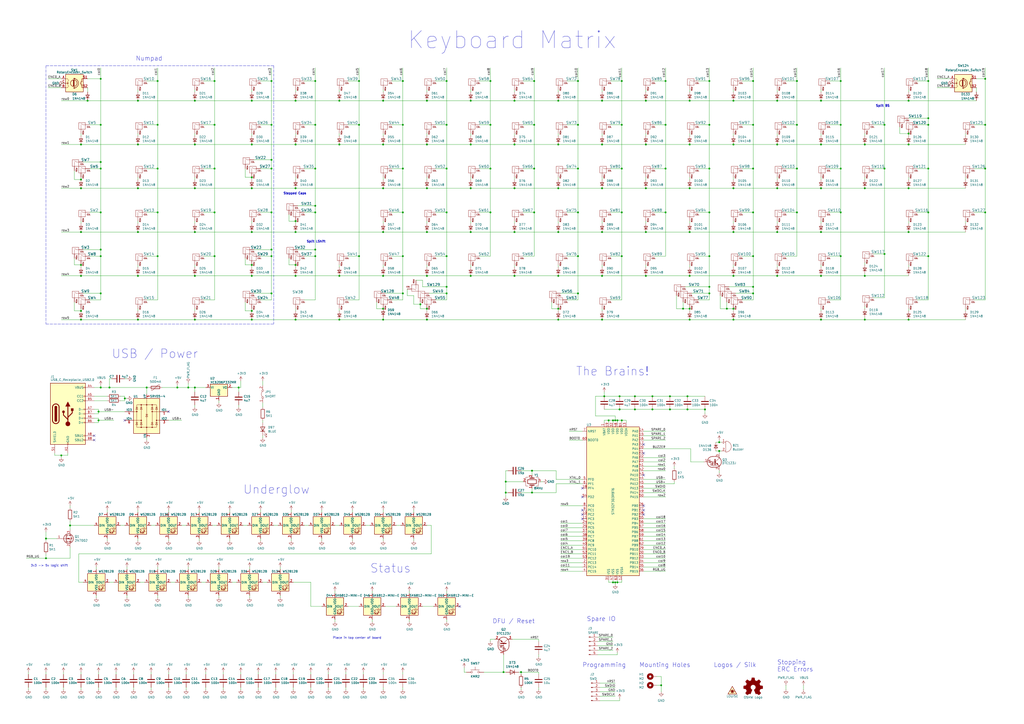
<source format=kicad_sch>
(kicad_sch (version 20211123) (generator eeschema)
  (paper "A2")
  (title_block (title "Entropy") (date "2020-12-25") (rev "0.2") (company "Josh Johnson"))
  (junction (at 157.48 46.99))
  (junction (at 476.25 134.62))
  (junction (at 513.08 72.39))
  (junction (at 113.03 109.22))
  (junction (at 359.41 237.49))
  (junction (at 171.45 83.82))
  (junction (at 72.39 231.14))
  (junction (at 436.88 170.18))
  (junction (at 113.03 224.79))
  (junction (at 349.25 58.42))
  (junction (at 462.28 123.19))
  (junction (at 462.28 72.39))
  (junction (at 80.01 160.02))
  (junction (at 233.68 72.39))
  (junction (at 356.87 243.84))
  (junction (at 425.45 109.22))
  (junction (at 335.28 72.39))
  (junction (at 476.25 160.02))
  (junction (at 80.01 58.42))
  (junction (at 146.05 180.34))
  (junction (at 157.48 170.18))
  (junction (at 368.3 229.87))
  (junction (at 298.45 83.82))
  (junction (at 355.6 243.84))
  (junction (at 196.85 185.42))
  (junction (at 349.25 83.82))
  (junction (at 171.45 109.22))
  (junction (at 368.3 237.49))
  (junction (at 323.85 185.42))
  (junction (at 247.65 160.02))
  (junction (at 400.05 185.42))
  (junction (at 171.45 160.02))
  (junction (at 323.85 109.22))
  (junction (at 146.05 109.22))
  (junction (at 58.42 97.79))
  (junction (at 335.28 46.99))
  (junction (at 571.5 45.72))
  (junction (at 273.05 83.82))
  (junction (at 247.65 185.42))
  (junction (at 284.48 123.19))
  (junction (at 182.88 46.99))
  (junction (at 360.68 148.59))
  (junction (at 436.88 123.19))
  (junction (at 386.08 72.39))
  (junction (at 309.88 123.19))
  (junction (at 386.08 123.19))
  (junction (at 171.45 58.42))
  (junction (at 400.05 58.42))
  (junction (at 527.05 109.22))
  (junction (at 408.94 237.49))
  (junction (at 113.03 83.82))
  (junction (at 171.45 134.62))
  (junction (at 323.85 160.02))
  (junction (at 400.05 160.02))
  (junction (at 538.48 148.59))
  (junction (at 538.48 68.58))
  (junction (at 146.05 153.67))
  (junction (at 450.85 109.22))
  (junction (at 462.28 97.79))
  (junction (at 374.65 134.62))
  (junction (at 58.42 123.19))
  (junction (at 80.01 185.42))
  (junction (at 293.37 279.4))
  (junction (at 138.43 224.79))
  (junction (at 335.28 148.59))
  (junction (at 374.65 109.22))
  (junction (at 450.85 58.42))
  (junction (at 124.46 148.59))
  (junction (at 400.05 134.62))
  (junction (at 302.26 389.89))
  (junction (at 146.05 160.02))
  (junction (at 436.88 166.37))
  (junction (at 355.6 337.82))
  (junction (at 436.88 148.59))
  (junction (at 378.46 237.49))
  (junction (at 356.87 337.82))
  (junction (at 233.68 123.19))
  (junction (at 259.08 123.19))
  (junction (at 26.67 323.85))
  (junction (at 182.88 119.38))
  (junction (at 417.195 261.62))
  (junction (at 538.48 46.99))
  (junction (at 308.61 285.75))
  (junction (at 411.48 72.39))
  (junction (at 411.48 166.37))
  (junction (at 58.42 144.78))
  (junction (at 157.48 123.19))
  (junction (at 146.05 58.42))
  (junction (at 411.48 123.19))
  (junction (at 323.85 83.82))
  (junction (at 388.62 229.87))
  (junction (at 46.99 180.34))
  (junction (at 323.85 179.07))
  (junction (at 146.05 134.62))
  (junction (at 40.64 304.8))
  (junction (at 349.25 160.02))
  (junction (at 146.05 185.42))
  (junction (at 247.65 58.42))
  (junction (at 421.64 179.07))
  (junction (at 374.65 83.82))
  (junction (at 349.25 109.22))
  (junction (at 388.62 237.49))
  (junction (at 323.85 134.62))
  (junction (at 571.5 97.79))
  (junction (at 113.03 134.62))
  (junction (at 293.37 285.75))
  (junction (at 157.48 144.78))
  (junction (at 350.52 229.87))
  (junction (at 360.68 123.19))
  (junction (at 157.48 97.79))
  (junction (at 450.85 83.82))
  (junction (at 222.25 179.07))
  (junction (at 222.25 134.62))
  (junction (at 273.05 109.22))
  (junction (at 360.68 46.99))
  (junction (at 46.99 185.42))
  (junction (at 476.25 109.22))
  (junction (at 400.05 109.22))
  (junction (at 298.45 160.02))
  (junction (at 527.05 77.47))
  (junction (at 91.44 72.39))
  (junction (at 400.05 179.07))
  (junction (at 396.24 179.07))
  (junction (at 196.85 58.42))
  (junction (at 247.65 134.62))
  (junction (at 273.05 58.42))
  (junction (at 425.45 185.42))
  (junction (at 383.54 397.51))
  (junction (at 233.68 46.99))
  (junction (at 46.99 83.82))
  (junction (at 487.68 148.59))
  (junction (at 378.46 229.87))
  (junction (at 411.48 97.79))
  (junction (at 182.88 72.39))
  (junction (at 360.68 72.39))
  (junction (at 113.03 185.42))
  (junction (at 538.48 97.79))
  (junction (at 146.05 83.82))
  (junction (at 58.42 45.72))
  (junction (at 273.05 160.02))
  (junction (at 462.28 46.99))
  (junction (at 360.68 243.84))
  (junction (at 284.48 72.39))
  (junction (at 501.65 160.02))
  (junction (at 91.44 46.99))
  (junction (at 91.44 123.19))
  (junction (at 417.195 256.54))
  (junction (at 58.42 148.59))
  (junction (at 208.28 72.39))
  (junction (at 113.03 58.42))
  (junction (at 425.45 58.42))
  (junction (at 63.5 224.79))
  (junction (at 411.48 170.18))
  (junction (at 360.68 97.79))
  (junction (at 476.25 58.42))
  (junction (at 247.65 83.82))
  (junction (at 425.45 160.02))
  (junction (at 222.25 58.42))
  (junction (at 425.45 83.82))
  (junction (at 233.68 97.79))
  (junction (at 171.45 185.42))
  (junction (at 80.01 83.82))
  (junction (at 425.45 179.07))
  (junction (at 146.05 102.87))
  (junction (at 527.05 58.42))
  (junction (at 323.85 58.42))
  (junction (at 374.65 160.02))
  (junction (at 222.25 160.02))
  (junction (at 284.48 46.99))
  (junction (at 109.22 224.79))
  (junction (at 487.68 123.19))
  (junction (at 349.25 134.62))
  (junction (at 46.99 134.62))
  (junction (at 527.05 83.82))
  (junction (at 292.1 389.89))
  (junction (at 386.08 97.79))
  (junction (at 26.67 312.42))
  (junction (at 196.85 83.82))
  (junction (at 571.5 123.19))
  (junction (at 450.85 134.62))
  (junction (at 335.28 170.18))
  (junction (at 436.88 72.39))
  (junction (at 171.45 153.67))
  (junction (at 58.42 72.39))
  (junction (at 298.45 58.42))
  (junction (at 476.25 83.82))
  (junction (at 386.08 46.99))
  (junction (at 487.68 46.99))
  (junction (at 233.68 148.59))
  (junction (at 208.28 148.59))
  (junction (at 487.68 72.39))
  (junction (at 222.25 185.42))
  (junction (at 57.15 238.76))
  (junction (at 359.41 229.87))
  (junction (at 182.88 97.79))
  (junction (at 233.68 170.18))
  (junction (at 171.45 128.27))
  (junction (at 222.25 83.82))
  (junction (at 259.08 166.37))
  (junction (at 58.42 93.98))
  (junction (at 157.48 92.71))
  (junction (at 196.85 160.02))
  (junction (at 80.01 109.22))
  (junction (at 208.28 46.99))
  (junction (at 538.48 72.39))
  (junction (at 35.56 264.16))
  (junction (at 309.88 72.39))
  (junction (at 46.99 160.02))
  (junction (at 259.08 170.18))
  (junction (at 476.25 185.42))
  (junction (at 247.65 109.22))
  (junction (at 91.44 97.79))
  (junction (at 157.48 72.39))
  (junction (at 182.88 144.78))
  (junction (at 527.05 134.62))
  (junction (at 501.65 109.22))
  (junction (at 259.08 148.59))
  (junction (at 222.25 109.22))
  (junction (at 411.48 46.99))
  (junction (at 182.88 148.59))
  (junction (at 335.28 97.79))
  (junction (at 538.48 123.19))
  (junction (at 398.78 237.49))
  (junction (at 450.85 160.02))
  (junction (at 309.88 46.99))
  (junction (at 124.46 97.79))
  (junction (at 436.88 46.99))
  (junction (at 273.05 134.62))
  (junction (at 298.45 109.22))
  (junction (at 259.08 97.79))
  (junction (at 513.08 147.32))
  (junction (at 436.88 97.79))
  (junction (at 353.06 243.84))
  (junction (at 501.65 185.42))
  (junction (at 411.48 148.59))
  (junction (at 487.68 97.79))
  (junction (at 501.65 83.82))
  (junction (at 309.88 97.79))
  (junction (at 124.46 46.99))
  (junction (at 80.01 134.62))
  (junction (at 124.46 123.19))
  (junction (at 425.45 134.62))
  (junction (at 259.08 72.39))
  (junction (at 50.8 58.42))
  (junction (at 284.48 97.79))
  (junction (at 91.44 148.59))
  (junction (at 571.5 72.39))
  (junction (at 358.14 337.82))
  (junction (at 46.99 104.14))
  (junction (at 335.28 123.19))
  (junction (at 527.05 185.42))
  (junction (at 358.14 243.84))
  (junction (at 247.65 179.07))
  (junction (at 85.09 224.79))
  (junction (at 57.15 243.84))
  (junction (at 374.65 58.42))
  (junction (at 46.99 153.67))
  (junction (at 58.42 224.79))
  (junction (at 400.05 83.82))
  (junction (at 113.03 160.02))
  (junction (at 298.45 134.62))
  (junction (at 243.84 176.53))
  (junction (at 513.08 97.79))
  (junction (at 102.87 224.79))
  (junction (at 259.08 46.99))
  (junction (at 308.61 273.05))
  (junction (at 46.99 109.22))
  (junction (at 398.78 229.87))
  (junction (at 124.46 72.39))
  (junction (at 58.42 170.18))
  (junction (at 182.88 123.19))
  (junction (at 349.25 185.42))
  (junction (at 157.48 148.59))
  (no_connect (at 373.38 298.45))
  (no_connect (at 72.39 243.84))
  (no_connect (at 97.79 238.76))
  (no_connect (at 337.82 300.99))
  (no_connect (at 373.38 275.59))
  (no_connect (at 54.61 252.73))
  (no_connect (at 337.82 298.45))
  (no_connect (at 337.82 295.91))
  (no_connect (at 337.82 288.29))
  (no_connect (at 373.38 295.91))
  (no_connect (at 373.38 293.37))
  (no_connect (at 373.38 257.81))
  (no_connect (at 54.61 255.27))
  (no_connect (at 337.82 283.21))
  (no_connect (at 266.7 351.79))
  (no_connect (at 373.38 262.89))
  (wire (pts (xy 298.45 77.47) (xy 298.45 78.74)))
  (wire (pts (xy 506.73 147.32) (xy 513.08 147.32)))
  (polyline (pts (xy 26.67 187.96) (xy 158.75 187.96)))
  (wire (pts (xy 356.87 337.82) (xy 356.87 339.09)))
  (wire (pts (xy 455.93 148.59) (xy 462.28 148.59)))
  (wire (pts (xy 405.13 173.99) (xy 411.48 173.99)))
  (wire (pts (xy 259.08 39.37) (xy 259.08 46.99)))
  (wire (pts (xy 476.25 52.07) (xy 476.25 53.34)))
  (wire (pts (xy 425.45 134.62) (xy 450.85 134.62)))
  (wire (pts (xy 571.5 123.19) (xy 571.5 97.79)))
  (wire (pts (xy 247.65 185.42) (xy 323.85 185.42)))
  (wire (pts (xy 309.88 148.59) (xy 309.88 123.19)))
  (wire (pts (xy 373.38 323.85) (xy 386.08 323.85)))
  (wire (pts (xy 85.09 254) (xy 85.09 255.27)))
  (wire (pts (xy 171.45 179.07) (xy 171.45 180.34)))
  (wire (pts (xy 430.53 148.59) (xy 436.88 148.59)))
  (wire (pts (xy 284.48 97.79) (xy 284.48 72.39)))
  (wire (pts (xy 46.99 134.62) (xy 35.56 134.62)))
  (wire (pts (xy 182.88 144.78) (xy 182.88 148.59)))
  (wire (pts (xy 349.25 102.87) (xy 349.25 104.14)))
  (wire (pts (xy 63.5 337.82) (xy 66.04 337.82)))
  (wire (pts (xy 335.28 97.79) (xy 335.28 72.39)))
  (wire (pts (xy 381 392.43) (xy 383.54 392.43)))
  (wire (pts (xy 476.25 160.02) (xy 501.65 160.02)))
  (wire (pts (xy 337.82 323.85) (xy 325.12 323.85)))
  (wire (pts (xy 72.39 231.14) (xy 72.39 232.41)))
  (wire (pts (xy 124.46 39.37) (xy 124.46 46.99)))
  (wire (pts (xy 411.48 148.59) (xy 411.48 166.37)))
  (wire (pts (xy 116.84 337.82) (xy 119.38 337.82)))
  (wire (pts (xy 538.48 148.59) (xy 538.48 173.99)))
  (wire (pts (xy 450.85 83.82) (xy 476.25 83.82)))
  (wire (pts (xy 462.28 39.37) (xy 462.28 46.99)))
  (wire (pts (xy 312.42 381) (xy 312.42 379.73)))
  (wire (pts (xy 109.22 222.25) (xy 109.22 224.79)))
  (wire (pts (xy 182.88 97.79) (xy 182.88 72.39)))
  (wire (pts (xy 180.34 391.16) (xy 180.34 389.89)))
  (wire (pts (xy 240.03 171.45) (xy 236.22 171.45)))
  (wire (pts (xy 201.93 173.99) (xy 208.28 173.99)))
  (wire (pts (xy 151.13 173.99) (xy 157.48 173.99)))
  (wire (pts (xy 113.03 179.07) (xy 113.03 180.34)))
  (wire (pts (xy 194.31 344.17) (xy 194.31 342.9)))
  (wire (pts (xy 57.15 391.16) (xy 57.15 389.89)))
  (wire (pts (xy 379.73 46.99) (xy 386.08 46.99)))
  (wire (pts (xy 462.28 123.19) (xy 462.28 97.79)))
  (wire (pts (xy 349.25 77.47) (xy 349.25 78.74)))
  (wire (pts (xy 146.05 128.27) (xy 146.05 129.54)))
  (wire (pts (xy 124.46 148.59) (xy 124.46 173.99)))
  (wire (pts (xy 284.48 46.99) (xy 284.48 72.39)))
  (wire (pts (xy 269.24 389.89) (xy 270.51 389.89)))
  (wire (pts (xy 80.01 58.42) (xy 113.03 58.42)))
  (wire (pts (xy 298.45 102.87) (xy 298.45 104.14)))
  (wire (pts (xy 149.86 391.16) (xy 149.86 389.89)))
  (wire (pts (xy 247.65 58.42) (xy 273.05 58.42)))
  (wire (pts (xy 481.33 173.99) (xy 487.68 173.99)))
  (wire (pts (xy 278.13 97.79) (xy 284.48 97.79)))
  (wire (pts (xy 501.65 184.15) (xy 501.65 185.42)))
  (wire (pts (xy 180.34 337.82) (xy 180.34 351.79)))
  (wire (pts (xy 354.33 46.99) (xy 360.68 46.99)))
  (wire (pts (xy 353.06 337.82) (xy 353.06 336.55)))
  (wire (pts (xy 57.15 238.76) (xy 72.39 238.76)))
  (wire (pts (xy 259.08 148.59) (xy 259.08 166.37)))
  (wire (pts (xy 354.33 97.79) (xy 360.68 97.79)))
  (wire (pts (xy 355.6 243.84) (xy 356.87 243.84)))
  (wire (pts (xy 36.83 391.16) (xy 36.83 389.89)))
  (wire (pts (xy 323.85 128.27) (xy 323.85 129.54)))
  (wire (pts (xy 57.15 243.84) (xy 66.04 243.84)))
  (wire (pts (xy 200.66 400.05) (xy 200.66 398.78)))
  (wire (pts (xy 171.45 160.02) (xy 196.85 160.02)))
  (wire (pts (xy 293.37 273.05) (xy 293.37 279.4)))
  (wire (pts (xy 359.41 237.49) (xy 368.3 237.49)))
  (wire (pts (xy 308.61 283.21) (xy 308.61 285.75)))
  (wire (pts (xy 215.9 359.41) (xy 215.9 360.68)))
  (wire (pts (xy 58.42 97.79) (xy 58.42 93.98)))
  (wire (pts (xy 293.37 279.4) (xy 293.37 285.75)))
  (wire (pts (xy 501.65 177.8) (xy 501.65 179.07)))
  (wire (pts (xy 113.03 224.79) (xy 113.03 227.33)))
  (wire (pts (xy 273.05 128.27) (xy 273.05 129.54)))
  (wire (pts (xy 411.48 170.18) (xy 411.48 173.99)))
  (wire (pts (xy 222.25 77.47) (xy 222.25 78.74)))
  (wire (pts (xy 400.05 83.82) (xy 425.45 83.82)))
  (wire (pts (xy 527.05 185.42) (xy 560.07 185.42)))
  (polyline (pts (xy 158.75 38.1) (xy 26.67 38.1)))
  (wire (pts (xy 386.08 148.59) (xy 386.08 123.19)))
  (wire (pts (xy 16.51 391.16) (xy 16.51 389.89)))
  (wire (pts (xy 408.94 237.49) (xy 408.94 240.03)))
  (wire (pts (xy 77.47 400.05) (xy 77.47 398.78)))
  (wire (pts (xy 227.33 123.19) (xy 233.68 123.19)))
  (wire (pts (xy 411.48 123.19) (xy 411.48 97.79)))
  (wire (pts (xy 551.18 50.8) (xy 543.56 50.8)))
  (wire (pts (xy 240.03 297.18) (xy 240.03 295.91)))
  (wire (pts (xy 411.48 39.37) (xy 411.48 46.99)))
  (wire (pts (xy 200.66 391.16) (xy 200.66 389.89)))
  (wire (pts (xy 46.99 160.02) (xy 80.01 160.02)))
  (wire (pts (xy 107.95 400.05) (xy 107.95 398.78)))
  (wire (pts (xy 455.93 397.51) (xy 455.93 400.05)))
  (wire (pts (xy 284.48 148.59) (xy 284.48 123.19)))
  (wire (pts (xy 77.47 391.16) (xy 77.47 389.89)))
  (wire (pts (xy 328.93 123.19) (xy 335.28 123.19)))
  (wire (pts (xy 373.38 326.39) (xy 386.08 326.39)))
  (wire (pts (xy 118.11 46.99) (xy 124.46 46.99)))
  (wire (pts (xy 335.28 39.37) (xy 335.28 46.99)))
  (wire (pts (xy 222.25 185.42) (xy 247.65 185.42)))
  (wire (pts (xy 476.25 134.62) (xy 527.05 134.62)))
  (wire (pts (xy 176.53 72.39) (xy 182.88 72.39)))
  (wire (pts (xy 109.22 330.2) (xy 109.22 328.93)))
  (wire (pts (xy 146.05 102.87) (xy 146.05 104.14)))
  (wire (pts (xy 118.11 173.99) (xy 124.46 173.99)))
  (wire (pts (xy 391.16 271.78) (xy 391.16 270.51)))
  (wire (pts (xy 355.6 337.82) (xy 353.06 337.82)))
  (wire (pts (xy 273.05 160.02) (xy 298.45 160.02)))
  (wire (pts (xy 222.25 128.27) (xy 222.25 129.54)))
  (wire (pts (xy 335.28 170.18) (xy 335.28 173.99)))
  (wire (pts (xy 182.88 46.99) (xy 182.88 72.39)))
  (wire (pts (xy 40.64 304.8) (xy 54.61 304.8)))
  (wire (pts (xy 58.42 224.79) (xy 63.5 224.79)))
  (wire (pts (xy 57.15 243.84) (xy 57.15 245.11)))
  (wire (pts (xy 538.48 68.58) (xy 538.48 72.39)))
  (wire (pts (xy 113.03 77.47) (xy 113.03 78.74)))
  (wire (pts (xy 411.48 46.99) (xy 411.48 72.39)))
  (wire (pts (xy 196.85 185.42) (xy 222.25 185.42)))
  (wire (pts (xy 251.46 351.79) (xy 245.11 351.79)))
  (wire (pts (xy 227.33 173.99) (xy 233.68 173.99)))
  (wire (pts (xy 222.25 184.15) (xy 222.25 185.42)))
  (wire (pts (xy 400.05 153.67) (xy 400.05 154.94)))
  (wire (pts (xy 26.67 313.69) (xy 26.67 312.42)))
  (wire (pts (xy 320.04 179.07) (xy 323.85 179.07)))
  (wire (pts (xy 374.65 58.42) (xy 400.05 58.42)))
  (wire (pts (xy 373.38 306.07) (xy 386.08 306.07)))
  (wire (pts (xy 91.44 123.19) (xy 91.44 97.79)))
  (wire (pts (xy 87.63 391.16) (xy 87.63 389.89)))
  (wire (pts (xy 243.84 176.53) (xy 243.84 179.07)))
  (wire (pts (xy 80.01 312.42) (xy 80.01 313.69)))
  (wire (pts (xy 80.01 185.42) (xy 113.03 185.42)))
  (wire (pts (xy 58.42 148.59) (xy 58.42 170.18)))
  (wire (pts (xy 430.53 173.99) (xy 436.88 173.99)))
  (wire (pts (xy 527.05 179.07) (xy 527.05 180.34)))
  (wire (pts (xy 273.05 52.07) (xy 273.05 53.34)))
  (wire (pts (xy 450.85 128.27) (xy 450.85 129.54)))
  (wire (pts (xy 400.05 58.42) (xy 425.45 58.42)))
  (wire (pts (xy 312.42 398.78) (xy 312.42 400.05)))
  (wire (pts (xy 405.13 123.19) (xy 411.48 123.19)))
  (wire (pts (xy 354.33 72.39) (xy 360.68 72.39)))
  (wire (pts (xy 346.71 369.57) (xy 355.6 369.57)))
  (wire (pts (xy 208.28 39.37) (xy 208.28 46.99)))
  (wire (pts (xy 222.25 83.82) (xy 247.65 83.82)))
  (wire (pts (xy 328.93 72.39) (xy 335.28 72.39)))
  (wire (pts (xy 247.65 83.82) (xy 273.05 83.82)))
  (wire (pts (xy 278.13 148.59) (xy 284.48 148.59)))
  (wire (pts (xy 247.65 304.8) (xy 250.19 304.8)))
  (wire (pts (xy 194.31 304.8) (xy 196.85 304.8)))
  (wire (pts (xy 127 330.2) (xy 127 328.93)))
  (wire (pts (xy 360.68 336.55) (xy 360.68 337.82)))
  (wire (pts (xy 91.44 97.79) (xy 91.44 72.39)))
  (wire (pts (xy 386.08 331.47) (xy 373.38 331.47)))
  (wire (pts (xy 418.465 261.62) (xy 417.195 261.62)))
  (wire (pts (xy 39.37 264.16) (xy 35.56 264.16)))
  (wire (pts (xy 450.85 52.07) (xy 450.85 53.34)))
  (wire (pts (xy 124.46 46.99) (xy 124.46 72.39)))
  (wire (pts (xy 35.56 58.42) (xy 50.8 58.42)))
  (wire (pts (xy 134.62 224.79) (xy 138.43 224.79)))
  (wire (pts (xy 157.48 170.18) (xy 157.48 148.59)))
  (wire (pts (xy 378.46 237.49) (xy 388.62 237.49)))
  (wire (pts (xy 425.45 102.87) (xy 425.45 104.14)))
  (wire (pts (xy 170.18 391.16) (xy 170.18 389.89)))
  (wire (pts (xy 284.48 123.19) (xy 284.48 97.79)))
  (wire (pts (xy 337.82 328.93) (xy 325.12 328.93)))
  (wire (pts (xy 374.65 77.47) (xy 374.65 78.74)))
  (wire (pts (xy 527.05 153.67) (xy 527.05 154.94)))
  (wire (pts (xy 57.15 245.11) (xy 54.61 245.11)))
  (wire (pts (xy 368.3 237.49) (xy 378.46 237.49)))
  (wire (pts (xy 259.08 344.17) (xy 259.08 342.9)))
  (wire (pts (xy 501.65 158.75) (xy 501.65 160.02)))
  (wire (pts (xy 400.05 185.42) (xy 425.45 185.42)))
  (wire (pts (xy 347.98 406.4) (xy 359.41 406.4)))
  (wire (pts (xy 133.35 312.42) (xy 133.35 313.69)))
  (wire (pts (xy 43.18 153.67) (xy 46.99 153.67)))
  (wire (pts (xy 139.7 391.16) (xy 139.7 389.89)))
  (wire (pts (xy 425.45 160.02) (xy 450.85 160.02)))
  (wire (pts (xy 252.73 97.79) (xy 259.08 97.79)))
  (wire (pts (xy 45.72 337.82) (xy 48.26 337.82)))
  (wire (pts (xy 222.25 312.42) (xy 222.25 313.69)))
  (wire (pts (xy 62.23 312.42) (xy 62.23 313.69)))
  (wire (pts (xy 52.07 72.39) (xy 58.42 72.39)))
  (wire (pts (xy 46.99 109.22) (xy 80.01 109.22)))
  (wire (pts (xy 129.54 391.16) (xy 129.54 389.89)))
  (wire (pts (xy 113.03 160.02) (xy 146.05 160.02)))
  (wire (pts (xy 233.68 148.59) (xy 233.68 123.19)))
  (wire (pts (xy 349.25 52.07) (xy 349.25 53.34)))
  (wire (pts (xy 476.25 179.07) (xy 476.25 180.34)))
  (wire (pts (xy 373.38 316.23) (xy 386.08 316.23)))
  (wire (pts (xy 46.99 400.05) (xy 46.99 398.78)))
  (wire (pts (xy 151.13 72.39) (xy 157.48 72.39)))
  (wire (pts (xy 405.13 148.59) (xy 411.48 148.59)))
  (wire (pts (xy 302.26 389.89) (xy 312.42 389.89)))
  (wire (pts (xy 302.26 400.05) (xy 302.26 398.78)))
  (wire (pts (xy 91.44 148.59) (xy 91.44 123.19)))
  (wire (pts (xy 360.68 148.59) (xy 360.68 123.19)))
  (wire (pts (xy 259.08 166.37) (xy 259.08 170.18)))
  (wire (pts (xy 247.65 179.07) (xy 247.65 180.34)))
  (wire (pts (xy 171.45 102.87) (xy 171.45 104.14)))
  (wire (pts (xy 252.73 148.59) (xy 259.08 148.59)))
  (wire (pts (xy 170.18 337.82) (xy 180.34 337.82)))
  (wire (pts (xy 373.38 250.19) (xy 386.08 250.19)))
  (wire (pts (xy 298.45 83.82) (xy 323.85 83.82)))
  (wire (pts (xy 208.28 72.39) (xy 208.28 148.59)))
  (wire (pts (xy 81.28 337.82) (xy 83.82 337.82)))
  (wire (pts (xy 45.72 321.31) (xy 45.72 337.82)))
  (wire (pts (xy 80.01 77.47) (xy 80.01 78.74)))
  (wire (pts (xy 337.82 311.15) (xy 325.12 311.15)))
  (wire (pts (xy 273.05 102.87) (xy 273.05 104.14)))
  (wire (pts (xy 521.97 77.47) (xy 527.05 77.47)))
  (wire (pts (xy 259.08 359.41) (xy 259.08 360.68)))
  (wire (pts (xy 91.44 148.59) (xy 91.44 173.99)))
  (wire (pts (xy 26.67 391.16) (xy 26.67 389.89)))
  (wire (pts (xy 227.33 46.99) (xy 233.68 46.99)))
  (wire (pts (xy 513.08 97.79) (xy 513.08 147.32)))
  (wire (pts (xy 80.01 134.62) (xy 113.03 134.62)))
  (wire (pts (xy 400.05 160.02) (xy 425.45 160.02)))
  (wire (pts (xy 80.01 52.07) (xy 80.01 53.34)))
  (wire (pts (xy 425.45 109.22) (xy 450.85 109.22)))
  (wire (pts (xy 176.53 173.99) (xy 182.88 173.99)))
  (wire (pts (xy 158.75 304.8) (xy 161.29 304.8)))
  (wire (pts (xy 80.01 58.42) (xy 50.8 58.42)))
  (wire (pts (xy 167.64 124.46) (xy 167.64 128.27)))
  (wire (pts (xy 373.38 267.97) (xy 386.08 267.97)))
  (wire (pts (xy 400.05 102.87) (xy 400.05 104.14)))
  (wire (pts (xy 566.42 50.8) (xy 566.42 53.34)))
  (wire (pts (xy 171.45 83.82) (xy 196.85 83.82)))
  (wire (pts (xy 415.29 261.62) (xy 417.195 261.62)))
  (wire (pts (xy 35.56 185.42) (xy 46.99 185.42)))
  (wire (pts (xy 349.25 109.22) (xy 374.65 109.22)))
  (wire (pts (xy 312.42 389.89) (xy 312.42 391.16)))
  (wire (pts (xy 26.67 400.05) (xy 26.67 398.78)))
  (wire (pts (xy 401.32 170.18) (xy 411.48 170.18)))
  (wire (pts (xy 356.87 403.86) (xy 347.98 403.86)))
  (wire (pts (xy 303.53 148.59) (xy 309.88 148.59)))
  (wire (pts (xy 337.82 293.37) (xy 325.12 293.37)))
  (wire (pts (xy 487.68 97.79) (xy 487.68 72.39)))
  (wire (pts (xy 160.02 400.05) (xy 160.02 398.78)))
  (wire (pts (xy 146.05 58.42) (xy 171.45 58.42)))
  (wire (pts (xy 144.78 345.44) (xy 144.78 346.71)))
  (wire (pts (xy 162.56 345.44) (xy 162.56 346.71)))
  (wire (pts (xy 171.45 58.42) (xy 196.85 58.42)))
  (wire (pts (xy 350.52 227.33) (xy 350.52 229.87)))
  (wire (pts (xy 247.65 102.87) (xy 247.65 104.14)))
  (wire (pts (xy 43.18 180.34) (xy 46.99 180.34)))
  (wire (pts (xy 259.08 173.99) (xy 259.08 170.18)))
  (wire (pts (xy 320.04 175.26) (xy 320.04 179.07)))
  (wire (pts (xy 233.68 123.19) (xy 233.68 97.79)))
  (wire (pts (xy 337.82 326.39) (xy 325.12 326.39)))
  (wire (pts (xy 398.78 229.87) (xy 408.94 229.87)))
  (wire (pts (xy 171.45 185.42) (xy 196.85 185.42)))
  (wire (pts (xy 436.88 97.79) (xy 436.88 72.39)))
  (wire (pts (xy 80.01 297.18) (xy 80.01 295.91)))
  (wire (pts (xy 383.54 392.43) (xy 383.54 397.51)))
  (wire (pts (xy 335.28 46.99) (xy 335.28 72.39)))
  (wire (pts (xy 436.88 148.59) (xy 436.88 123.19)))
  (wire (pts (xy 347.98 401.32) (xy 356.87 401.32)))
  (wire (pts (xy 46.99 160.02) (xy 35.56 160.02)))
  (wire (pts (xy 335.28 148.59) (xy 335.28 170.18)))
  (wire (pts (xy 346.71 379.73) (xy 358.14 379.73)))
  (wire (pts (xy 383.54 397.51) (xy 383.54 401.32)))
  (wire (pts (xy 48.26 170.18) (xy 58.42 170.18)))
  (wire (pts (xy 196.85 83.82) (xy 222.25 83.82)))
  (wire (pts (xy 298.45 134.62) (xy 323.85 134.62)))
  (wire (pts (xy 176.53 123.19) (xy 182.88 123.19)))
  (wire (pts (xy 107.95 391.16) (xy 107.95 389.89)))
  (wire (pts (xy 349.25 128.27) (xy 349.25 129.54)))
  (wire (pts (xy 373.38 313.69) (xy 386.08 313.69)))
  (wire (pts (xy 40.64 294.64) (xy 40.64 293.37)))
  (wire (pts (xy 67.31 391.16) (xy 67.31 389.89)))
  (wire (pts (xy 48.26 144.78) (xy 58.42 144.78)))
  (wire (pts (xy 450.85 109.22) (xy 476.25 109.22)))
  (wire (pts (xy 476.25 102.87) (xy 476.25 104.14)))
  (wire (pts (xy 273.05 77.47) (xy 273.05 78.74)))
  (wire (pts (xy 450.85 102.87) (xy 450.85 104.14)))
  (wire (pts (xy 196.85 179.07) (xy 196.85 180.34)))
  (wire (pts (xy 170.18 400.05) (xy 170.18 398.78)))
  (wire (pts (xy 40.64 307.34) (xy 40.64 304.8)))
  (wire (pts (xy 552.45 48.26) (xy 551.18 48.26)))
  (wire (pts (xy 233.68 391.16) (xy 233.68 389.89)))
  (wire (pts (xy 63.5 224.79) (xy 85.09 224.79)))
  (wire (pts (xy 208.28 46.99) (xy 208.28 72.39)))
  (wire (pts (xy 124.46 97.79) (xy 124.46 72.39)))
  (wire (pts (xy 138.43 236.22) (xy 138.43 234.95)))
  (wire (pts (xy 259.08 123.19) (xy 259.08 97.79)))
  (wire (pts (xy 252.73 72.39) (xy 259.08 72.39)))
  (wire (pts (xy 52.07 97.79) (xy 58.42 97.79)))
  (wire (pts (xy 455.93 72.39) (xy 462.28 72.39)))
  (wire (pts (xy 176.53 148.59) (xy 182.88 148.59)))
  (wire (pts (xy 180.34 351.79) (xy 186.69 351.79)))
  (wire (pts (xy 35.56 264.16) (xy 35.56 265.43)))
  (wire (pts (xy 373.38 300.99) (xy 386.08 300.99)))
  (wire (pts (xy 157.48 97.79) (xy 157.48 123.19)))
  (wire (pts (xy 151.13 297.18) (xy 151.13 295.91)))
  (wire (pts (xy 91.44 39.37) (xy 91.44 46.99)))
  (wire (pts (xy 278.13 72.39) (xy 284.48 72.39)))
  (wire (pts (xy 481.33 72.39) (xy 487.68 72.39)))
  (wire (pts (xy 400.05 52.07) (xy 400.05 53.34)))
  (wire (pts (xy 247.65 52.07) (xy 247.65 53.34)))
  (wire (pts (xy 151.13 46.99) (xy 157.48 46.99)))
  (wire (pts (xy 240.03 312.42) (xy 240.03 313.69)))
  (wire (pts (xy 400.05 179.07) (xy 400.05 180.34)))
  (wire (pts (xy 358.14 336.55) (xy 358.14 337.82)))
  (wire (pts (xy 391.16 279.4) (xy 391.16 280.67)))
  (wire (pts (xy 201.93 148.59) (xy 208.28 148.59)))
  (wire (pts (xy 40.64 317.5) (xy 40.64 323.85)))
  (wire (pts (xy 118.11 123.19) (xy 124.46 123.19)))
  (wire (pts (xy 201.93 46.99) (xy 208.28 46.99)))
  (wire (pts (xy 252.73 46.99) (xy 259.08 46.99)))
  (wire (pts (xy 36.83 400.05) (xy 36.83 398.78)))
  (wire (pts (xy 91.44 330.2) (xy 91.44 328.93)))
  (wire (pts (xy 139.7 400.05) (xy 139.7 398.78)))
  (wire (pts (xy 322.58 280.67) (xy 322.58 285.75)))
  (wire (pts (xy 43.18 149.86) (xy 43.18 153.67)))
  (wire (pts (xy 80.01 153.67) (xy 80.01 154.94)))
  (wire (pts (xy 142.24 149.86) (xy 142.24 153.67)))
  (wire (pts (xy 140.97 304.8) (xy 143.51 304.8)))
  (wire (pts (xy 182.88 173.99) (xy 182.88 148.59)))
  (wire (pts (xy 323.85 160.02) (xy 349.25 160.02)))
  (wire (pts (xy 227.33 97.79) (xy 233.68 97.79)))
  (wire (pts (xy 269.24 387.35) (xy 269.24 389.89)))
  (wire (pts (xy 144.78 330.2) (xy 144.78 328.93)))
  (wire (pts (xy 425.45 185.42) (xy 476.25 185.42)))
  (wire (pts (xy 151.13 312.42) (xy 151.13 313.69)))
  (wire (pts (xy 152.4 233.68) (xy 152.4 236.22)))
  (wire (pts (xy 506.73 72.39) (xy 513.08 72.39)))
  (wire (pts (xy 354.33 123.19) (xy 360.68 123.19)))
  (wire (pts (xy 538.48 123.19) (xy 538.48 148.59)))
  (wire (pts (xy 354.33 173.99) (xy 360.68 173.99)))
  (wire (pts (xy 85.09 46.99) (xy 91.44 46.99)))
  (wire (pts (xy 146.05 77.47) (xy 146.05 78.74)))
  (wire (pts (xy 43.18 104.14) (xy 46.99 104.14)))
  (wire (pts (xy 48.26 93.98) (xy 58.42 93.98)))
  (wire (pts (xy 222.25 297.18) (xy 222.25 295.91)))
  (wire (pts (xy 300.99 389.89) (xy 302.26 389.89)))
  (wire (pts (xy 309.88 39.37) (xy 309.88 46.99)))
  (wire (pts (xy 487.68 123.19) (xy 487.68 97.79)))
  (wire (pts (xy 91.44 46.99) (xy 91.44 72.39)))
  (wire (pts (xy 421.64 175.26) (xy 421.64 179.07)))
  (wire (pts (xy 35.56 83.82) (xy 46.99 83.82)))
  (wire (pts (xy 373.38 303.53) (xy 386.08 303.53)))
  (wire (pts (xy 411.48 166.37) (xy 411.48 170.18)))
  (wire (pts (xy 560.07 102.87) (xy 560.07 104.14)))
  (wire (pts (xy 358.14 378.46) (xy 358.14 379.73)))
  (wire (pts (xy 157.48 39.37) (xy 157.48 46.99)))
  (wire (pts (xy 142.24 175.26) (xy 142.24 180.34)))
  (wire (pts (xy 162.56 330.2) (xy 162.56 328.93)))
  (wire (pts (xy 247.65 77.47) (xy 247.65 78.74)))
  (wire (pts (xy 312.42 372.11) (xy 312.42 370.84)))
  (wire (pts (xy 462.28 148.59) (xy 462.28 123.19)))
  (wire (pts (xy 349.25 58.42) (xy 374.65 58.42)))
  (wire (pts (xy 31.75 264.16) (xy 31.75 262.89)))
  (wire (pts (xy 309.88 46.99) (xy 309.88 72.39)))
  (wire (pts (xy 273.05 83.82) (xy 298.45 83.82)))
  (wire (pts (xy 373.38 288.29) (xy 386.08 288.29)))
  (wire (pts (xy 176.53 97.79) (xy 182.88 97.79)))
  (wire (pts (xy 322.58 280.67) (xy 337.82 280.67)))
  (wire (pts (xy 259.08 97.79) (xy 259.08 72.39)))
  (wire (pts (xy 323.85 153.67) (xy 323.85 154.94)))
  (wire (pts (xy 80.01 102.87) (xy 80.01 104.14)))
  (wire (pts (xy 118.11 148.59) (xy 124.46 148.59)))
  (wire (pts (xy 527.05 109.22) (xy 560.07 109.22)))
  (wire (pts (xy 430.53 97.79) (xy 436.88 97.79)))
  (wire (pts (xy 405.13 72.39) (xy 411.48 72.39)))
  (wire (pts (xy 298.45 58.42) (xy 323.85 58.42)))
  (wire (pts (xy 171.45 52.07) (xy 171.45 53.34)))
  (wire (pts (xy 481.33 97.79) (xy 487.68 97.79)))
  (wire (pts (xy 374.65 102.87) (xy 374.65 104.14)))
  (wire (pts (xy 113.03 236.22) (xy 113.03 234.95)))
  (wire (pts (xy 115.57 312.42) (xy 115.57 313.69)))
  (wire (pts (xy 105.41 304.8) (xy 107.95 304.8)))
  (wire (pts (xy 293.37 389.89) (xy 292.1 389.89)))
  (wire (pts (xy 308.61 273.05) (xy 322.58 273.05)))
  (wire (pts (xy 360.68 123.19) (xy 360.68 97.79)))
  (wire (pts (xy 360.68 46.99) (xy 360.68 72.39)))
  (wire (pts (xy 243.84 175.26) (xy 243.84 176.53)))
  (wire (pts (xy 347.98 396.24) (xy 356.87 396.24)))
  (wire (pts (xy 353.06 243.84) (xy 355.6 243.84)))
  (wire (pts (xy 487.68 148.59) (xy 487.68 173.99)))
  (wire (pts (xy 138.43 224.79) (xy 139.7 224.79)))
  (wire (pts (xy 425.45 128.27) (xy 425.45 129.54)))
  (wire (pts (xy 378.46 229.87) (xy 388.62 229.87)))
  (wire (pts (xy 386.08 39.37) (xy 386.08 46.99)))
  (wire (pts (xy 309.88 97.79) (xy 309.88 72.39)))
  (wire (pts (xy 308.61 275.59) (xy 308.61 273.05)))
  (wire (pts (xy 182.88 123.19) (xy 182.88 144.78)))
  (wire (pts (xy 26.67 312.42) (xy 26.67 308.61)))
  (wire (pts (xy 360.68 97.79) (xy 360.68 72.39)))
  (wire (pts (xy 450.85 77.47) (xy 450.85 78.74)))
  (wire (pts (xy 247.65 128.27) (xy 247.65 129.54)))
  (wire (pts (xy 210.82 391.16) (xy 210.82 389.89)))
  (wire (pts (xy 58.42 45.72) (xy 58.42 72.39)))
  (wire (pts (xy 35.56 45.72) (xy 27.94 45.72)))
  (wire (pts (xy 337.82 303.53) (xy 325.12 303.53)))
  (wire (pts (xy 176.53 304.8) (xy 179.07 304.8)))
  (wire (pts (xy 355.6 336.55) (xy 355.6 337.82)))
  (wire (pts (xy 323.85 102.87) (xy 323.85 104.14)))
  (wire (pts (xy 298.45 109.22) (xy 323.85 109.22)))
  (wire (pts (xy 538.48 46.99) (xy 538.48 68.58)))
  (wire (pts (xy 303.53 97.79) (xy 309.88 97.79)))
  (wire (pts (xy 245.11 162.56) (xy 241.3 162.56)))
  (wire (pts (xy 298.45 52.07) (xy 298.45 53.34)))
  (wire (pts (xy 379.73 123.19) (xy 386.08 123.19)))
  (wire (pts (xy 113.03 224.79) (xy 119.38 224.79)))
  (wire (pts (xy 58.42 93.98) (xy 58.42 72.39)))
  (wire (pts (xy 240.03 176.53) (xy 243.84 176.53)))
  (wire (pts (xy 157.48 97.79) (xy 157.48 92.71)))
  (wire (pts (xy 80.01 109.22) (xy 113.03 109.22)))
  (wire (pts (xy 46.99 391.16) (xy 46.99 389.89)))
  (wire (pts (xy 146.05 109.22) (xy 171.45 109.22)))
  (wire (pts (xy 54.61 224.79) (xy 58.42 224.79)))
  (wire (pts (xy 388.62 237.49) (xy 398.78 237.49)))
  (wire (pts (xy 247.65 134.62) (xy 273.05 134.62)))
  (wire (pts (xy 436.88 39.37) (xy 436.88 46.99)))
  (wire (pts (xy 466.09 400.05) (xy 466.09 397.51)))
  (wire (pts (xy 337.82 306.07) (xy 325.12 306.07)))
  (wire (pts (xy 398.78 237.49) (xy 408.94 237.49)))
  (wire (pts (xy 212.09 304.8) (xy 214.63 304.8)))
  (wire (pts (xy 527.05 128.27) (xy 527.05 129.54)))
  (wire (pts (xy 196.85 160.02) (xy 222.25 160.02)))
  (wire (pts (xy 273.05 153.67) (xy 273.05 154.94)))
  (wire (pts (xy 102.87 223.52) (xy 102.87 224.79)))
  (wire (pts (xy 455.93 46.99) (xy 462.28 46.99)))
  (wire (pts (xy 346.71 374.65) (xy 355.6 374.65)))
  (wire (pts (xy 349.25 153.67) (xy 349.25 154.94)))
  (wire (pts (xy 97.79 400.05) (xy 97.79 398.78)))
  (wire (pts (xy 233.68 148.59) (xy 233.68 170.18)))
  (wire (pts (xy 52.07 148.59) (xy 58.42 148.59)))
  (wire (pts (xy 421.64 179.07) (xy 425.45 179.07)))
  (wire (pts (xy 58.42 144.78) (xy 58.42 148.59)))
  (wire (pts (xy 381 397.51) (xy 383.54 397.51)))
  (wire (pts (xy 35.56 50.8) (xy 27.94 50.8)))
  (wire (pts (xy 476.25 58.42) (xy 527.05 58.42)))
  (wire (pts (xy 146.05 185.42) (xy 171.45 185.42)))
  (wire (pts (xy 560.07 128.27) (xy 560.07 129.54)))
  (wire (pts (xy 97.79 297.18) (xy 97.79 295.91)))
  (wire (pts (xy 513.08 39.37) (xy 513.08 72.39)))
  (wire (pts (xy 222.25 160.02) (xy 247.65 160.02)))
  (wire (pts (xy 487.68 46.99) (xy 487.68 72.39)))
  (wire (pts (xy 430.53 72.39) (xy 436.88 72.39)))
  (wire (pts (xy 360.68 243.84) (xy 363.22 243.84)))
  (wire (pts (xy 501.65 102.87) (xy 501.65 104.14)))
  (wire (pts (xy 358.14 337.82) (xy 356.87 337.82)))
  (wire (pts (xy 63.5 219.71) (xy 63.5 224.79)))
  (wire (pts (xy 55.88 345.44) (xy 55.88 346.71)))
  (wire (pts (xy 85.09 148.59) (xy 91.44 148.59)))
  (wire (pts (xy 43.18 175.26) (xy 43.18 180.34)))
  (wire (pts (xy 233.68 39.37) (xy 233.68 46.99)))
  (wire (pts (xy 368.3 229.87) (xy 378.46 229.87)))
  (wire (pts (xy 323.85 134.62) (xy 349.25 134.62)))
  (wire (pts (xy 392.43 179.07) (xy 396.24 179.07)))
  (wire (pts (xy 373.38 328.93) (xy 386.08 328.93)))
  (wire (pts (xy 481.33 123.19) (xy 487.68 123.19)))
  (wire (pts (xy 501.65 109.22) (xy 527.05 109.22)))
  (wire (pts (xy 476.25 109.22) (xy 501.65 109.22)))
  (wire (pts (xy 323.85 52.07) (xy 323.85 53.34)))
  (wire (pts (xy 227.33 72.39) (xy 233.68 72.39)))
  (wire (pts (xy 532.13 46.99) (xy 538.48 46.99)))
  (wire (pts (xy 69.85 229.87) (xy 72.39 229.87)))
  (wire (pts (xy 97.79 312.42) (xy 97.79 313.69)))
  (wire (pts (xy 127 345.44) (xy 127 346.71)))
  (wire (pts (xy 462.28 97.79) (xy 462.28 72.39)))
  (wire (pts (xy 58.42 170.18) (xy 58.42 173.99)))
  (wire (pts (xy 46.99 83.82) (xy 80.01 83.82)))
  (wire (pts (xy 40.64 323.85) (xy 26.67 323.85)))
  (wire (pts (xy 201.93 72.39) (xy 208.28 72.39)))
  (wire (pts (xy 152.4 220.98) (xy 152.4 223.52)))
  (wire (pts (xy 237.49 359.41) (xy 237.49 360.68)))
  (wire (pts (xy 273.05 109.22) (xy 298.45 109.22)))
  (wire (pts (xy 360.68 39.37) (xy 360.68 46.99)))
  (wire (pts (xy 194.31 359.41) (xy 194.31 360.68)))
  (wire (pts (xy 566.42 45.72) (xy 571.5 45.72)))
  (wire (pts (xy 284.48 370.84) (xy 284.48 372.11)))
  (wire (pts (xy 436.88 173.99) (xy 436.88 170.18)))
  (wire (pts (xy 293.37 285.75) (xy 293.37 288.29)))
  (wire (pts (xy 527.05 134.62) (xy 560.07 134.62)))
  (wire (pts (xy 455.93 97.79) (xy 462.28 97.79)))
  (wire (pts (xy 337.82 331.47) (xy 325.12 331.47)))
  (wire (pts (xy 532.13 173.99) (xy 538.48 173.99)))
  (wire (pts (xy 527.05 102.87) (xy 527.05 104.14)))
  (wire (pts (xy 259.08 46.99) (xy 259.08 72.39)))
  (wire (pts (xy 109.22 345.44) (xy 109.22 346.71)))
  (wire (pts (xy 167.64 153.67) (xy 171.45 153.67)))
  (wire (pts (xy 532.13 72.39) (xy 538.48 72.39)))
  (wire (pts (xy 455.93 123.19) (xy 462.28 123.19)))
  (wire (pts (xy 113.03 52.07) (xy 113.03 53.34)))
  (wire (pts (xy 411.48 97.79) (xy 411.48 72.39)))
  (wire (pts (xy 374.65 160.02) (xy 400.05 160.02)))
  (wire (pts (xy 400.05 128.27) (xy 400.05 129.54)))
  (wire (pts (xy 172.72 119.38) (xy 182.88 119.38)))
  (wire (pts (xy 172.72 144.78) (xy 182.88 144.78)))
  (wire (pts (xy 142.24 97.79) (xy 142.24 102.87)))
  (wire (pts (xy 182.88 39.37) (xy 182.88 46.99)))
  (wire (pts (xy 560.07 77.47) (xy 560.07 78.74)))
  (wire (pts (xy 73.66 231.14) (xy 72.39 231.14)))
  (wire (pts (xy 222.25 400.05) (xy 222.25 398.78)))
  (wire (pts (xy 142.24 153.67) (xy 146.05 153.67)))
  (wire (pts (xy 430.53 123.19) (xy 436.88 123.19)))
  (wire (pts (xy 298.45 153.67) (xy 298.45 154.94)))
  (wire (pts (xy 80.01 128.27) (xy 80.01 129.54)))
  (wire (pts (xy 236.22 171.45) (xy 236.22 167.64)))
  (wire (pts (xy 417.195 255.27) (xy 417.195 256.54)))
  (wire (pts (xy 302.26 273.05) (xy 308.61 273.05)))
  (wire (pts (xy 350.52 229.87) (xy 359.41 229.87)))
  (wire (pts (xy 190.5 391.16) (xy 190.5 389.89)))
  (wire (pts (xy 57.15 238.76) (xy 57.15 240.03)))
  (wire (pts (xy 113.03 134.62) (xy 146.05 134.62)))
  (wire (pts (xy 39.37 262.89) (xy 39.37 264.16)))
  (wire (pts (xy 476.25 77.47) (xy 476.25 78.74)))
  (wire (pts (xy 373.38 278.13) (xy 386.08 278.13)))
  (wire (pts (xy 417.83 171.45) (xy 417.83 179.07)))
  (wire (pts (xy 353.06 243.84) (xy 353.06 245.11)))
  (wire (pts (xy 87.63 400.05) (xy 87.63 398.78)))
  (wire (pts (xy 102.87 224.79) (xy 109.22 224.79)))
  (wire (pts (xy 328.93 46.99) (xy 335.28 46.99)))
  (wire (pts (xy 222.25 58.42) (xy 247.65 58.42)))
  (wire (pts (xy 72.39 229.87) (xy 72.39 231.14)))
  (wire (pts (xy 87.63 304.8) (xy 90.17 304.8)))
  (wire (pts (xy 538.48 97.79) (xy 538.48 123.19)))
  (wire (pts (xy 571.5 72.39) (xy 571.5 45.72)))
  (wire (pts (xy 57.15 237.49) (xy 57.15 238.76)))
  (wire (pts (xy 43.18 99.06) (xy 43.18 104.14)))
  (wire (pts (xy 247.65 109.22) (xy 273.05 109.22)))
  (wire (pts (xy 450.85 153.67) (xy 450.85 154.94)))
  (wire (pts (xy 85.09 224.79) (xy 85.09 228.6)))
  (wire (pts (xy 325.12 170.18) (xy 335.28 170.18)))
  (wire (pts (xy 62.23 229.87) (xy 54.61 229.87)))
  (wire (pts (xy 151.13 123.19) (xy 157.48 123.19)))
  (wire (pts (xy 113.03 109.22) (xy 146.05 109.22)))
  (wire (pts (xy 85.09 123.19) (xy 91.44 123.19)))
  (wire (pts (xy 80.01 160.02) (xy 113.03 160.02)))
  (wire (pts (xy 167.64 128.27) (xy 171.45 128.27)))
  (wire (pts (xy 349.25 83.82) (xy 374.65 83.82)))
  (wire (pts (xy 397.51 166.37) (xy 411.48 166.37)))
  (wire (pts (xy 186.69 297.18) (xy 186.69 295.91)))
  (wire (pts (xy 400.05 134.62) (xy 425.45 134.62)))
  (wire (pts (xy 565.15 97.79) (xy 571.5 97.79)))
  (wire (pts (xy 487.68 148.59) (xy 487.68 123.19)))
  (wire (pts (xy 373.38 252.73) (xy 386.08 252.73)))
  (wire (pts (xy 152.4 245.11) (xy 152.4 243.84)))
  (wire (pts (xy 298.45 128.27) (xy 298.45 129.54)))
  (wire (pts (xy 208.28 351.79) (xy 201.93 351.79)))
  (wire (pts (xy 284.48 39.37) (xy 284.48 46.99)))
  (wire (pts (xy 223.52 170.18) (xy 233.68 170.18)))
  (wire (pts (xy 487.68 39.37) (xy 487.68 46.99)))
  (wire (pts (xy 462.28 46.99) (xy 462.28 72.39)))
  (wire (pts (xy 168.91 297.18) (xy 168.91 295.91)))
  (wire (pts (xy 146.05 160.02) (xy 171.45 160.02)))
  (wire (pts (xy 50.8 50.8) (xy 50.8 53.34)))
  (wire (pts (xy 16.51 400.05) (xy 16.51 398.78)))
  (wire (pts (xy 328.93 148.59) (xy 335.28 148.59)))
  (wire (pts (xy 322.58 278.13) (xy 337.82 278.13)))
  (wire (pts (xy 532.13 148.59) (xy 538.48 148.59)))
  (wire (pts (xy 123.19 304.8) (xy 125.73 304.8)))
  (wire (pts (xy 476.25 153.67) (xy 476.25 154.94)))
  (wire (pts (xy 160.02 391.16) (xy 160.02 389.89)))
  (wire (pts (xy 204.47 297.18) (xy 204.47 295.91)))
  (wire (pts (xy 119.38 391.16) (xy 119.38 389.89)))
  (wire (pts (xy 222.25 109.22) (xy 247.65 109.22)))
  (wire (pts (xy 396.24 175.26) (xy 396.24 179.07)))
  (wire (pts (xy 359.41 229.87) (xy 368.3 229.87)))
  (wire (pts (xy 80.01 83.82) (xy 113.03 83.82)))
  (wire (pts (xy 233.68 46.99) (xy 233.68 72.39)))
  (wire (pts (xy 506.73 172.72) (xy 513.08 172.72)))
  (wire (pts (xy 115.57 297.18) (xy 115.57 295.91)))
  (wire (pts (xy 69.85 304.8) (xy 72.39 304.8)))
  (wire (pts (xy 346.71 372.11) (xy 355.6 372.11)))
  (wire (pts (xy 167.64 149.86) (xy 167.64 153.67)))
  (wire (pts (xy 379.73 97.79) (xy 386.08 97.79)))
  (wire (pts (xy 360.68 337.82) (xy 358.14 337.82)))
  (wire (pts (xy 259.08 148.59) (xy 259.08 123.19)))
  (wire (pts (xy 248.92 170.18) (xy 259.08 170.18)))
  (wire (pts (xy 303.53 46.99) (xy 309.88 46.99)))
  (wire (pts (xy 354.33 148.59) (xy 360.68 148.59)))
  (wire (pts (xy 374.65 153.67) (xy 374.65 154.94)))
  (wire (pts (xy 430.53 46.99) (xy 436.88 46.99)))
  (wire (pts (xy 374.65 52.07) (xy 374.65 53.34)))
  (wire (pts (xy 386.08 123.19) (xy 386.08 97.79)))
  (wire (pts (xy 388.62 229.87) (xy 398.78 229.87)))
  (wire (pts (xy 284.48 370.84) (xy 287.02 370.84)))
  (wire (pts (xy 149.86 400.05) (xy 149.86 398.78)))
  (wire (pts (xy 222.25 102.87) (xy 222.25 104.14)))
  (wire (pts (xy 113.03 102.87) (xy 113.03 104.14)))
  (wire (pts (xy 215.9 344.17) (xy 215.9 342.9)))
  (wire (pts (xy 54.61 237.49) (xy 57.15 237.49)))
  (wire (pts (xy 325.12 318.77) (xy 337.82 318.77)))
  (wire (pts (xy 118.11 72.39) (xy 124.46 72.39)))
  (wire (pts (xy 323.85 185.42) (xy 349.25 185.42)))
  (wire (pts (xy 309.88 123.19) (xy 309.88 97.79)))
  (wire (pts (xy 273.05 134.62) (xy 298.45 134.62)))
  (wire (pts (xy 374.65 128.27) (xy 374.65 129.54)))
  (wire (pts (xy 532.13 97.79) (xy 538.48 97.79)))
  (wire (pts (xy 476.25 83.82) (xy 501.65 83.82)))
  (wire (pts (xy 40.64 304.8) (xy 40.64 302.26)))
  (wire (pts (xy 527.05 68.58) (xy 538.48 68.58)))
  (wire (pts (xy 171.45 134.62) (xy 222.25 134.62)))
  (wire (pts (xy 180.34 400.05) (xy 180.34 398.78)))
  (wire (pts (xy 328.93 97.79) (xy 335.28 97.79)))
  (wire (pts (xy 373.38 285.75) (xy 386.08 285.75)))
  (wire (pts (xy 425.45 52.07) (xy 425.45 53.34)))
  (wire (pts (xy 356.87 243.84) (xy 358.14 243.84)))
  (wire (pts (xy 292.1 379.73) (xy 292.1 389.89)))
  (wire (pts (xy 386.08 46.99) (xy 386.08 72.39)))
  (wire (pts (xy 501.65 160.02) (xy 527.05 160.02)))
  (wire (pts (xy 358.14 243.84) (xy 358.14 245.11)))
  (wire (pts (xy 356.87 241.3) (xy 356.87 243.84)))
  (wire (pts (xy 58.42 123.19) (xy 58.42 144.78)))
  (wire (pts (xy 233.68 400.05) (xy 233.68 398.78)))
  (wire (pts (xy 157.48 92.71) (xy 157.48 72.39)))
  (wire (pts (xy 294.64 273.05) (xy 293.37 273.05)))
  (wire (pts (xy 527.05 58.42) (xy 566.42 58.42)))
  (wire (pts (xy 538.48 39.37) (xy 538.48 46.99)))
  (wire (pts (xy 146.05 134.62) (xy 171.45 134.62)))
  (wire (pts (xy 337.82 321.31) (xy 325.12 321.31)))
  (wire (pts (xy 72.39 219.71) (xy 73.66 219.71)))
  (wire (pts (xy 323.85 83.82) (xy 349.25 83.82)))
  (wire (pts (xy 118.11 97.79) (xy 124.46 97.79)))
  (polyline (pts (xy 26.67 38.1) (xy 26.67 187.96)))
  (wire (pts (xy 373.38 270.51) (xy 386.08 270.51)))
  (wire (pts (xy 45.72 321.31) (xy 250.19 321.31)))
  (wire (pts (xy 190.5 400.05) (xy 190.5 398.78)))
  (wire (pts (xy 146.05 179.07) (xy 146.05 180.34)))
  (wire (pts (xy 374.65 109.22) (xy 400.05 109.22)))
  (wire (pts (xy 345.44 241.3) (xy 356.87 241.3)))
  (wire (pts (xy 349.25 185.42) (xy 400.05 185.42)))
  (wire (pts (xy 252.73 173.99) (xy 259.08 173.99)))
  (wire (pts (xy 151.13 97.79) (xy 157.48 97.79)))
  (wire (pts (xy 86.36 224.79) (xy 85.09 224.79)))
  (wire (pts (xy 204.47 312.42) (xy 204.47 313.69)))
  (wire (pts (xy 119.38 400.05) (xy 119.38 398.78)))
  (wire (pts (xy 64.77 219.71) (xy 63.5 219.71)))
  (wire (pts (xy 386.08 318.77) (xy 373.38 318.77)))
  (wire (pts (xy 422.91 166.37) (xy 436.88 166.37)))
  (wire (pts (xy 436.88 170.18) (xy 436.88 166.37)))
  (wire (pts (xy 379.73 148.59) (xy 386.08 148.59)))
  (wire (pts (xy 62.23 232.41) (xy 54.61 232.41)))
  (wire (pts (xy 392.43 171.45) (xy 392.43 179.07)))
  (wire (pts (xy 229.87 304.8) (xy 232.41 304.8)))
  (wire (pts (xy 196.85 77.47) (xy 196.85 78.74)))
  (wire (pts (xy 168.91 312.42) (xy 168.91 313.69)))
  (wire (pts (xy 147.32 92.71) (xy 157.48 92.71)))
  (wire (pts (xy 425.45 179.07) (xy 425.45 180.34)))
  (wire (pts (xy 374.65 83.82) (xy 400.05 83.82)))
  (wire (pts (xy 425.45 153.67) (xy 425.45 154.94)))
  (wire (pts (xy 506.73 97.79) (xy 513.08 97.79)))
  (wire (pts (xy 222.25 391.16) (xy 222.25 389.89)))
  (wire (pts (xy 408.305 267.97) (xy 400.685 267.97)))
  (wire (pts (xy 157.48 148.59) (xy 157.48 144.78)))
  (wire (pts (xy 171.45 128.27) (xy 171.45 129.54)))
  (wire (pts (xy 182.88 119.38) (xy 182.88 97.79)))
  (wire (pts (xy 328.93 173.99) (xy 335.28 173.99)))
  (wire (pts (xy 360.68 173.99) (xy 360.68 148.59)))
  (wire (pts (xy 91.44 345.44) (xy 91.44 346.71)))
  (wire (pts (xy 373.38 308.61) (xy 386.08 308.61)))
  (wire (pts (xy 97.79 243.84) (xy 105.41 243.84)))
  (wire (pts (xy 50.8 45.72) (xy 58.42 45.72)))
  (wire (pts (xy 146.05 153.67) (xy 146.05 154.94)))
  (wire (pts (xy 247.65 160.02) (xy 273.05 160.02)))
  (wire (pts (xy 54.61 242.57) (xy 57.15 242.57)))
  (wire (pts (xy 138.43 227.33) (xy 138.43 224.79)))
  (wire (pts (xy 527.05 83.82) (xy 560.07 83.82)))
  (wire (pts (xy 565.15 173.99) (xy 571.5 173.99)))
  (wire (pts (xy 363.22 243.84) (xy 363.22 245.11)))
  (wire (pts (xy 513.08 147.32) (xy 513.08 172.72)))
  (wire (pts (xy 133.35 297.18) (xy 133.35 295.91)))
  (wire (pts (xy 323.85 77.47) (xy 323.85 78.74)))
  (wire (pts (xy 418.465 256.54) (xy 417.195 256.54)))
  (wire (pts (xy 222.25 52.07) (xy 222.25 53.34)))
  (wire (pts (xy 26.67 312.42) (xy 33.02 312.42)))
  (wire (pts (xy 171.45 77.47) (xy 171.45 78.74)))
  (wire (pts (xy 124.46 123.19) (xy 124.46 97.79)))
  (wire (pts (xy 196.85 58.42) (xy 222.25 58.42)))
  (wire (pts (xy 527.05 77.47) (xy 527.05 78.74)))
  (wire (pts (xy 157.48 46.99) (xy 157.48 72.39)))
  (wire (pts (xy 113.03 83.82) (xy 146.05 83.82)))
  (wire (pts (xy 313.69 279.4) (xy 314.96 279.4)))
  (wire (pts (xy 501.65 152.4) (xy 501.65 153.67)))
  (wire (pts (xy 252.73 123.19) (xy 259.08 123.19)))
  (wire (pts (xy 303.53 279.4) (xy 293.37 279.4)))
  (wire (pts (xy 513.08 72.39) (xy 513.08 97.79)))
  (wire (pts (xy 358.14 243.84) (xy 360.68 243.84)))
  (wire (pts (xy 85.09 97.79) (xy 91.44 97.79)))
  (wire (pts (xy 157.48 144.78) (xy 157.48 123.19)))
  (wire (pts (xy 69.85 232.41) (xy 72.39 232.41)))
  (wire (pts (xy 359.41 405.13) (xy 359.41 406.4)))
  (wire (pts (xy 147.32 144.78) (xy 157.48 144.78)))
  (wire (pts (xy 322.58 273.05) (xy 322.58 278.13)))
  (wire (pts (xy 243.84 179.07) (xy 247.65 179.07)))
  (wire (pts (xy 240.03 171.45) (xy 240.03 176.53)))
  (wire (pts (xy 373.38 311.15) (xy 386.08 311.15)))
  (wire (pts (xy 350.52 243.84) (xy 353.06 243.84)))
  (wire (pts (xy 55.88 330.2) (xy 55.88 328.93)))
  (wire (pts (xy 373.38 265.43) (xy 386.08 265.43)))
  (wire (pts (xy 113.03 185.42) (xy 146.05 185.42)))
  (wire (pts (xy 527.05 52.07) (xy 527.05 53.34)))
  (wire (pts (xy 350.52 237.49) (xy 359.41 237.49)))
  (wire (pts (xy 565.15 123.19) (xy 571.5 123.19)))
  (wire (pts (xy 237.49 344.17) (xy 237.49 342.9)))
  (wire (pts (xy 109.22 224.79) (xy 113.03 224.79)))
  (wire (pts (xy 157.48 173.99) (xy 157.48 170.18)))
  (wire (pts (xy 356.87 398.78) (xy 347.98 398.78)))
  (wire (pts (xy 425.45 83.82) (xy 450.85 83.82)))
  (wire (pts (xy 171.45 109.22) (xy 222.25 109.22)))
  (wire (pts (xy 218.44 179.07) (xy 222.25 179.07)))
  (wire (pts (xy 400.05 77.47) (xy 400.05 78.74)))
  (wire (pts (xy 436.88 46.99) (xy 436.88 72.39)))
  (wire (pts (xy 46.99 128.27) (xy 46.99 129.54)))
  (wire (pts (xy 386.08 321.31) (xy 373.38 321.31)))
  (wire (pts (xy 379.73 72.39) (xy 386.08 72.39)))
  (wire (pts (xy 571.5 97.79) (xy 571.5 72.39)))
  (wire (pts (xy 345.44 229.87) (xy 345.44 241.3)))
  (wire (pts (xy 127 232.41) (xy 127 233.68)))
  (wire (pts (xy 298.45 160.02) (xy 323.85 160.02)))
  (wire (pts (xy 417.195 261.62) (xy 417.195 262.89)))
  (wire (pts (xy 355.6 243.84) (xy 355.6 245.11)))
  (wire (pts (xy 80.01 179.07) (xy 80.01 180.34)))
  (wire (pts (xy 373.38 273.05) (xy 386.08 273.05)))
  (wire (pts (xy 147.32 170.18) (xy 157.48 170.18)))
  (wire (pts (xy 229.87 351.79) (xy 223.52 351.79)))
  (wire (pts (xy 521.97 73.66) (xy 521.97 77.47)))
  (wire (pts (xy 46.99 102.87) (xy 46.99 104.14)))
  (wire (pts (xy 99.06 337.82) (xy 101.6 337.82)))
  (wire (pts (xy 152.4 337.82) (xy 154.94 337.82)))
  (wire (pts (xy 501.65 77.47) (xy 501.65 78.74)))
  (wire (pts (xy 323.85 179.07) (xy 323.85 180.34)))
  (wire (pts (xy 302.26 285.75) (xy 308.61 285.75)))
  (wire (pts (xy 538.48 97.79) (xy 538.48 72.39)))
  (wire (pts (xy 57.15 240.03) (xy 54.61 240.03)))
  (wire (pts (xy 436.88 166.37) (xy 436.88 148.59)))
  (wire (pts (xy 57.15 242.57) (xy 57.15 243.84)))
  (wire (pts (xy 386.08 97.79) (xy 386.08 72.39)))
  (wire (pts (xy 481.33 148.59) (xy 487.68 148.59)))
  (wire (pts (xy 113.03 153.67) (xy 113.03 154.94)))
  (wire (pts (xy 335.28 123.19) (xy 335.28 97.79)))
  (wire (pts (xy 85.09 72.39) (xy 91.44 72.39)))
  (wire (pts (xy 323.85 109.22) (xy 349.25 109.22)))
  (wire (pts (xy 146.05 83.82) (xy 171.45 83.82)))
  (wire (pts (xy 303.53 72.39) (xy 309.88 72.39)))
  (wire (pts (xy 405.13 97.79) (xy 411.48 97.79)))
  (wire (pts (xy 400.685 267.97) (xy 400.685 260.35)))
  (wire (pts (xy 218.44 175.26) (xy 218.44 179.07)))
  (wire (pts (xy 222.25 153.67) (xy 222.25 154.94)))
  (wire (pts (xy 142.24 180.34) (xy 146.05 180.34)))
  (wire (pts (xy 113.03 58.42) (xy 146.05 58.42)))
  (wire (pts (xy 139.7 224.79) (xy 139.7 220.98)))
  (wire (pts (xy 278.13 123.19) (xy 284.48 123.19)))
  (wire (pts (xy 532.13 123.19) (xy 538.48 123.19)))
  (wire (pts (xy 222.25 134.62) (xy 247.65 134.62)))
  (wire (pts (xy 227.33 148.59) (xy 233.68 148.59)))
  (wire (pts (xy 58.42 39.37) (xy 58.42 45.72)))
  (wire (pts (xy 450.85 160.02) (xy 476.25 160.02)))
  (wire (pts (xy 330.2 255.27) (xy 337.82 255.27)))
  (wire (pts (xy 124.46 148.59) (xy 124.46 123.19)))
  (wire (pts (xy 186.69 312.42) (xy 186.69 313.69)))
  (wire (pts (xy 356.87 337.82) (xy 355.6 337.82)))
  (wire (pts (xy 373.38 260.35) (xy 400.685 260.35)))
  (wire (pts (xy 113.03 128.27) (xy 113.03 129.54)))
  (wire (pts (xy 337.82 316.23) (xy 325.12 316.23)))
  (wire (pts (xy 62.23 297.18) (xy 62.23 295.91)))
  (wire (pts (xy 476.25 185.42) (xy 501.65 185.42)))
  (wire (pts (xy 350.52 243.84) (xy 350.52 245.11)))
  (wire (pts (xy 476.25 128.27) (xy 476.25 129.54)))
  (wire (pts (xy 565.15 72.39) (xy 571.5 72.39)))
  (wire (pts (xy 171.45 153.67) (xy 171.45 154.94)))
  (wire (pts (xy 46.99 77.47) (xy 46.99 78.74)))
  (wire (pts (xy 415.29 256.54) (xy 417.195 256.54)))
  (wire (pts (xy 196.85 52.07) (xy 196.85 53.34)))
  (wire (pts (xy 349.25 160.02) (xy 374.65 160.02)))
  (wire (pts (xy 273.05 58.42) (xy 298.45 58.42)))
  (wire (pts (xy 233.68 97.79) (xy 233.68 72.39)))
  (wire (pts (xy 400.05 109.22) (xy 425.45 109.22)))
  (wire (pts (xy 278.13 46.99) (xy 284.48 46.99)))
  (wire (pts (xy 551.18 45.72) (xy 543.56 45.72)))
  (wire (pts (xy 450.85 58.42) (xy 476.25 58.42)))
  (wire (pts (xy 35.56 109.22) (xy 46.99 109.22)))
  (wire (pts (xy 196.85 153.67) (xy 196.85 154.94)))
  (wire (pts (xy 58.42 223.52) (xy 58.42 224.79)))
  (wire (pts (xy 405.13 46.99) (xy 411.48 46.99)))
  (wire (pts (xy 571.5 123.19) (xy 571.5 173.99)))
  (wire (pts (xy 85.09 173.99) (xy 91.44 173.99)))
  (wire (pts (xy 245.11 166.37) (xy 259.08 166.37)))
  (wire (pts (xy 52.07 123.19) (xy 58.42 123.19)))
  (wire (pts (xy 129.54 400.05) (xy 129.54 398.78)))
  (wire (pts (xy 308.61 285.75) (xy 322.58 285.75)))
  (wire (pts (xy 15.24 323.85) (xy 26.67 323.85)))
  (wire (pts (xy 73.66 330.2) (xy 73.66 328.93)))
  (wire (pts (xy 46.99 185.42) (xy 80.01 185.42)))
  (wire (pts (xy 346.71 377.19) (xy 355.6 377.19)))
  (wire (pts (xy 36.83 48.26) (xy 35.56 48.26)))
  (wire (pts (xy 46.99 153.67) (xy 46.99 154.94)))
  (wire (pts (xy 146.05 52.07) (xy 146.05 53.34)))
  (wire (pts (xy 294.64 285.75) (xy 293.37 285.75)))
  (wire (pts (xy 560.07 179.07) (xy 560.07 180.34)))
  (wire (pts (xy 57.15 400.05) (xy 57.15 398.78)))
  (wire (pts (xy 450.85 134.62) (xy 476.25 134.62)))
  (wire (pts (xy 335.28 148.59) (xy 335.28 123.19)))
  (wire (pts (xy 142.24 102.87) (xy 146.05 102.87)))
  (wire (pts (xy 374.65 134.62) (xy 400.05 134.62)))
  (wire (pts (xy 501.65 185.42) (xy 527.05 185.42)))
  (polyline (pts (xy 158.75 38.1) (xy 158.75 187.96)))
  (wire (pts (xy 417.195 273.05) (xy 417.195 274.32)))
  (wire (pts (xy 337.82 308.61) (xy 325.12 308.61)))
  (wire (pts (xy 26.67 321.31) (xy 26.67 323.85)))
  (wire (pts (xy 417.83 179.07) (xy 421.64 179.07)))
  (wire (pts (xy 176.53 46.99) (xy 182.88 46.99)))
  (wire (pts (xy 373.38 283.21) (xy 386.08 283.21)))
  (wire (pts (xy 312.42 370.84) (xy 297.18 370.84)))
  (wire (pts (xy 152.4 254) (xy 152.4 252.73)))
  (wire (pts (xy 337.82 313.69) (xy 325.12 313.69)))
  (wire (pts (xy 396.24 179.07) (xy 400.05 179.07)))
  (wire (pts (xy 501.65 83.82) (xy 527.05 83.82)))
  (wire (pts (xy 250.19 304.8) (xy 250.19 321.31)))
  (wire (pts (xy 426.72 170.18) (xy 436.88 170.18)))
  (wire (pts (xy 46.99 134.62) (xy 80.01 134.62)))
  (wire (pts (xy 425.45 58.42) (xy 450.85 58.42)))
  (wire (pts (xy 208.28 148.59) (xy 208.28 173.99)))
  (wire (pts (xy 571.5 45.72) (xy 571.5 39.37)))
  (wire (pts (xy 210.82 400.05) (xy 210.82 398.78)))
  (wire (pts (xy 303.53 123.19) (xy 309.88 123.19)))
  (wire (pts (xy 323.85 58.42) (xy 349.25 58.42)))
  (wire (pts (xy 35.56 264.16) (xy 31.75 264.16)))
  (wire (pts (xy 245.11 166.37) (xy 245.11 162.56)))
  (wire (pts (xy 280.67 389.89) (xy 292.1 389.89)))
  (wire (pts (xy 46.99 179.07) (xy 46.99 180.34)))
  (wire (pts (xy 247.65 153.67) (xy 247.65 154.94)))
  (wire (pts (xy 360.68 243.84) (xy 360.68 245.11)))
  (wire (pts (xy 233.68 170.18) (xy 233.68 173.99)))
  (wire (pts (xy 425.45 77.47) (xy 425.45 78.74)))
  (wire (pts (xy 52.07 173.99) (xy 58.42 173.99)))
  (wire (pts (xy 134.62 337.82) (xy 137.16 337.82)))
  (wire (pts (xy 67.31 400.05) (xy 67.31 398.78)))
  (wire (pts (xy 373.38 255.27) (xy 386.08 255.27)))
  (wire (pts (xy 349.25 134.62) (xy 374.65 134.62)))
  (wire (pts (xy 411.48 148.59) (xy 411.48 123.19)))
  (wire (pts (xy 73.66 345.44) (xy 73.66 346.71)))
  (wire (pts (xy 481.33 46.99) (xy 487.68 46.99)))
  (wire (pts (xy 58.42 97.79) (xy 58.42 123.19)))
  (wire (pts (xy 302.26 389.89) (xy 302.26 391.16)))
  (wire (pts (xy 182.88 123.19) (xy 182.88 119.38)))
  (wire (pts (xy 337.82 250.19) (xy 330.2 250.19)))
  (wire (pts (xy 350.52 229.87) (xy 345.44 229.87)))
  (wire (pts (xy 349.25 179.07) (xy 349.25 180.34)))
  (wire (pts (xy 93.98 224.79) (xy 102.87 224.79)))
  (wire (pts (xy 373.38 280.67) (xy 391.16 280.67)))
  (wire (pts (xy 436.88 123.19) (xy 436.88 97.79)))
  (wire (pts (xy 151.13 148.59) (xy 157.48 148.59)))
  (wire (pts (xy 97.79 391.16) (xy 97.79 389.89)))
  (text "USB / Power" (at 64.77 208.28 0) (effects (font (size 5.0038 5.0038)) (justify left bottom)))
  (text "Spare IO" (at 340.36 360.68 0) (effects (font (size 2.54 2.54)) (justify left bottom)))
  (text "Keyboard Matrix" (at 236.22 29.21 0) (effects (font (size 10.0076 10.0076)) (justify left bottom)))
  (text "Mounting Holes" (at 370.84 387.35 0) (effects (font (size 2.54 2.54)) (justify left bottom)))
  (text "3v3 -> 5v logic shift" (at 17.78 328.93 0) (effects (font (size 1.27 1.27)) (justify left bottom)))
  (text "Place in top center of board" (at 193.04 370.84 0) (effects (font (size 1.27 1.27)) (justify left bottom)))
  (text "Stepped Caps" (at 177.8 113.03 180) (effects (font (size 1.27 1.27) (thickness 0.254) bold) (justify right bottom)))
  (text "DFU / Reset" (at 285.75 361.95 0) (effects (font (size 2.54 2.54)) (justify left bottom)))
  (text "Programming" (at 337.82 387.35 0) (effects (font (size 2.54 2.54)) (justify left bottom)))
  (text "Numpad" (at 78.74 35.56 0) (effects (font (size 2.54 2.54)) (justify left bottom)))
  (text "Stopping \nERC Errors" (at 450.85 389.89 0) (effects (font (size 2.54 2.54)) (justify left bottom)))
  (text "Split BS" (at 508 62.23 0) (effects (font (size 1.27 1.27) bold) (justify left bottom)))
  (text "Split LShift" (at 177.8 140.97 0) (effects (font (size 1.27 1.27) bold) (justify left bottom)))
  (text "Logos / Silk" (at 414.02 387.35 0) (effects (font (size 2.54 2.54)) (justify left bottom)))
  (text "The Brains!" (at 334.01 218.44 0) (effects (font (size 5.0038 5.0038)) (justify left bottom)))
  (text "Underglow" (at 140.97 287.02 0) (effects (font (size 5.0038 5.0038)) (justify left bottom)))
  (text "Status" (at 214.63 332.74 0) (effects (font (size 5.0038 5.0038)) (justify left bottom)))
  (label "col12" (at 386.08 316.23 180))
  (label "SWDIO" (at 356.87 398.78 180))
  (label "BUZZER" (at 386.08 260.35 180))
  (label "RGB_UG" (at 386.08 331.47 180))
  (label "col2" (at 386.08 267.97 180))
  (label "col17" (at 386.08 303.53 180))
  (label "col3" (at 157.48 39.37 270))
  (label "col9" (at 386.08 326.39 180))
  (label "col7" (at 259.08 39.37 270))
  (label "col1" (at 325.12 303.53 0))
  (label "USB+" (at 386.08 280.67 180))
  (label "ENC0_A" (at 27.94 45.72 0))
  (label "col10" (at 335.28 39.37 270))
  (label "row5" (at 325.12 293.37 0))
  (label "ENC1_B" (at 325.12 321.31 0))
  (label "SPARE_2" (at 386.08 255.27 180))
  (label "nRST" (at 312.42 370.84 180))
  (label "col8" (at 386.08 328.93 180))
  (label "col12" (at 386.08 39.37 270))
  (label "col17" (at 513.08 39.37 270))
  (label "col9" (at 309.88 39.37 270))
  (label "col4" (at 325.12 316.23 0))
  (label "col7" (at 325.12 308.61 0))
  (label "SPARE_0" (at 355.6 369.57 180))
  (label "ENC1_A" (at 543.56 45.72 0))
  (label "SPARE_2" (at 355.6 377.19 180))
  (label "ENC1_A" (at 325.12 318.77 0))
  (label "nRST" (at 330.2 250.19 0))
  (label "col19" (at 325.12 323.85 0))
  (label "row2" (at 386.08 288.29 180))
  (label "col0" (at 325.12 306.07 0))
  (label "row0" (at 386.08 273.05 180))
  (label "col8" (at 284.48 39.37 270))
  (label "SPARE_1" (at 386.08 252.73 180))
  (label "col6" (at 325.12 311.15 0))
  (label "USB-" (at 386.08 278.13 180))
  (label "GND" (at 355.6 374.65 180))
  (label "row3" (at 35.56 134.62 0))
  (label "col14" (at 386.08 311.15 180))
  (label "col11" (at 360.68 39.37 270))
  (label "ENC0_A" (at 386.08 318.77 180))
  (label "col4" (at 182.88 39.37 270))
  (label "row3" (at 325.12 326.39 0))
  (label "col18" (at 538.48 39.37 270))
  (label "XTAL_1" (at 330.2 280.67 0))
  (label "col10" (at 386.08 323.85 180))
  (label "RGB_UG" (at 15.24 323.85 0))
  (label "BOOT0" (at 312.42 389.89 180))
  (label "SWDCLK" (at 386.08 285.75 180))
  (label "ENC1_B" (at 543.56 50.8 0))
  (label "row4" (at 35.56 160.02 0))
  (label "GND" (at 356.87 401.32 180))
  (label "ENC0_B" (at 27.94 50.8 0))
  (label "row5" (at 35.56 185.42 0))
  (label "USB-" (at 66.04 238.76 180))
  (label "col3" (at 386.08 265.43 180))
  (label "USB+" (at 105.41 243.84 180))
  (label "ENC0_B" (at 386.08 321.31 180))
  (label "col13" (at 386.08 313.69 180))
  (label "BOOT0" (at 330.2 255.27 0))
  (label "SWDCLK" (at 356.87 403.86 180))
  (label "col0" (at 58.42 39.37 270))
  (label "col2" (at 124.46 39.37 270))
  (label "col19" (at 571.5 39.37 270))
  (label "col16" (at 386.08 306.07 180))
  (label "col15" (at 386.08 308.61 180))
  (label "col11" (at 325.12 328.93 0))
  (label "SPARE_1" (at 355.6 372.11 180))
  (label "SWDIO" (at 386.08 283.21 180))
  (label "col15" (at 462.28 39.37 270))
  (label "col13" (at 411.48 39.37 270))
  (label "col18" (at 386.08 300.99 180))
  (label "col16" (at 487.68 39.37 270))
  (label "SPARE_0" (at 386.08 250.19 180))
  (label "col5" (at 208.28 39.37 270))
  (label "row1" (at 386.08 270.51 180))
  (label "row4" (at 325.12 331.47 0))
  (label "USB+" (at 66.04 243.84 180))
  (label "row0" (at 35.56 58.42 0))
  (label "row1" (at 35.56 83.82 0))
  (label "col5" (at 325.12 313.69 0))
  (label "nRST" (at 356.87 396.24 180))
  (label "col14" (at 436.88 39.37 270))
  (label "XTAL_0" (at 330.2 278.13 0))
  (label "row2" (at 35.56 109.22 0))
  (label "col6" (at 233.68 39.37 270))
  (label "col1" (at 91.44 39.37 270))
  (symbol (lib_id "Device:D_Small") (at 171.45 55.88 90) (unit 1)
    (property "Reference" "D38" (at 173.99 54.102 90) (effects (justify right)))
    (property "Value" "1N4148" (at 173.99 56.388 90) (effects (justify right)))
    (property "Footprint" "Diode_SMD:D_SOD-123" (effects hide))
    (property "LCSC" "C81598" (effects hide))
    (property "MPN" "1N4148W" (effects hide))
    (property "Manufacturer" "Semtech" (effects hide))
  )
  (symbol (lib_id "josh-keyboard:MX-NoLED") (at 172.72 48.26 0) (unit 1)
    (property "Reference" "SW33" (at 177.8 45.72 0) (effects (font (size 1.524 1.524))))
    (property "Value" "KEYSW" (effects hide))
    (property "Footprint" "josh-keyboard:MXOnly-1U-NoLED" (effects hide))
    (property "DNP" "DNP" (effects hide))
  )
  (symbol (lib_id "Device:D_Small") (at 196.85 55.88 90) (unit 1)
    (property "Reference" "D47" (at 199.39 54.102 90) (effects (justify right)))
    (property "Value" "1N4148" (at 199.39 56.388 90) (effects (justify right)))
    (property "Footprint" "Diode_SMD:D_SOD-123" (effects hide))
    (property "LCSC" "C81598" (effects hide))
    (property "MPN" "1N4148W" (effects hide))
    (property "Manufacturer" "Semtech" (effects hide))
  )
  (symbol (lib_id "josh-keyboard:MX-NoLED") (at 198.12 48.26 0) (unit 1)
    (property "Reference" "SW39" (at 204.47 45.72 0) (effects (font (size 1.524 1.524))))
    (property "Value" "KEYSW" (effects hide))
    (property "Footprint" "josh-keyboard:MXOnly-1U-NoLED" (effects hide))
    (property "DNP" "DNP" (effects hide))
  )
  (symbol (lib_id "Device:D_Small") (at 222.25 55.88 90) (unit 1)
    (property "Reference" "D54" (at 224.79 54.102 90) (effects (justify right)))
    (property "Value" "1N4148" (at 224.79 56.388 90) (effects (justify right)))
    (property "Footprint" "Diode_SMD:D_SOD-123" (effects hide))
    (property "LCSC" "C81598" (effects hide))
    (property "MPN" "1N4148W" (effects hide))
    (property "Manufacturer" "Semtech" (effects hide))
  )
  (symbol (lib_id "josh-keyboard:MX-NoLED") (at 223.52 48.26 0) (unit 1)
    (property "Reference" "SW43" (at 229.87 45.72 0) (effects (font (size 1.524 1.524))))
    (property "Value" "KEYSW" (effects hide))
    (property "Footprint" "josh-keyboard:MXOnly-1U-NoLED" (effects hide))
    (property "DNP" "DNP" (effects hide))
  )
  (symbol (lib_id "Device:D_Small") (at 247.65 55.88 90) (unit 1)
    (property "Reference" "D61" (at 250.19 54.102 90) (effects (justify right)))
    (property "Value" "1N4148" (at 250.19 56.388 90) (effects (justify right)))
    (property "Footprint" "Diode_SMD:D_SOD-123" (effects hide))
    (property "LCSC" "C81598" (effects hide))
    (property "MPN" "1N4148W" (effects hide))
    (property "Manufacturer" "Semtech" (effects hide))
  )
  (symbol (lib_id "josh-keyboard:MX-NoLED") (at 248.92 48.26 0) (unit 1)
    (property "Reference" "SW50" (at 255.27 45.72 0) (effects (font (size 1.524 1.524))))
    (property "Value" "KEYSW" (effects hide))
    (property "Footprint" "josh-keyboard:MXOnly-1U-NoLED" (effects hide))
    (property "DNP" "DNP" (effects hide))
  )
  (symbol (lib_id "Device:D_Small") (at 273.05 55.88 90) (unit 1)
    (property "Reference" "D67" (at 275.59 54.102 90) (effects (justify right)))
    (property "Value" "1N4148" (at 275.59 56.388 90) (effects (justify right)))
    (property "Footprint" "Diode_SMD:D_SOD-123" (effects hide))
    (property "LCSC" "C81598" (effects hide))
    (property "MPN" "1N4148W" (effects hide))
    (property "Manufacturer" "Semtech" (effects hide))
  )
  (symbol (lib_id "josh-keyboard:MX-NoLED") (at 274.32 48.26 0) (unit 1)
    (property "Reference" "SW58" (at 280.67 45.72 0) (effects (font (size 1.524 1.524))))
    (property "Value" "KEYSW" (effects hide))
    (property "Footprint" "josh-keyboard:MXOnly-1U-NoLED" (effects hide))
    (property "DNP" "DNP" (effects hide))
  )
  (symbol (lib_id "Device:D_Small") (at 298.45 55.88 90) (unit 1)
    (property "Reference" "D74" (at 300.99 54.102 90) (effects (justify right)))
    (property "Value" "1N4148" (at 300.99 56.388 90) (effects (justify right)))
    (property "Footprint" "Diode_SMD:D_SOD-123" (effects hide))
    (property "LCSC" "C81598" (effects hide))
    (property "MPN" "1N4148W" (effects hide))
    (property "Manufacturer" "Semtech" (effects hide))
  )
  (symbol (lib_id "josh-keyboard:MX-NoLED") (at 299.72 48.26 0) (unit 1)
    (property "Reference" "SW64" (at 306.07 45.72 0) (effects (font (size 1.524 1.524))))
    (property "Value" "KEYSW" (effects hide))
    (property "Footprint" "josh-keyboard:MXOnly-1U-NoLED" (effects hide))
    (property "DNP" "DNP" (effects hide))
  )
  (symbol (lib_id "Device:D_Small") (at 323.85 55.88 90) (unit 1)
    (property "Reference" "D80" (at 326.39 54.102 90) (effects (justify right)))
    (property "Value" "1N4148" (at 326.39 56.388 90) (effects (justify right)))
    (property "Footprint" "Diode_SMD:D_SOD-123" (effects hide))
    (property "LCSC" "C81598" (effects hide))
    (property "MPN" "1N4148W" (effects hide))
    (property "Manufacturer" "Semtech" (effects hide))
  )
  (symbol (lib_id "josh-keyboard:MX-NoLED") (at 325.12 48.26 0) (unit 1)
    (property "Reference" "SW72" (at 331.47 45.72 0) (effects (font (size 1.524 1.524))))
    (property "Value" "KEYSW" (effects hide))
    (property "Footprint" "josh-keyboard:MXOnly-1U-NoLED" (effects hide))
    (property "DNP" "DNP" (effects hide))
  )
  (symbol (lib_id "Device:D_Small") (at 349.25 55.88 90) (unit 1)
    (property "Reference" "D86" (at 351.79 54.102 90) (effects (justify right)))
    (property "Value" "1N4148" (at 351.79 56.388 90) (effects (justify right)))
    (property "Footprint" "Diode_SMD:D_SOD-123" (effects hide))
    (property "LCSC" "C81598" (effects hide))
    (property "MPN" "1N4148W" (effects hide))
    (property "Manufacturer" "Semtech" (effects hide))
  )
  (symbol (lib_id "josh-keyboard:MX-NoLED") (at 350.52 48.26 0) (unit 1)
    (property "Reference" "SW78" (at 356.87 45.72 0) (effects (font (size 1.524 1.524))))
    (property "Value" "KEYSW" (effects hide))
    (property "Footprint" "josh-keyboard:MXOnly-1U-NoLED" (effects hide))
    (property "DNP" "DNP" (effects hide))
  )
  (symbol (lib_id "Device:D_Small") (at 374.65 55.88 90) (unit 1)
    (property "Reference" "D91" (at 377.19 54.102 90) (effects (justify right)))
    (property "Value" "1N4148" (at 377.19 56.388 90) (effects (justify right)))
    (property "Footprint" "Diode_SMD:D_SOD-123" (effects hide))
    (property "LCSC" "C81598" (effects hide))
    (property "MPN" "1N4148W" (effects hide))
    (property "Manufacturer" "Semtech" (effects hide))
  )
  (symbol (lib_id "josh-keyboard:MX-NoLED") (at 375.92 48.26 0) (unit 1)
    (property "Reference" "SW85" (at 381 45.72 0) (effects (font (size 1.524 1.524))))
    (property "Value" "KEYSW" (effects hide))
    (property "Footprint" "josh-keyboard:MXOnly-1U-NoLED" (effects hide))
    (property "DNP" "DNP" (effects hide))
  )
  (symbol (lib_id "Device:D_Small") (at 400.05 55.88 90) (unit 1)
    (property "Reference" "D98" (at 402.59 54.102 90) (effects (justify right)))
    (property "Value" "1N4148" (at 402.59 56.388 90) (effects (justify right)))
    (property "Footprint" "Diode_SMD:D_SOD-123" (effects hide))
    (property "LCSC" "C81598" (effects hide))
    (property "MPN" "1N4148W" (effects hide))
    (property "Manufacturer" "Semtech" (effects hide))
  )
  (symbol (lib_id "josh-keyboard:MX-NoLED") (at 401.32 48.26 0) (unit 1)
    (property "Reference" "SW91" (at 406.4 45.72 0) (effects (font (size 1.524 1.524))))
    (property "Value" "KEYSW" (effects hide))
    (property "Footprint" "josh-keyboard:MXOnly-1U-NoLED" (effects hide))
    (property "DNP" "DNP" (effects hide))
  )
  (symbol (lib_id "Device:D_Small") (at 425.45 55.88 90) (unit 1)
    (property "Reference" "D103" (at 427.99 54.102 90) (effects (justify right)))
    (property "Value" "1N4148" (at 427.99 56.388 90) (effects (justify right)))
    (property "Footprint" "Diode_SMD:D_SOD-123" (effects hide))
    (property "LCSC" "C81598" (effects hide))
    (property "MPN" "1N4148W" (effects hide))
    (property "Manufacturer" "Semtech" (effects hide))
  )
  (symbol (lib_id "josh-keyboard:MX-NoLED") (at 426.72 48.26 0) (unit 1)
    (property "Reference" "SW96" (at 431.8 45.72 0) (effects (font (size 1.524 1.524))))
    (property "Value" "KEYSW" (effects hide))
    (property "Footprint" "josh-keyboard:MXOnly-1U-NoLED" (effects hide))
    (property "DNP" "DNP" (effects hide))
  )
  (symbol (lib_id "Device:D_Small") (at 450.85 55.88 90) (unit 1)
    (property "Reference" "D108" (at 453.39 54.102 90) (effects (justify right)))
    (property "Value" "1N4148" (at 453.39 56.388 90) (effects (justify right)))
    (property "Footprint" "Diode_SMD:D_SOD-123" (effects hide))
    (property "LCSC" "C81598" (effects hide))
    (property "MPN" "1N4148W" (effects hide))
    (property "Manufacturer" "Semtech" (effects hide))
  )
  (symbol (lib_id "josh-keyboard:MX-NoLED") (at 452.12 48.26 0) (unit 1)
    (property "Reference" "SW101" (at 457.2 45.72 0) (effects (font (size 1.524 1.524))))
    (property "Value" "KEYSW" (effects hide))
    (property "Footprint" "josh-keyboard:MXOnly-1U-NoLED" (effects hide))
    (property "DNP" "DNP" (effects hide))
  )
  (symbol (lib_id "Device:D_Small") (at 476.25 55.88 90) (unit 1)
    (property "Reference" "D114" (at 478.79 54.102 90) (effects (justify right)))
    (property "Value" "1N4148" (at 478.79 56.388 90) (effects (justify right)))
    (property "Footprint" "Diode_SMD:D_SOD-123" (effects hide))
    (property "LCSC" "C81598" (effects hide))
    (property "MPN" "1N4148W" (effects hide))
    (property "Manufacturer" "Semtech" (effects hide))
  )
  (symbol (lib_id "josh-keyboard:MX-NoLED") (at 477.52 48.26 0) (unit 1)
    (property "Reference" "SW107" (at 482.6 45.72 0) (effects (font (size 1.524 1.524))))
    (property "Value" "KEYSW" (effects hide))
    (property "Footprint" "josh-keyboard:MXOnly-1U-NoLED" (effects hide))
    (property "DNP" "DNP" (effects hide))
  )
  (symbol (lib_id "Device:D_Small") (at 527.05 55.88 90) (unit 1)
    (property "Reference" "D120" (at 529.59 54.102 90) (effects (justify right)))
    (property "Value" "1N4148" (at 529.59 56.388 90) (effects (justify right)))
    (property "Footprint" "Diode_SMD:D_SOD-123" (effects hide))
    (property "LCSC" "C81598" (effects hide))
    (property "MPN" "1N4148W" (effects hide))
    (property "Manufacturer" "Semtech" (effects hide))
  )
  (symbol (lib_id "josh-keyboard:MX-NoLED") (at 528.32 48.26 0) (unit 1)
    (property "Reference" "SW113" (at 533.4 45.72 0) (effects (font (size 1.524 1.524))))
    (property "Value" "KEYSW" (effects hide))
    (property "Footprint" "josh-keyboard:MXOnly-1U-NoLED" (effects hide))
    (property "DNP" "DNP" (effects hide))
  )
  (symbol (lib_id "Device:D_Small") (at 566.42 55.88 90) (unit 1)
    (property "Reference" "D133" (at 557.53 54.61 90) (effects (justify right)))
    (property "Value" "1N4148" (at 557.53 57.15 90) (effects (justify right)))
    (property "Footprint" "Diode_SMD:D_SOD-123" (effects hide))
    (property "LCSC" "C81598" (effects hide))
    (property "MPN" "1N4148W" (effects hide))
    (property "Manufacturer" "Semtech" (effects hide))
  )
  (symbol (lib_id "Device:D_Small") (at 46.99 81.28 90) (unit 1)
    (property "Reference" "D1" (at 49.53 79.502 90) (effects (justify right)))
    (property "Value" "1N4148" (at 49.53 81.788 90) (effects (justify right)))
    (property "Footprint" "Diode_SMD:D_SOD-123" (effects hide))
    (property "LCSC" "C81598" (effects hide))
    (property "MPN" "1N4148W" (effects hide))
    (property "Manufacturer" "Semtech" (effects hide))
  )
  (symbol (lib_id "josh-keyboard:MX-NoLED") (at 48.26 73.66 0) (unit 1)
    (property "Reference" "SW5" (at 53.34 71.12 0) (effects (font (size 1.524 1.524))))
    (property "Value" "KEYSW" (effects hide))
    (property "Footprint" "josh-keyboard:MXOnly-1U-NoLED" (effects hide))
    (property "DNP" "DNP" (effects hide))
  )
  (symbol (lib_id "Device:D_Small") (at 80.01 81.28 90) (unit 1)
    (property "Reference" "D12" (at 82.55 79.502 90) (effects (justify right)))
    (property "Value" "1N4148" (at 82.55 81.788 90) (effects (justify right)))
    (property "Footprint" "Diode_SMD:D_SOD-123" (effects hide))
    (property "LCSC" "C81598" (effects hide))
    (property "MPN" "1N4148W" (effects hide))
    (property "Manufacturer" "Semtech" (effects hide))
  )
  (symbol (lib_id "josh-keyboard:MX-NoLED") (at 81.28 73.66 0) (unit 1)
    (property "Reference" "SW11" (at 86.36 71.12 0) (effects (font (size 1.524 1.524))))
    (property "Value" "KEYSW" (effects hide))
    (property "Footprint" "josh-keyboard:MXOnly-1U-NoLED" (effects hide))
    (property "DNP" "DNP" (effects hide))
  )
  (symbol (lib_id "Device:D_Small") (at 113.03 81.28 90) (unit 1)
    (property "Reference" "D22" (at 115.57 79.502 90) (effects (justify right)))
    (property "Value" "1N4148" (at 115.57 81.788 90) (effects (justify right)))
    (property "Footprint" "Diode_SMD:D_SOD-123" (effects hide))
    (property "LCSC" "C81598" (effects hide))
    (property "MPN" "1N4148W" (effects hide))
    (property "Manufacturer" "Semtech" (effects hide))
  )
  (symbol (lib_id "josh-keyboard:MX-NoLED") (at 114.3 73.66 0) (unit 1)
    (property "Reference" "SW17" (at 119.38 71.12 0) (effects (font (size 1.524 1.524))))
    (property "Value" "KEYSW" (effects hide))
    (property "Footprint" "josh-keyboard:MXOnly-1U-NoLED" (effects hide))
    (property "DNP" "DNP" (effects hide))
  )
  (symbol (lib_id "Device:D_Small") (at 146.05 81.28 90) (unit 1)
    (property "Reference" "D30" (at 148.59 79.502 90) (effects (justify right)))
    (property "Value" "1N4148" (at 148.59 81.788 90) (effects (justify right)))
    (property "Footprint" "Diode_SMD:D_SOD-123" (effects hide))
    (property "LCSC" "C81598" (effects hide))
    (property "MPN" "1N4148W" (effects hide))
    (property "Manufacturer" "Semtech" (effects hide))
  )
  (symbol (lib_id "josh-keyboard:MX-NoLED") (at 147.32 73.66 0) (unit 1)
    (property "Reference" "SW26" (at 152.4 71.12 0) (effects (font (size 1.524 1.524))))
    (property "Value" "KEYSW" (effects hide))
    (property "Footprint" "josh-keyboard:MXOnly-1U-NoLED" (effects hide))
    (property "DNP" "DNP" (effects hide))
  )
  (symbol (lib_id "Device:D_Small") (at 171.45 81.28 90) (unit 1)
    (property "Reference" "D39" (at 173.99 79.502 90) (effects (justify right)))
    (property "Value" "1N4148" (at 173.99 81.788 90) (effects (justify right)))
    (property "Footprint" "Diode_SMD:D_SOD-123" (effects hide))
    (property "LCSC" "C81598" (effects hide))
    (property "MPN" "1N4148W" (effects hide))
    (property "Manufacturer" "Semtech" (effects hide))
  )
  (symbol (lib_id "josh-keyboard:MX-NoLED") (at 172.72 73.66 0) (unit 1)
    (property "Reference" "SW34" (at 177.8 71.12 0) (effects (font (size 1.524 1.524))))
    (property "Value" "KEYSW" (effects hide))
    (property "Footprint" "josh-keyboard:MXOnly-1U-NoLED" (effects hide))
    (property "DNP" "DNP" (effects hide))
  )
  (symbol (lib_id "Device:D_Small") (at 196.85 81.28 90) (unit 1)
    (property "Reference" "D48" (at 199.39 79.502 90) (effects (justify right)))
    (property "Value" "1N4148" (at 199.39 81.788 90) (effects (justify right)))
    (property "Footprint" "Diode_SMD:D_SOD-123" (effects hide))
    (property "LCSC" "C81598" (effects hide))
    (property "MPN" "1N4148W" (effects hide))
    (property "Manufacturer" "Semtech" (effects hide))
  )
  (symbol (lib_id "josh-keyboard:MX-NoLED") (at 198.12 73.66 0) (unit 1)
    (property "Reference" "SW40" (at 204.47 71.12 0) (effects (font (size 1.524 1.524))))
    (property "Value" "KEYSW" (effects hide))
    (property "Footprint" "josh-keyboard:MXOnly-1U-NoLED" (effects hide))
    (property "DNP" "DNP" (effects hide))
  )
  (symbol (lib_id "Device:D_Small") (at 222.25 81.28 90) (unit 1)
    (property "Reference" "D55" (at 224.79 79.502 90) (effects (justify right)))
    (property "Value" "1N4148" (at 224.79 81.788 90) (effects (justify right)))
    (property "Footprint" "Diode_SMD:D_SOD-123" (effects hide))
    (property "LCSC" "C81598" (effects hide))
    (property "MPN" "1N4148W" (effects hide))
    (property "Manufacturer" "Semtech" (effects hide))
  )
  (symbol (lib_id "josh-keyboard:MX-NoLED") (at 223.52 73.66 0) (unit 1)
    (property "Reference" "SW44" (at 228.6 71.12 0) (effects (font (size 1.524 1.524))))
    (property "Value" "KEYSW" (effects hide))
    (property "Footprint" "josh-keyboard:MXOnly-1U-NoLED" (effects hide))
    (property "DNP" "DNP" (effects hide))
  )
  (symbol (lib_id "Device:D_Small") (at 247.65 81.28 90) (unit 1)
    (property "Reference" "D62" (at 250.19 79.502 90) (effects (justify right)))
    (property "Value" "1N4148" (at 250.19 81.788 90) (effects (justify right)))
    (property "Footprint" "Diode_SMD:D_SOD-123" (effects hide))
    (property "LCSC" "C81598" (effects hide))
    (property "MPN" "1N4148W" (effects hide))
    (property "Manufacturer" "Semtech" (effects hide))
  )
  (symbol (lib_id "josh-keyboard:MX-NoLED") (at 248.92 73.66 0) (unit 1)
    (property "Reference" "SW51" (at 255.27 71.12 0) (effects (font (size 1.524 1.524))))
    (property "Value" "KEYSW" (effects hide))
    (property "Footprint" "josh-keyboard:MXOnly-1U-NoLED" (effects hide))
    (property "DNP" "DNP" (effects hide))
  )
  (symbol (lib_id "Device:D_Small") (at 273.05 81.28 90) (unit 1)
    (property "Reference" "D68" (at 275.59 79.502 90) (effects (justify right)))
    (property "Value" "1N4148" (at 275.59 81.788 90) (effects (justify right)))
    (property "Footprint" "Diode_SMD:D_SOD-123" (effects hide))
    (property "LCSC" "C81598" (effects hide))
    (property "MPN" "1N4148W" (effects hide))
    (property "Manufacturer" "Semtech" (effects hide))
  )
  (symbol (lib_id "josh-keyboard:MX-NoLED") (at 274.32 73.66 0) (unit 1)
    (property "Reference" "SW59" (at 280.67 71.12 0) (effects (font (size 1.524 1.524))))
    (property "Value" "KEYSW" (effects hide))
    (property "Footprint" "josh-keyboard:MXOnly-1U-NoLED" (effects hide))
    (property "DNP" "DNP" (effects hide))
  )
  (symbol (lib_id "Device:D_Small") (at 298.45 81.28 90) (unit 1)
    (property "Reference" "D75" (at 300.99 79.502 90) (effects (justify right)))
    (property "Value" "1N4148" (at 300.99 81.788 90) (effects (justify right)))
    (property "Footprint" "Diode_SMD:D_SOD-123" (effects hide))
    (property "LCSC" "C81598" (effects hide))
    (property "MPN" "1N4148W" (effects hide))
    (property "Manufacturer" "Semtech" (effects hide))
  )
  (symbol (lib_id "josh-keyboard:MX-NoLED") (at 299.72 73.66 0) (unit 1)
    (property "Reference" "SW65" (at 306.07 71.12 0) (effects (font (size 1.524 1.524))))
    (property "Value" "KEYSW" (effects hide))
    (property "Footprint" "josh-keyboard:MXOnly-1U-NoLED" (effects hide))
    (property "DNP" "DNP" (effects hide))
  )
  (symbol (lib_id "Device:D_Small") (at 323.85 81.28 90) (unit 1)
    (property "Reference" "D81" (at 326.39 79.502 90) (effects (justify right)))
    (property "Value" "1N4148" (at 326.39 81.788 90) (effects (justify right)))
    (property "Footprint" "Diode_SMD:D_SOD-123" (effects hide))
    (property "LCSC" "C81598" (effects hide))
    (property "MPN" "1N4148W" (effects hide))
    (property "Manufacturer" "Semtech" (effects hide))
  )
  (symbol (lib_id "josh-keyboard:MX-NoLED") (at 325.12 73.66 0) (unit 1)
    (property "Reference" "SW73" (at 331.47 71.12 0) (effects (font (size 1.524 1.524))))
    (property "Value" "KEYSW" (effects hide))
    (property "Footprint" "josh-keyboard:MXOnly-1U-NoLED" (effects hide))
    (property "DNP" "DNP" (effects hide))
  )
  (symbol (lib_id "Device:D_Small") (at 349.25 81.28 90) (unit 1)
    (property "Reference" "D87" (at 351.79 79.502 90) (effects (justify right)))
    (property "Value" "1N4148" (at 351.79 81.788 90) (effects (justify right)))
    (property "Footprint" "Diode_SMD:D_SOD-123" (effects hide))
    (property "LCSC" "C81598" (effects hide))
    (property "MPN" "1N4148W" (effects hide))
    (property "Manufacturer" "Semtech" (effects hide))
  )
  (symbol (lib_id "josh-keyboard:MX-NoLED") (at 350.52 73.66 0) (unit 1)
    (property "Reference" "SW79" (at 356.87 71.12 0) (effects (font (size 1.524 1.524))))
    (property "Value" "KEYSW" (effects hide))
    (property "Footprint" "josh-keyboard:MXOnly-1U-NoLED" (effects hide))
    (property "DNP" "DNP" (effects hide))
  )
  (symbol (lib_id "Device:D_Small") (at 374.65 81.28 90) (unit 1)
    (property "Reference" "D92" (at 377.19 79.502 90) (effects (justify right)))
    (property "Value" "1N4148" (at 377.19 81.788 90) (effects (justify right)))
    (property "Footprint" "Diode_SMD:D_SOD-123" (effects hide))
    (property "LCSC" "C81598" (effects hide))
    (property "MPN" "1N4148W" (effects hide))
    (property "Manufacturer" "Semtech" (effects hide))
  )
  (symbol (lib_id "josh-keyboard:MX-NoLED") (at 375.92 73.66 0) (unit 1)
    (property "Reference" "SW86" (at 381 71.12 0) (effects (font (size 1.524 1.524))))
    (property "Value" "KEYSW" (effects hide))
    (property "Footprint" "josh-keyboard:MXOnly-1U-NoLED" (effects hide))
    (property "DNP" "DNP" (effects hide))
  )
  (symbol (lib_id "Device:D_Small") (at 400.05 81.28 90) (unit 1)
    (property "Reference" "D99" (at 402.59 79.502 90) (effects (justify right)))
    (property "Value" "1N4148" (at 402.59 81.788 90) (effects (justify right)))
    (property "Footprint" "Diode_SMD:D_SOD-123" (effects hide))
    (property "LCSC" "C81598" (effects hide))
    (property "MPN" "1N4148W" (effects hide))
    (property "Manufacturer" "Semtech" (effects hide))
  )
  (symbol (lib_id "josh-keyboard:MX-NoLED") (at 401.32 73.66 0) (unit 1)
    (property "Reference" "SW92" (at 406.4 71.12 0) (effects (font (size 1.524 1.524))))
    (property "Value" "KEYSW" (effects hide))
    (property "Footprint" "josh-keyboard:MXOnly-1U-NoLED" (effects hide))
    (property "DNP" "DNP" (effects hide))
  )
  (symbol (lib_id "Device:D_Small") (at 425.45 81.28 90) (unit 1)
    (property "Reference" "D104" (at 427.99 79.502 90) (effects (justify right)))
    (property "Value" "1N4148" (at 427.99 81.788 90) (effects (justify right)))
    (property "Footprint" "Diode_SMD:D_SOD-123" (effects hide))
    (property "LCSC" "C81598" (effects hide))
    (property "MPN" "1N4148W" (effects hide))
    (property "Manufacturer" "Semtech" (effects hide))
  )
  (symbol (lib_id "josh-keyboard:MX-NoLED") (at 426.72 73.66 0) (unit 1)
    (property "Reference" "SW97" (at 431.8 71.12 0) (effects (font (size 1.524 1.524))))
    (property "Value" "KEYSW" (effects hide))
    (property "Footprint" "josh-keyboard:MXOnly-1U-NoLED" (effects hide))
    (property "DNP" "DNP" (effects hide))
  )
  (symbol (lib_id "Device:D_Small") (at 450.85 81.28 90) (unit 1)
    (property "Reference" "D109" (at 453.39 79.502 90) (effects (justify right)))
    (property "Value" "1N4148" (at 453.39 81.788 90) (effects (justify right)))
    (property "Footprint" "Diode_SMD:D_SOD-123" (effects hide))
    (property "LCSC" "C81598" (effects hide))
    (property "MPN" "1N4148W" (effects hide))
    (property "Manufacturer" "Semtech" (effects hide))
  )
  (symbol (lib_id "josh-keyboard:MX-NoLED") (at 452.12 73.66 0) (unit 1)
    (property "Reference" "SW102" (at 457.2 71.12 0) (effects (font (size 1.524 1.524))))
    (property "Value" "KEYSW" (effects hide))
    (property "Footprint" "josh-keyboard:MXOnly-1U-NoLED" (effects hide))
    (property "DNP" "DNP" (effects hide))
  )
  (symbol (lib_id "Device:D_Small") (at 476.25 81.28 90) (unit 1)
    (property "Reference" "D115" (at 478.79 79.502 90) (effects (justify right)))
    (property "Value" "1N4148" (at 478.79 81.788 90) (effects (justify right)))
    (property "Footprint" "Diode_SMD:D_SOD-123" (effects hide))
    (property "LCSC" "C81598" (effects hide))
    (property "MPN" "1N4148W" (effects hide))
    (property "Manufacturer" "Semtech" (effects hide))
  )
  (symbol (lib_id "josh-keyboard:MX-NoLED") (at 477.52 73.66 0) (unit 1)
    (property "Reference" "SW108" (at 482.6 71.12 0) (effects (font (size 1.524 1.524))))
    (property "Value" "KEYSW" (effects hide))
    (property "Footprint" "josh-keyboard:MXOnly-1U-NoLED" (effects hide))
    (property "DNP" "DNP" (effects hide))
  )
  (symbol (lib_id "Device:D_Small") (at 527.05 81.28 90) (unit 1)
    (property "Reference" "D126" (at 529.59 79.502 90) (effects (justify right)))
    (property "Value" "1N4148" (at 529.59 81.788 90) (effects (justify right)))
    (property "Footprint" "Diode_SMD:D_SOD-123" (effects hide))
    (property "LCSC" "C81598" (effects hide))
    (property "MPN" "1N4148W" (effects hide))
    (property "Manufacturer" "Semtech" (effects hide))
  )
  (symbol (lib_id "josh-keyboard:MX-NoLED") (at 528.32 73.66 0) (unit 1)
    (property "Reference" "SW120" (at 533.4 71.12 0) (effects (font (size 1.524 1.524))))
    (property "Value" "KEYSW" (effects hide))
    (property "Footprint" "josh-keyboard:MXOnly-2U-NoLED" (effects hide))
    (property "DNP" "DNP" (effects hide))
  )
  (symbol (lib_id "Device:D_Small") (at 560.07 81.28 90) (unit 1)
    (property "Reference" "D130" (at 562.61 79.502 90) (effects (justify right)))
    (property "Value" "1N4148" (at 562.61 81.788 90) (effects (justify right)))
    (property "Footprint" "Diode_SMD:D_SOD-123" (effects hide))
    (property "LCSC" "C81598" (effects hide))
    (property "MPN" "1N4148W" (effects hide))
    (property "Manufacturer" "Semtech" (effects hide))
  )
  (symbol (lib_id "josh-keyboard:MX-NoLED") (at 561.34 73.66 0) (unit 1)
    (property "Reference" "SW125" (at 566.42 71.12 0) (effects (font (size 1.524 1.524))))
    (property "Value" "KEYSW" (effects hide))
    (property "Footprint" "josh-keyboard:MXOnly-1U-NoLED" (effects hide))
    (property "DNP" "DNP" (effects hide))
  )
  (symbol (lib_id "Device:D_Small") (at 46.99 106.68 90) (unit 1)
    (property "Reference" "D2" (at 49.53 104.902 90) (effects (justify right)))
    (property "Value" "1N4148" (at 49.53 107.188 90) (effects (justify right)))
    (property "Footprint" "Diode_SMD:D_SOD-123" (effects hide))
    (property "LCSC" "C81598" (effects hide))
    (property "MPN" "1N4148W" (effects hide))
    (property "Manufacturer" "Semtech" (effects hide))
  )
  (symbol (lib_id "josh-keyboard:MX-NoLED") (at 48.26 99.06 0) (unit 1)
    (property "Reference" "SW6" (at 54.61 96.52 0) (effects (font (size 1.524 1.524))))
    (property "Value" "KEYSW" (effects hide))
    (property "Footprint" "josh-keyboard:MXOnly-1U-NoLED" (effects hide))
    (property "DNP" "DNP" (effects hide))
  )
  (symbol (lib_id "Device:D_Small") (at 46.99 132.08 90) (unit 1)
    (property "Reference" "D3" (at 49.53 130.302 90) (effects (justify right)))
    (property "Value" "1N4148" (at 49.53 132.588 90) (effects (justify right)))
    (property "Footprint" "Diode_SMD:D_SOD-123" (effects hide))
    (property "LCSC" "C81598" (effects hide))
    (property "MPN" "1N4148W" (effects hide))
    (property "Manufacturer" "Semtech" (effects hide))
  )
  (symbol (lib_id "josh-keyboard:MX-NoLED") (at 44.45 95.25 0) (unit 1)
    (property "Reference" "SW7" (at 49.53 92.71 0) (effects (font (size 1.524 1.524))))
    (property "Value" "KEYSW" (effects hide))
    (property "Footprint" "josh-keyboard:MXOnly-2U-NoLED" (effects hide))
    (property "DNP" "DNP" (effects hide))
  )
  (symbol (lib_id "Device:D_Small") (at 80.01 106.68 90) (unit 1)
    (property "Reference" "D13" (at 82.55 104.902 90) (effects (justify right)))
    (property "Value" "1N4148" (at 82.55 107.188 90) (effects (justify right)))
    (property "Footprint" "Diode_SMD:D_SOD-123" (effects hide))
    (property "LCSC" "C81598" (effects hide))
    (property "MPN" "1N4148W" (effects hide))
    (property "Manufacturer" "Semtech" (effects hide))
  )
  (symbol (lib_id "josh-keyboard:MX-NoLED") (at 81.28 99.06 0) (unit 1)
    (property "Reference" "SW12" (at 86.36 96.52 0) (effects (font (size 1.524 1.524))))
    (property "Value" "KEYSW" (effects hide))
    (property "Footprint" "josh-keyboard:MXOnly-1U-NoLED" (effects hide))
    (property "DNP" "DNP" (effects hide))
  )
  (symbol (lib_id "Device:D_Small") (at 113.03 106.68 90) (unit 1)
    (property "Reference" "D23" (at 115.57 104.902 90) (effects (justify right)))
    (property "Value" "1N4148" (at 115.57 107.188 90) (effects (justify right)))
    (property "Footprint" "Diode_SMD:D_SOD-123" (effects hide))
    (property "LCSC" "C81598" (effects hide))
    (property "MPN" "1N4148W" (effects hide))
    (property "Manufacturer" "Semtech" (effects hide))
  )
  (symbol (lib_id "josh-keyboard:MX-NoLED") (at 114.3 99.06 0) (unit 1)
    (property "Reference" "SW18" (at 119.38 96.52 0) (effects (font (size 1.524 1.524))))
    (property "Value" "KEYSW" (effects hide))
    (property "Footprint" "josh-keyboard:MXOnly-1U-NoLED" (effects hide))
    (property "DNP" "DNP" (effects hide))
  )
  (symbol (lib_id "Device:D_Small") (at 146.05 106.68 90) (unit 1)
    (property "Reference" "D31" (at 148.59 104.902 90) (effects (justify right)))
    (property "Value" "1N4148" (at 148.59 107.188 90) (effects (justify right)))
    (property "Footprint" "Diode_SMD:D_SOD-123" (effects hide))
    (property "LCSC" "C81598" (effects hide))
    (property "MPN" "1N4148W" (effects hide))
    (property "Manufacturer" "Semtech" (effects hide))
  )
  (symbol (lib_id "josh-keyboard:MX-NoLED") (at 147.32 99.06 0) (unit 1)
    (property "Reference" "SW27" (at 153.67 96.52 0) (effects (font (size 1.524 1.524))))
    (property "Value" "KEYSW" (effects hide))
    (property "Footprint" "josh-keyboard:MXOnly-1U-NoLED" (effects hide))
    (property "DNP" "DNP" (effects hide))
  )
  (symbol (lib_id "Device:D_Small") (at 171.45 106.68 90) (unit 1)
    (property "Reference" "D40" (at 173.99 104.902 90) (effects (justify right)))
    (property "Value" "1N4148" (at 173.99 107.188 90) (effects (justify right)))
    (property "Footprint" "Diode_SMD:D_SOD-123" (effects hide))
    (property "LCSC" "C81598" (effects hide))
    (property "MPN" "1N4148W" (effects hide))
    (property "Manufacturer" "Semtech" (effects hide))
  )
  (symbol (lib_id "josh-keyboard:MX-NoLED") (at 172.72 99.06 0) (unit 1)
    (property "Reference" "SW35" (at 179.07 96.52 0) (effects (font (size 1.524 1.524))))
    (property "Value" "KEYSW" (effects hide))
    (property "Footprint" "josh-keyboard:MXOnly-1.5U-NoLED" (effects hide))
    (property "DNP" "DNP" (effects hide))
  )
  (symbol (lib_id "Device:D_Small") (at 222.25 106.68 90) (unit 1)
    (property "Reference" "D56" (at 224.79 104.902 90) (effects (justify right)))
    (property "Value" "1N4148" (at 224.79 107.188 90) (effects (justify right)))
    (property "Footprint" "Diode_SMD:D_SOD-123" (effects hide))
    (property "LCSC" "C81598" (effects hide))
    (property "MPN" "1N4148W" (effects hide))
    (property "Manufacturer" "Semtech" (effects hide))
  )
  (symbol (lib_id "josh-keyboard:MX-NoLED") (at 223.52 99.06 0) (unit 1)
    (property "Reference" "SW45" (at 228.6 96.52 0) (effects (font (size 1.524 1.524))))
    (property "Value" "KEYSW" (effects hide))
    (property "Footprint" "josh-keyboard:MXOnly-1U-NoLED" (effects hide))
    (property "DNP" "DNP" (effects hide))
  )
  (symbol (lib_id "Device:D_Small") (at 247.65 106.68 90) (unit 1)
    (property "Reference" "D63" (at 250.19 104.902 90) (effects (justify right)))
    (property "Value" "1N4148" (at 250.19 107.188 90) (effects (justify right)))
    (property "Footprint" "Diode_SMD:D_SOD-123" (effects hide))
    (property "LCSC" "C81598" (effects hide))
    (property "MPN" "1N4148W" (effects hide))
    (property "Manufacturer" "Semtech" (effects hide))
  )
  (symbol (lib_id "josh-keyboard:MX-NoLED") (at 248.92 99.06 0) (unit 1)
    (property "Reference" "SW52" (at 255.27 96.52 0) (effects (font (size 1.524 1.524))))
    (property "Value" "KEYSW" (effects hide))
    (property "Footprint" "josh-keyboard:MXOnly-1U-NoLED" (effects hide))
    (property "DNP" "DNP" (effects hide))
  )
  (symbol (lib_id "Device:D_Small") (at 273.05 106.68 90) (unit 1)
    (property "Reference" "D69" (at 275.59 104.902 90) (effects (justify right)))
    (property "Value" "1N4148" (at 275.59 107.188 90) (effects (justify right)))
    (property "Footprint" "Diode_SMD:D_SOD-123" (effects hide))
    (property "LCSC" "C81598" (effects hide))
    (property "MPN" "1N4148W" (effects hide))
    (property "Manufacturer" "Semtech" (effects hide))
  )
  (symbol (lib_id "josh-keyboard:MX-NoLED") (at 274.32 99.06 0) (unit 1)
    (property "Reference" "SW60" (at 280.67 96.52 0) (effects (font (size 1.524 1.524))))
    (property "Value" "KEYSW" (effects hide))
    (property "Footprint" "josh-keyboard:MXOnly-1U-NoLED" (effects hide))
    (property "DNP" "DNP" (effects hide))
  )
  (symbol (lib_id "Device:D_Small") (at 298.45 106.68 90) (unit 1)
    (property "Reference" "D76" (at 300.99 104.902 90) (effects (justify right)))
    (property "Value" "1N4148" (at 300.99 107.188 90) (effects (justify right)))
    (property "Footprint" "Diode_SMD:D_SOD-123" (effects hide))
    (property "LCSC" "C81598" (effects hide))
    (property "MPN" "1N4148W" (effects hide))
    (property "Manufacturer" "Semtech" (effects hide))
  )
  (symbol (lib_id "josh-keyboard:MX-NoLED") (at 299.72 99.06 0) (unit 1)
    (property "Reference" "SW66" (at 306.07 96.52 0) (effects (font (size 1.524 1.524))))
    (property "Value" "KEYSW" (effects hide))
    (property "Footprint" "josh-keyboard:MXOnly-1U-NoLED" (effects hide))
    (property "DNP" "DNP" (effects hide))
  )
  (symbol (lib_id "Device:D_Small") (at 323.85 106.68 90) (unit 1)
    (property "Reference" "D82" (at 326.39 104.902 90) (effects (justify right)))
    (property "Value" "1N4148" (at 326.39 107.188 90) (effects (justify right)))
    (property "Footprint" "Diode_SMD:D_SOD-123" (effects hide))
    (property "LCSC" "C81598" (effects hide))
    (property "MPN" "1N4148W" (effects hide))
    (property "Manufacturer" "Semtech" (effects hide))
  )
  (symbol (lib_id "josh-keyboard:MX-NoLED") (at 325.12 99.06 0) (unit 1)
    (property "Reference" "SW74" (at 331.47 96.52 0) (effects (font (size 1.524 1.524))))
    (property "Value" "KEYSW" (effects hide))
    (property "Footprint" "josh-keyboard:MXOnly-1U-NoLED" (effects hide))
    (property "DNP" "DNP" (effects hide))
  )
  (symbol (lib_id "Device:D_Small") (at 349.25 106.68 90) (unit 1)
    (property "Reference" "D88" (at 351.79 104.902 90) (effects (justify right)))
    (property "Value" "1N4148" (at 351.79 107.188 90) (effects (justify right)))
    (property "Footprint" "Diode_SMD:D_SOD-123" (effects hide))
    (property "LCSC" "C81598" (effects hide))
    (property "MPN" "1N4148W" (effects hide))
    (property "Manufacturer" "Semtech" (effects hide))
  )
  (symbol (lib_id "josh-keyboard:MX-NoLED") (at 350.52 99.06 0) (unit 1)
    (property "Reference" "SW80" (at 356.87 96.52 0) (effects (font (size 1.524 1.524))))
    (property "Value" "KEYSW" (effects hide))
    (property "Footprint" "josh-keyboard:MXOnly-1U-NoLED" (effects hide))
    (property "DNP" "DNP" (effects hide))
  )
  (symbol (lib_id "Device:D_Small") (at 374.65 106.68 90) (unit 1)
    (property "Reference" "D93" (at 377.19 104.902 90) (effects (justify right)))
    (property "Value" "1N4148" (at 377.19 107.188 90) (effects (justify right)))
    (property "Footprint" "Diode_SMD:D_SOD-123" (effects hide))
    (property "LCSC" "C81598" (effects hide))
    (property "MPN" "1N4148W" (effects hide))
    (property "Manufacturer" "Semtech" (effects hide))
  )
  (symbol (lib_id "josh-keyboard:MX-NoLED") (at 375.92 99.06 0) (unit 1)
    (property "Reference" "SW87" (at 381 96.52 0) (effects (font (size 1.524 1.524))))
    (property "Value" "KEYSW" (effects hide))
    (property "Footprint" "josh-keyboard:MXOnly-1U-NoLED" (effects hide))
    (property "DNP" "DNP" (effects hide))
  )
  (symbol (lib_id "Device:D_Small") (at 400.05 106.68 90) (unit 1)
    (property "Reference" "D100" (at 402.59 104.902 90) (effects (justify right)))
    (property "Value" "1N4148" (at 402.59 107.188 90) (effects (justify right)))
    (property "Footprint" "Diode_SMD:D_SOD-123" (effects hide))
    (property "LCSC" "C81598" (effects hide))
    (property "MPN" "1N4148W" (effects hide))
    (property "Manufacturer" "Semtech" (effects hide))
  )
  (symbol (lib_id "josh-keyboard:MX-NoLED") (at 401.32 99.06 0) (unit 1)
    (property "Reference" "SW93" (at 406.4 96.52 0) (effects (font (size 1.524 1.524))))
    (property "Value" "KEYSW" (effects hide))
    (property "Footprint" "josh-keyboard:MXOnly-1U-NoLED" (effects hide))
    (property "DNP" "DNP" (effects hide))
  )
  (symbol (lib_id "Device:D_Small") (at 425.45 106.68 90) (unit 1)
    (property "Reference" "D105" (at 427.99 104.902 90) (effects (justify right)))
    (property "Value" "1N4148" (at 427.99 107.188 90) (effects (justify right)))
    (property "Footprint" "Diode_SMD:D_SOD-123" (effects hide))
    (property "LCSC" "C81598" (effects hide))
    (property "MPN" "1N4148W" (effects hide))
    (property "Manufacturer" "Semtech" (effects hide))
  )
  (symbol (lib_id "josh-keyboard:MX-NoLED") (at 426.72 99.06 0) (unit 1)
    (property "Reference" "SW98" (at 431.8 96.52 0) (effects (font (size 1.524 1.524))))
    (property "Value" "KEYSW" (effects hide))
    (property "Footprint" "josh-keyboard:MXOnly-1U-NoLED" (effects hide))
    (property "DNP" "DNP" (effects hide))
  )
  (symbol (lib_id "Device:D_Small") (at 450.85 106.68 90) (unit 1)
    (property "Reference" "D110" (at 453.39 104.902 90) (effects (justify right)))
    (property "Value" "1N4148" (at 453.39 107.188 90) (effects (justify right)))
    (property "Footprint" "Diode_SMD:D_SOD-123" (effects hide))
    (property "LCSC" "C81598" (effects hide))
    (property "MPN" "1N4148W" (effects hide))
    (property "Manufacturer" "Semtech" (effects hide))
  )
  (symbol (lib_id "josh-keyboard:MX-NoLED") (at 452.12 99.06 0) (unit 1)
    (property "Reference" "SW103" (at 457.2 96.52 0) (effects (font (size 1.524 1.524))))
    (property "Value" "KEYSW" (effects hide))
    (property "Footprint" "josh-keyboard:MXOnly-1U-NoLED" (effects hide))
    (property "DNP" "DNP" (effects hide))
  )
  (symbol (lib_id "Device:D_Small") (at 476.25 106.68 90) (unit 1)
    (property "Reference" "D116" (at 478.79 104.902 90) (effects (justify right)))
    (property "Value" "1N4148" (at 478.79 107.188 90) (effects (justify right)))
    (property "Footprint" "Diode_SMD:D_SOD-123" (effects hide))
    (property "LCSC" "C81598" (effects hide))
    (property "MPN" "1N4148W" (effects hide))
    (property "Manufacturer" "Semtech" (effects hide))
  )
  (symbol (lib_id "josh-keyboard:MX-NoLED") (at 477.52 99.06 0) (unit 1)
    (property "Reference" "SW109" (at 482.6 96.52 0) (effects (font (size 1.524 1.524))))
    (property "Value" "KEYSW" (effects hide))
    (property "Footprint" "josh-keyboard:MXOnly-1U-NoLED" (effects hide))
    (property "DNP" "DNP" (effects hide))
  )
  (symbol (lib_id "Device:D_Small") (at 501.65 106.68 90) (unit 1)
    (property "Reference" "D122" (at 504.19 104.902 90) (effects (justify right)))
    (property "Value" "1N4148" (at 504.19 107.188 90) (effects (justify right)))
    (property "Footprint" "Diode_SMD:D_SOD-123" (effects hide))
    (property "LCSC" "C81598" (effects hide))
    (property "MPN" "1N4148W" (effects hide))
    (property "Manufacturer" "Semtech" (effects hide))
  )
  (symbol (lib_id "josh-keyboard:MX-NoLED") (at 502.92 99.06 0) (unit 1)
    (property "Reference" "SW115" (at 509.27 96.52 0) (effects (font (size 1.524 1.524))))
    (property "Value" "KEYSW" (effects hide))
    (property "Footprint" "josh-keyboard:MXOnly-1U-NoLED" (effects hide))
    (property "DNP" "DNP" (effects hide))
  )
  (symbol (lib_id "Device:D_Small") (at 527.05 106.68 90) (unit 1)
    (property "Reference" "D127" (at 529.59 104.902 90) (effects (justify right)))
    (property "Value" "1N4148" (at 529.59 107.188 90) (effects (justify right)))
    (property "Footprint" "Diode_SMD:D_SOD-123" (effects hide))
    (property "LCSC" "C81598" (effects hide))
    (property "MPN" "1N4148W" (effects hide))
    (property "Manufacturer" "Semtech" (effects hide))
  )
  (symbol (lib_id "josh-keyboard:MX-NoLED") (at 528.32 99.06 0) (unit 1)
    (property "Reference" "SW121" (at 533.4 96.52 0) (effects (font (size 1.524 1.524))))
    (property "Value" "KEYSW" (effects hide))
    (property "Footprint" "josh-keyboard:MXOnly-1.5U-NoLED" (effects hide))
    (property "DNP" "DNP" (effects hide))
  )
  (symbol (lib_id "Device:D_Small") (at 560.07 106.68 90) (unit 1)
    (property "Reference" "D131" (at 562.61 104.902 90) (effects (justify right)))
    (property "Value" "1N4148" (at 562.61 107.188 90) (effects (justify right)))
    (property "Footprint" "Diode_SMD:D_SOD-123" (effects hide))
    (property "LCSC" "C81598" (effects hide))
    (property "MPN" "1N4148W" (effects hide))
    (property "Manufacturer" "Semtech" (effects hide))
  )
  (symbol (lib_id "josh-keyboard:MX-NoLED") (at 561.34 99.06 0) (unit 1)
    (property "Reference" "SW126" (at 567.69 96.52 0) (effects (font (size 1.524 1.524))))
    (property "Value" "KEYSW" (effects hide))
    (property "Footprint" "josh-keyboard:MXOnly-1U-NoLED" (effects hide))
    (property "DNP" "DNP" (effects hide))
  )
  (symbol (lib_id "josh-keyboard:MX-NoLED") (at 48.26 124.46 0) (unit 1)
    (property "Reference" "SW2" (at 54.61 121.92 0) (effects (font (size 1.524 1.524))))
    (property "Value" "KEYSW" (effects hide))
    (property "Footprint" "josh-keyboard:MXOnly-1U-NoLED" (effects hide))
    (property "DNP" "DNP" (effects hide))
  )
  (symbol (lib_id "Device:D_Small") (at 80.01 132.08 90) (unit 1)
    (property "Reference" "D14" (at 82.55 130.302 90) (effects (justify right)))
    (property "Value" "1N4148" (at 82.55 132.588 90) (effects (justify right)))
    (property "Footprint" "Diode_SMD:D_SOD-123" (effects hide))
    (property "LCSC" "C81598" (effects hide))
    (property "MPN" "1N4148W" (effects hide))
    (property "Manufacturer" "Semtech" (effects hide))
  )
  (symbol (lib_id "josh-keyboard:MX-NoLED") (at 81.28 124.46 0) (unit 1)
    (property "Reference" "SW13" (at 86.36 121.92 0) (effects (font (size 1.524 1.524))))
    (property "Value" "KEYSW" (effects hide))
    (property "Footprint" "josh-keyboard:MXOnly-1U-NoLED" (effects hide))
    (property "DNP" "DNP" (effects hide))
  )
  (symbol (lib_id "Device:D_Small") (at 113.03 132.08 90) (unit 1)
    (property "Reference" "D24" (at 115.57 130.302 90) (effects (justify right)))
    (property "Value" "1N4148" (at 115.57 132.588 90) (effects (justify right)))
    (property "Footprint" "Diode_SMD:D_SOD-123" (effects hide))
    (property "LCSC" "C81598" (effects hide))
    (property "MPN" "1N4148W" (effects hide))
    (property "Manufacturer" "Semtech" (effects hide))
  )
  (symbol (lib_id "josh-keyboard:MX-NoLED") (at 114.3 124.46 0) (unit 1)
    (property "Reference" "SW19" (at 119.38 121.92 0) (effects (font (size 1.524 1.524))))
    (property "Value" "KEYSW" (effects hide))
    (property "Footprint" "josh-keyboard:MXOnly-1U-NoLED" (effects hide))
    (property "DNP" "DNP" (effects hide))
  )
  (symbol (lib_id "Device:D_Small") (at 146.05 132.08 90) (unit 1)
    (property "Reference" "D32" (at 148.59 130.302 90) (effects (justify right)))
    (property "Value" "1N4148" (at 148.59 132.588 90) (effects (justify right)))
    (property "Footprint" "Diode_SMD:D_SOD-123" (effects hide))
    (property "LCSC" "C81598" (effects hide))
    (property "MPN" "1N4148W" (effects hide))
    (property "Manufacturer" "Semtech" (effects hide))
  )
  (symbol (lib_id "josh-keyboard:MX-NoLED") (at 147.32 124.46 0) (unit 1)
    (property "Reference" "SW28" (at 152.4 121.92 0) (effects (font (size 1.524 1.524))))
    (property "Value" "KEYSW" (effects hide))
    (property "Footprint" "josh-keyboard:MXOnly-1U-NoLED" (effects hide))
    (property "DNP" "DNP" (effects hide))
  )
  (symbol (lib_id "Device:D_Small") (at 171.45 132.08 90) (unit 1)
    (property "Reference" "D41" (at 173.99 130.302 90) (effects (justify right)))
    (property "Value" "1N4148" (at 173.99 132.588 90) (effects (justify right)))
    (property "Footprint" "Diode_SMD:D_SOD-123" (effects hide))
    (property "LCSC" "C81598" (effects hide))
    (property "MPN" "1N4148W" (effects hide))
    (property "Manufacturer" "Semtech" (effects hide))
  )
  (symbol (lib_id "josh-keyboard:MX-NoLED") (at 172.72 124.46 0) (unit 1)
    (property "Reference" "SW36" (at 177.8 121.92 0) (effects (font (size 1.524 1.524))))
    (property "Value" "KEYSW" (effects hide))
    (property "Footprint" "josh-keyboard:MXOnly-1.75U-NoLED" (effects hide))
    (property "DNP" "DNP" (effects hide))
  )
  (symbol (lib_id "Device:D_Small") (at 222.25 132.08 90) (unit 1)
    (property "Reference" "D57" (at 224.79 130.302 90) (effects (justify right)))
    (property "Value" "1N4148" (at 224.79 132.588 90) (effects (justify right)))
    (property "Footprint" "Diode_SMD:D_SOD-123" (effects hide))
    (property "LCSC" "C81598" (effects hide))
    (property "MPN" "1N4148W" (effects hide))
    (property "Manufacturer" "Semtech" (effects hide))
  )
  (symbol (lib_id "josh-keyboard:MX-NoLED") (at 223.52 124.46 0) (unit 1)
    (property "Reference" "SW46" (at 228.6 121.92 0) (effects (font (size 1.524 1.524))))
    (property "Value" "KEYSW" (effects hide))
    (property "Footprint" "josh-keyboard:MXOnly-1U-NoLED" (effects hide))
    (property "DNP" "DNP" (effects hide))
  )
  (symbol (lib_id "Device:D_Small") (at 247.65 132.08 90) (unit 1)
    (property "Reference" "D64" (at 250.19 130.302 90) (effects (justify right)))
    (property "Value" "1N4148" (at 250.19 132.588 90) (effects (justify right)))
    (property "Footprint" "Diode_SMD:D_SOD-123" (effects hide))
    (property "LCSC" "C81598" (effects hide))
    (property "MPN" "1N4148W" (effects hide))
    (property "Manufacturer" "Semtech" (effects hide))
  )
  (symbol (lib_id "josh-keyboard:MX-NoLED") (at 248.92 124.46 0) (unit 1)
    (property "Reference" "SW53" (at 255.27 121.92 0) (effects (font (size 1.524 1.524))))
    (property "Value" "KEYSW" (effects hide))
    (property "Footprint" "josh-keyboard:MXOnly-1U-NoLED" (effects hide))
    (property "DNP" "DNP" (effects hide))
  )
  (symbol (lib_id "Device:D_Small") (at 273.05 132.08 90) (unit 1)
    (property "Reference" "D70" (at 275.59 130.302 90) (effects (justify right)))
    (property "Value" "1N4148" (at 275.59 132.588 90) (effects (justify right)))
    (property "Footprint" "Diode_SMD:D_SOD-123" (effects hide))
    (property "LCSC" "C81598" (effects hide))
    (property "MPN" "1N4148W" (effects hide))
    (property "Manufacturer" "Semtech" (effects hide))
  )
  (symbol (lib_id "josh-keyboard:MX-NoLED") (at 274.32 124.46 0) (unit 1)
    (property "Reference" "SW61" (at 280.67 121.92 0) (effects (font (size 1.524 1.524))))
    (property "Value" "KEYSW" (effects hide))
    (property "Footprint" "josh-keyboard:MXOnly-1U-NoLED" (effects hide))
    (property "DNP" "DNP" (effects hide))
  )
  (symbol (lib_id "Device:D_Small") (at 298.45 132.08 90) (unit 1)
    (property "Reference" "D77" (at 300.99 130.302 90) (effects (justify right)))
    (property "Value" "1N4148" (at 300.99 132.588 90) (effects (justify right)))
    (property "Footprint" "Diode_SMD:D_SOD-123" (effects hide))
    (property "LCSC" "C81598" (effects hide))
    (property "MPN" "1N4148W" (effects hide))
    (property "Manufacturer" "Semtech" (effects hide))
  )
  (symbol (lib_id "josh-keyboard:MX-NoLED") (at 299.72 124.46 0) (unit 1)
    (property "Reference" "SW67" (at 306.07 121.92 0) (effects (font (size 1.524 1.524))))
    (property "Value" "KEYSW" (effects hide))
    (property "Footprint" "josh-keyboard:MXOnly-1U-NoLED" (effects hide))
    (property "DNP" "DNP" (effects hide))
  )
  (symbol (lib_id "Device:D_Small") (at 323.85 132.08 90) (unit 1)
    (property "Reference" "D83" (at 326.39 130.302 90) (effects (justify right)))
    (property "Value" "1N4148" (at 326.39 132.588 90) (effects (justify right)))
    (property "Footprint" "Diode_SMD:D_SOD-123" (effects hide))
    (property "LCSC" "C81598" (effects hide))
    (property "MPN" "1N4148W" (effects hide))
    (property "Manufacturer" "Semtech" (effects hide))
  )
  (symbol (lib_id "josh-keyboard:MX-NoLED") (at 325.12 124.46 0) (unit 1)
    (property "Reference" "SW75" (at 331.47 121.92 0) (effects (font (size 1.524 1.524))))
    (property "Value" "KEYSW" (effects hide))
    (property "Footprint" "josh-keyboard:MXOnly-1U-NoLED" (effects hide))
    (property "DNP" "DNP" (effects hide))
  )
  (symbol (lib_id "Device:D_Small") (at 349.25 132.08 90) (unit 1)
    (property "Reference" "D89" (at 351.79 130.302 90) (effects (justify right)))
    (property "Value" "1N4148" (at 351.79 132.588 90) (effects (justify right)))
    (property "Footprint" "Diode_SMD:D_SOD-123" (effects hide))
    (property "LCSC" "C81598" (effects hide))
    (property "MPN" "1N4148W" (effects hide))
    (property "Manufacturer" "Semtech" (effects hide))
  )
  (symbol (lib_id "josh-keyboard:MX-NoLED") (at 350.52 124.46 0) (unit 1)
    (property "Reference" "SW81" (at 356.87 121.92 0) (effects (font (size 1.524 1.524))))
    (property "Value" "KEYSW" (effects hide))
    (property "Footprint" "josh-keyboard:MXOnly-1U-NoLED" (effects hide))
    (property "DNP" "DNP" (effects hide))
  )
  (symbol (lib_id "Device:D_Small") (at 374.65 132.08 90) (unit 1)
    (property "Reference" "D94" (at 377.19 130.302 90) (effects (justify right)))
    (property "Value" "1N4148" (at 377.19 132.588 90) (effects (justify right)))
    (property "Footprint" "Diode_SMD:D_SOD-123" (effects hide))
    (property "LCSC" "C81598" (effects hide))
    (property "MPN" "1N4148W" (effects hide))
    (property "Manufacturer" "Semtech" (effects hide))
  )
  (symbol (lib_id "josh-keyboard:MX-NoLED") (at 375.92 124.46 0) (unit 1)
    (property "Reference" "SW88" (at 381 121.92 0) (effects (font (size 1.524 1.524))))
    (property "Value" "KEYSW" (effects hide))
    (property "Footprint" "josh-keyboard:MXOnly-1U-NoLED" (effects hide))
    (property "DNP" "DNP" (effects hide))
  )
  (symbol (lib_id "Device:D_Small") (at 400.05 132.08 90) (unit 1)
    (property "Reference" "D101" (at 402.59 130.302 90) (effects (justify right)))
    (property "Value" "1N4148" (at 402.59 132.588 90) (effects (justify right)))
    (property "Footprint" "Diode_SMD:D_SOD-123" (effects hide))
    (property "LCSC" "C81598" (effects hide))
    (property "MPN" "1N4148W" (effects hide))
    (property "Manufacturer" "Semtech" (effects hide))
  )
  (symbol (lib_id "josh-keyboard:MX-NoLED") (at 401.32 124.46 0) (unit 1)
    (property "Reference" "SW94" (at 406.4 121.92 0) (effects (font (size 1.524 1.524))))
    (property "Value" "KEYSW" (effects hide))
    (property "Footprint" "josh-keyboard:MXOnly-1U-NoLED" (effects hide))
    (property "DNP" "DNP" (effects hide))
  )
  (symbol (lib_id "Device:D_Small") (at 425.45 132.08 90) (unit 1)
    (property "Reference" "D106" (at 427.99 130.302 90) (effects (justify right)))
    (property "Value" "1N4148" (at 427.99 132.588 90) (effects (justify right)))
    (property "Footprint" "Diode_SMD:D_SOD-123" (effects hide))
    (property "LCSC" "C81598" (effects hide))
    (property "MPN" "1N4148W" (effects hide))
    (property "Manufacturer" "Semtech" (effects hide))
  )
  (symbol (lib_id "josh-keyboard:MX-NoLED") (at 426.72 124.46 0) (unit 1)
    (property "Reference" "SW99" (at 431.8 121.92 0) (effects (font (size 1.524 1.524))))
    (property "Value" "KEYSW" (effects hide))
    (property "Footprint" "josh-keyboard:MXOnly-1U-NoLED" (effects hide))
    (property "DNP" "DNP" (effects hide))
  )
  (symbol (lib_id "Device:D_Small") (at 450.85 132.08 90) (unit 1)
    (property "Reference" "D111" (at 453.39 130.302 90) (effects (justify right)))
    (property "Value" "1N4148" (at 453.39 132.588 90) (effects (justify right)))
    (property "Footprint" "Diode_SMD:D_SOD-123" (effects hide))
    (property "LCSC" "C81598" (effects hide))
    (property "MPN" "1N4148W" (effects hide))
    (property "Manufacturer" "Semtech" (effects hide))
  )
  (symbol (lib_id "josh-keyboard:MX-NoLED") (at 452.12 124.46 0) (unit 1)
    (property "Reference" "SW104" (at 457.2 121.92 0) (effects (font (size 1.524 1.524))))
    (property "Value" "KEYSW" (effects hide))
    (property "Footprint" "josh-keyboard:MXOnly-1U-NoLED" (effects hide))
    (property "DNP" "DNP" (effects hide))
  )
  (symbol (lib_id "Device:D_Small") (at 476.25 132.08 90) (unit 1)
    (property "Reference" "D117" (at 478.79 130.302 90) (effects (justify right)))
    (property "Value" "1N4148" (at 478.79 132.588 90) (effects (justify right)))
    (property "Footprint" "Diode_SMD:D_SOD-123" (effects hide))
    (property "LCSC" "C81598" (effects hide))
    (property "MPN" "1N4148W" (effects hide))
    (property "Manufacturer" "Semtech" (effects hide))
  )
  (symbol (lib_id "josh-keyboard:MX-NoLED") (at 477.52 124.46 0) (unit 1)
    (property "Reference" "SW110" (at 483.87 121.92 0) (effects (font (size 1.524 1.524))))
    (property "Value" "KEYSW" (effects hide))
    (property "Footprint" "josh-keyboard:MXOnly-1U-NoLED" (effects hide))
    (property "DNP" "DNP" (effects hide))
  )
  (symbol (lib_id "Device:D_Small") (at 527.05 132.08 90) (unit 1)
    (property "Reference" "D123" (at 529.59 130.302 90) (effects (justify right)))
    (property "Value" "1N4148" (at 529.59 132.588 90) (effects (justify right)))
    (property "Footprint" "Diode_SMD:D_SOD-123" (effects hide))
    (property "LCSC" "C81598" (effects hide))
    (property "MPN" "1N4148W" (effects hide))
    (property "Manufacturer" "Semtech" (effects hide))
  )
  (symbol (lib_id "josh-keyboard:MX-NoLED") (at 528.32 124.46 0) (unit 1)
    (property "Reference" "SW116" (at 534.67 121.92 0) (effects (font (size 1.524 1.524))))
    (property "Value" "KEYSW" (effects hide))
    (property "Footprint" "josh-keyboard:MXOnly-2.25U-NoLED" (effects hide))
    (property "DNP" "DNP" (effects hide))
  )
  (symbol (lib_id "Device:D_Small") (at 560.07 132.08 90) (unit 1)
    (property "Reference" "D132" (at 562.61 130.302 90) (effects (justify right)))
    (property "Value" "1N4148" (at 562.61 132.588 90) (effects (justify right)))
    (property "Footprint" "Diode_SMD:D_SOD-123" (effects hide))
    (property "LCSC" "C81598" (effects hide))
    (property "MPN" "1N4148W" (effects hide))
    (property "Manufacturer" "Semtech" (effects hide))
  )
  (symbol (lib_id "josh-keyboard:MX-NoLED") (at 561.34 124.46 0) (unit 1)
    (property "Reference" "SW127" (at 567.69 121.92 0) (effects (font (size 1.524 1.524))))
    (property "Value" "KEYSW" (effects hide))
    (property "Footprint" "josh-keyboard:MXOnly-1U-NoLED" (effects hide))
    (property "DNP" "DNP" (effects hide))
  )
  (symbol (lib_id "Device:D_Small") (at 46.99 157.48 90) (unit 1)
    (property "Reference" "D4" (at 49.53 155.702 90) (effects (justify right)))
    (property "Value" "1N4148" (at 49.53 157.988 90) (effects (justify right)))
    (property "Footprint" "Diode_SMD:D_SOD-123" (effects hide))
    (property "LCSC" "C81598" (effects hide))
    (property "MPN" "1N4148W" (effects hide))
    (property "Manufacturer" "Semtech" (effects hide))
  )
  (symbol (lib_id "josh-keyboard:MX-NoLED") (at 48.26 149.86 0) (unit 1)
    (property "Reference" "SW8" (at 53.34 147.32 0) (effects (font (size 1.524 1.524))))
    (property "Value" "KEYSW" (effects hide))
    (property "Footprint" "josh-keyboard:MXOnly-1U-NoLED" (effects hide))
    (property "DNP" "DNP" (effects hide))
  )
  (symbol (lib_id "Device:D_Small") (at 46.99 182.88 90) (unit 1)
    (property "Reference" "D5" (at 49.53 181.102 90) (effects (justify right)))
    (property "Value" "1N4148" (at 49.53 183.388 90) (effects (justify right)))
    (property "Footprint" "Diode_SMD:D_SOD-123" (effects hide))
    (property "LCSC" "C81598" (effects hide))
    (property "MPN" "1N4148W" (effects hide))
    (property "Manufacturer" "Semtech" (effects hide))
  )
  (symbol (lib_id "josh-keyboard:MX-NoLED") (at 44.45 171.45 0) (unit 1)
    (property "Reference" "SW9" (at 49.53 168.91 0) (effects (font (size 1.524 1.524))))
    (property "Value" "KEYSW" (effects hide))
    (property "Footprint" "josh-keyboard:MXOnly-2U-ReversedStabilizers-NoLED" (effects hide))
    (property "DNP" "DNP" (effects hide))
  )
  (symbol (lib_id "Device:D_Small") (at 80.01 157.48 90) (unit 1)
    (property "Reference" "D15" (at 82.55 155.702 90) (effects (justify right)))
    (property "Value" "1N4148" (at 82.55 157.988 90) (effects (justify right)))
    (property "Footprint" "Diode_SMD:D_SOD-123" (effects hide))
    (property "LCSC" "C81598" (effects hide))
    (property "MPN" "1N4148W" (effects hide))
    (property "Manufacturer" "Semtech" (effects hide))
  )
  (symbol (lib_id "josh-keyboard:MX-NoLED") (at 81.28 149.86 0) (unit 1)
    (property "Reference" "SW14" (at 86.36 147.32 0) (effects (font (size 1.524 1.524))))
    (property "Value" "KEYSW" (effects hide))
    (property "Footprint" "josh-keyboard:MXOnly-1U-NoLED" (effects hide))
    (property "DNP" "DNP" (effects hide))
  )
  (symbol (lib_id "Device:D_Small") (at 113.03 157.48 90) (unit 1)
    (property "Reference" "D25" (at 115.57 155.702 90) (effects (justify right)))
    (property "Value" "1N4148" (at 115.57 157.988 90) (effects (justify right)))
    (property "Footprint" "Diode_SMD:D_SOD-123" (effects hide))
    (property "LCSC" "C81598" (effects hide))
    (property "MPN" "1N4148W" (effects hide))
    (property "Manufacturer" "Semtech" (effects hide))
  )
  (symbol (lib_id "josh-keyboard:MX-NoLED") (at 114.3 149.86 0) (unit 1)
    (property "Reference" "SW20" (at 119.38 147.32 0) (effects (font (size 1.524 1.524))))
    (property "Value" "KEYSW" (effects hide))
    (property "Footprint" "josh-keyboard:MXOnly-1U-NoLED" (effects hide))
    (property "DNP" "DNP" (effects hide))
  )
  (symbol (lib_id "Device:D_Small") (at 146.05 157.48 90) (unit 1)
    (property "Reference" "D33" (at 148.59 155.702 90) (effects (justify right)))
    (property "Value" "1N4148" (at 148.59 157.988 90) (effects (justify right)))
    (property "Footprint" "Diode_SMD:D_SOD-123" (effects hide))
    (property "LCSC" "C81598" (effects hide))
    (property "MPN" "1N4148W" (effects hide))
    (property "Manufacturer" "Semtech" (effects hide))
  )
  (symbol (lib_id "josh-keyboard:MX-NoLED") (at 147.32 149.86 0) (unit 1)
    (property "Reference" "SW29" (at 152.4 147.32 0) (effects (font (size 1.524 1.524))))
    (property "Value" "KEYSW" (effects hide))
    (property "Footprint" "josh-keyboard:MXOnly-1U-NoLED" (effects hide))
    (property "DNP" "DNP" (effects hide))
  )
  (symbol (lib_id "Device:D_Small") (at 171.45 157.48 90) (unit 1)
    (property "Reference" "D42" (at 173.99 155.702 90) (effects (justify right)))
    (property "Value" "1N4148" (at 173.99 157.988 90) (effects (justify right)))
    (property "Footprint" "Diode_SMD:D_SOD-123" (effects hide))
    (property "LCSC" "C81598" (effects hide))
    (property "MPN" "1N4148W" (effects hide))
    (property "Manufacturer" "Semtech" (effects hide))
  )
  (symbol (lib_id "josh-keyboard:MX-NoLED") (at 172.72 149.86 0) (unit 1)
    (property "Reference" "SW37" (at 177.8 147.32 0) (effects (font (size 1.524 1.524))))
    (property "Value" "KEYSW" (effects hide))
    (property "Footprint" "josh-keyboard:MXOnly-1.25U-NoLED" (effects hide))
    (property "DNP" "DNP" (effects hide))
  )
  (symbol (lib_id "Device:D_Small") (at 222.25 157.48 90) (unit 1)
    (property "Reference" "D58" (at 224.79 155.702 90) (effects (justify right)))
    (property "Value" "1N4148" (at 224.79 157.988 90) (effects (justify right)))
    (property "Footprint" "Diode_SMD:D_SOD-123" (effects hide))
    (property "LCSC" "C81598" (effects hide))
    (property "MPN" "1N4148W" (effects hide))
    (property "Manufacturer" "Semtech" (effects hide))
  )
  (symbol (lib_id "josh-keyboard:MX-NoLED") (at 223.52 149.86 0) (unit 1)
    (property "Reference" "SW47" (at 228.6 147.32 0) (effects (font (size 1.524 1.524))))
    (property "Value" "KEYSW" (effects hide))
    (property "Footprint" "josh-keyboard:MXOnly-1U-NoLED" (effects hide))
    (property "DNP" "DNP" (effects hide))
  )
  (symbol (lib_id "Device:D_Small") (at 247.65 157.48 90) (unit 1)
    (property "Reference" "D65" (at 250.19 155.702 90) (effects (justify right)))
    (property "Value" "1N4148" (at 250.19 157.988 90) (effects (justify right)))
    (property "Footprint" "Diode_SMD:D_SOD-123" (effects hide))
    (property "LCSC" "C81598" (effects hide))
    (property "MPN" "1N4148W" (effects hide))
    (property "Manufacturer" "Semtech" (effects hide))
  )
  (symbol (lib_id "josh-keyboard:MX-NoLED") (at 248.92 149.86 0) (unit 1)
    (property "Reference" "SW54" (at 255.27 147.32 0) (effects (font (size 1.524 1.524))))
    (property "Value" "KEYSW" (effects hide))
    (property "Footprint" "josh-keyboard:MXOnly-1U-NoLED" (effects hide))
    (property "DNP" "DNP" (effects hide))
  )
  (symbol (lib_id "Device:D_Small") (at 273.05 157.48 90) (unit 1)
    (property "Reference" "D71" (at 275.59 155.702 90) (effects (justify right)))
    (property "Value" "1N4148" (at 275.59 157.988 90) (effects (justify right)))
    (property "Footprint" "Diode_SMD:D_SOD-123" (effects hide))
    (property "LCSC" "C81598" (effects hide))
    (property "MPN" "1N4148W" (effects hide))
    (property "Manufacturer" "Semtech" (effects hide))
  )
  (symbol (lib_id "josh-keyboard:MX-NoLED") (at 274.32 149.86 0) (unit 1)
    (property "Reference" "SW62" (at 280.67 147.32 0) (effects (font (size 1.524 1.524))))
    (property "Value" "KEYSW" (effects hide))
    (property "Footprint" "josh-keyboard:MXOnly-1U-NoLED" (effects hide))
    (property "DNP" "DNP" (effects hide))
  )
  (symbol (lib_id "Device:D_Small") (at 298.45 157.48 90) (unit 1)
    (property "Reference" "D78" (at 300.99 155.702 90) (effects (justify right)))
    (property "Value" "1N4148" (at 300.99 157.988 90) (effects (justify right)))
    (property "Footprint" "Diode_SMD:D_SOD-123" (effects hide))
    (property "LCSC" "C81598" (effects hide))
    (property "MPN" "1N4148W" (effects hide))
    (property "Manufacturer" "Semtech" (effects hide))
  )
  (symbol (lib_id "josh-keyboard:MX-NoLED") (at 299.72 149.86 0) (unit 1)
    (property "Reference" "SW68" (at 306.07 147.32 0) (effects (font (size 1.524 1.524))))
    (property "Value" "KEYSW" (effects hide))
    (property "Footprint" "josh-keyboard:MXOnly-1U-NoLED" (effects hide))
    (property "DNP" "DNP" (effects hide))
  )
  (symbol (lib_id "Device:D_Small") (at 323.85 157.48 90) (unit 1)
    (property "Reference" "D84" (at 326.39 155.702 90) (effects (justify right)))
    (property "Value" "1N4148" (at 326.39 157.988 90) (effects (justify right)))
    (property "Footprint" "Diode_SMD:D_SOD-123" (effects hide))
    (property "LCSC" "C81598" (effects hide))
    (property "MPN" "1N4148W" (effects hide))
    (property "Manufacturer" "Semtech" (effects hide))
  )
  (symbol (lib_id "josh-keyboard:MX-NoLED") (at 325.12 149.86 0) (unit 1)
    (property "Reference" "SW76" (at 331.47 147.32 0) (effects (font (size 1.524 1.524))))
    (property "Value" "KEYSW" (effects hide))
    (property "Footprint" "josh-keyboard:MXOnly-1U-NoLED" (effects hide))
    (property "DNP" "DNP" (effects hide))
  )
  (symbol (lib_id "Device:D_Small") (at 349.25 157.48 90) (unit 1)
    (property "Reference" "D90" (at 351.79 155.702 90) (effects (justify right)))
    (property "Value" "1N4148" (at 351.79 157.988 90) (effects (justify right)))
    (property "Footprint" "Diode_SMD:D_SOD-123" (effects hide))
    (property "LCSC" "C81598" (effects hide))
    (property "MPN" "1N4148W" (effects hide))
    (property "Manufacturer" "Semtech" (effects hide))
  )
  (symbol (lib_id "josh-keyboard:MX-NoLED") (at 350.52 149.86 0) (unit 1)
    (property "Reference" "SW82" (at 356.87 147.32 0) (effects (font (size 1.524 1.524))))
    (property "Value" "KEYSW" (effects hide))
    (property "Footprint" "josh-keyboard:MXOnly-1U-NoLED" (effects hide))
    (property "DNP" "DNP" (effects hide))
  )
  (symbol (lib_id "Device:D_Small") (at 374.65 157.48 90) (unit 1)
    (property "Reference" "D95" (at 377.19 155.702 90) (effects (justify right)))
    (property "Value" "1N4148" (at 377.19 157.988 90) (effects (justify right)))
    (property "Footprint" "Diode_SMD:D_SOD-123" (effects hide))
    (property "LCSC" "C81598" (effects hide))
    (property "MPN" "1N4148W" (effects hide))
    (property "Manufacturer" "Semtech" (effects hide))
  )
  (symbol (lib_id "josh-keyboard:MX-NoLED") (at 375.92 149.86 0) (unit 1)
    (property "Reference" "SW89" (at 381 147.32 0) (effects (font (size 1.524 1.524))))
    (property "Value" "KEYSW" (effects hide))
    (property "Footprint" "josh-keyboard:MXOnly-1U-NoLED" (effects hide))
    (property "DNP" "DNP" (effects hide))
  )
  (symbol (lib_id "Device:D_Small") (at 400.05 157.48 90) (unit 1)
    (property "Reference" "D102" (at 402.59 155.702 90) (effects (justify right)))
    (property "Value" "1N4148" (at 402.59 157.988 90) (effects (justify right)))
    (property "Footprint" "Diode_SMD:D_SOD-123" (effects hide))
    (property "LCSC" "C81598" (effects hide))
    (property "MPN" "1N4148W" (effects hide))
    (property "Manufacturer" "Semtech" (effects hide))
  )
  (symbol (lib_id "josh-keyboard:MX-NoLED") (at 401.32 149.86 0) (unit 1)
    (property "Reference" "SW95" (at 406.4 147.32 0) (effects (font (size 1.524 1.524))))
    (property "Value" "KEYSW" (effects hide))
    (property "Footprint" "josh-keyboard:MXOnly-1U-NoLED" (effects hide))
    (property "DNP" "DNP" (effects hide))
  )
  (symbol (lib_id "Device:D_Small") (at 425.45 157.48 90) (unit 1)
    (property "Reference" "D107" (at 427.99 155.702 90) (effects (justify right)))
    (property "Value" "1N4148" (at 427.99 157.988 90) (effects (justify right)))
    (property "Footprint" "Diode_SMD:D_SOD-123" (effects hide))
    (property "LCSC" "C81598" (effects hide))
    (property "MPN" "1N4148W" (effects hide))
    (property "Manufacturer" "Semtech" (effects hide))
  )
  (symbol (lib_id "josh-keyboard:MX-NoLED") (at 426.72 149.86 0) (unit 1)
    (property "Reference" "SW100" (at 431.8 147.32 0) (effects (font (size 1.524 1.524))))
    (property "Value" "KEYSW" (effects hide))
    (property "Footprint" "josh-keyboard:MXOnly-1U-NoLED" (effects hide))
    (property "DNP" "DNP" (effects hide))
  )
  (symbol (lib_id "Device:D_Small") (at 450.85 157.48 90) (unit 1)
    (property "Reference" "D112" (at 453.39 155.702 90) (effects (justify right)))
    (property "Value" "1N4148" (at 453.39 157.988 90) (effects (justify right)))
    (property "Footprint" "Diode_SMD:D_SOD-123" (effects hide))
    (property "LCSC" "C81598" (effects hide))
    (property "MPN" "1N4148W" (effects hide))
    (property "Manufacturer" "Semtech" (effects hide))
  )
  (symbol (lib_id "josh-keyboard:MX-NoLED") (at 452.12 149.86 0) (unit 1)
    (property "Reference" "SW105" (at 457.2 147.32 0) (effects (font (size 1.524 1.524))))
    (property "Value" "KEYSW" (effects hide))
    (property "Footprint" "josh-keyboard:MXOnly-1U-NoLED" (effects hide))
    (property "DNP" "DNP" (effects hide))
  )
  (symbol (lib_id "josh-keyboard:MX-NoLED") (at 48.26 175.26 0) (unit 1)
    (property "Reference" "SW4" (at 53.34 172.72 0) (effects (font (size 1.524 1.524))))
    (property "Value" "KEYSW" (effects hide))
    (property "Footprint" "josh-keyboard:MXOnly-1U-NoLED" (effects hide))
    (property "DNP" "DNP" (effects hide))
  )
  (symbol (lib_id "Device:D_Small") (at 80.01 182.88 90) (unit 1)
    (property "Reference" "D16" (at 82.55 181.102 90) (effects (justify right)))
    (property "Value" "1N4148" (at 82.55 183.388 90) (effects (justify right)))
    (property "Footprint" "Diode_SMD:D_SOD-123" (effects hide))
    (property "LCSC" "C81598" (effects hide))
    (property "MPN" "1N4148W" (effects hide))
    (property "Manufacturer" "Semtech" (effects hide))
  )
  (symbol (lib_id "josh-keyboard:MX-NoLED") (at 81.28 175.26 0) (unit 1)
    (property "Reference" "SW15" (at 86.36 172.72 0) (effects (font (size 1.524 1.524))))
    (property "Value" "KEYSW" (effects hide))
    (property "Footprint" "josh-keyboard:MXOnly-1U-NoLED" (effects hide))
    (property "DNP" "DNP" (effects hide))
  )
  (symbol (lib_id "Device:D_Small") (at 146.05 182.88 90) (unit 1)
    (property "Reference" "D34" (at 148.59 181.102 90) (effects (justify right)))
    (property "Value" "1N4148" (at 148.59 183.388 90) (effects (justify right)))
    (property "Footprint" "Diode_SMD:D_SOD-123" (effects hide))
    (property "LCSC" "C81598" (effects hide))
    (property "MPN" "1N4148W" (effects hide))
    (property "Manufacturer" "Semtech" (effects hide))
  )
  (symbol (lib_id "josh-keyboard:MX-NoLED") (at 143.51 171.45 0) (unit 1)
    (property "Reference" "SW30" (at 148.59 168.91 0) (effects (font (size 1.524 1.524))))
    (property "Value" "KEYSW" (effects hide))
    (property "Footprint" "josh-keyboard:MXOnly-2U-ReversedStabilizers-NoLED" (effects hide))
    (property "DNP" "DNP" (effects hide))
  )
  (symbol (lib_id "Device:D_Small") (at 171.45 182.88 90) (unit 1)
    (property "Reference" "D43" (at 173.99 181.102 90) (effects (justify right)))
    (property "Value" "1N4148" (at 173.99 183.388 90) (effects (justify right)))
    (property "Footprint" "Diode_SMD:D_SOD-123" (effects hide))
    (property "LCSC" "C81598" (effects hide))
    (property "MPN" "1N4148W" (effects hide))
    (property "Manufacturer" "Semtech" (effects hide))
  )
  (symbol (lib_id "josh-keyboard:MX-NoLED") (at 172.72 175.26 0) (unit 1)
    (property "Reference" "SW38" (at 172.72 169.3418 0) (effects (font (size 1.524 1.524))))
    (property "Value" "KEYSW" (effects hide))
    (property "Footprint" "josh-keyboard:MXOnly-1.5U-NoLED" (effects hide))
    (property "DNP" "DNP" (effects hide))
  )
  (symbol (lib_id "Device:D_Small") (at 196.85 182.88 90) (unit 1)
    (property "Reference" "D50" (at 199.39 181.102 90) (effects (justify right)))
    (property "Value" "1N4148" (at 199.39 183.388 90) (effects (justify right)))
    (property "Footprint" "Diode_SMD:D_SOD-123" (effects hide))
    (property "LCSC" "C81598" (effects hide))
    (property "MPN" "1N4148W" (effects hide))
    (property "Manufacturer" "Semtech" (effects hide))
  )
  (symbol (lib_id "Device:D_Small") (at 247.65 182.88 90) (unit 1)
    (property "Reference" "D66" (at 250.19 181.102 90) (effects (justify right)))
    (property "Value" "1N4148" (at 250.19 183.388 90) (effects (justify right)))
    (property "Footprint" "Diode_SMD:D_SOD-123" (effects hide))
    (property "LCSC" "C81598" (effects hide))
    (property "MPN" "1N4148W" (effects hide))
    (property "Manufacturer" "Semtech" (effects hide))
  )
  (symbol (lib_id "josh-keyboard:MX-NoLED") (at 248.92 175.26 0) (unit 1)
    (property "Reference" "SW55" (at 255.27 172.72 0) (effects (font (size 1.524 1.524))))
    (property "Value" "KEYSW" (effects hide))
    (property "Footprint" "josh-keyboard:MXOnly-2U-ReversedStabilizers-NoLED" (effects hide))
    (property "DNP" "DNP" (effects hide))
  )
  (symbol (lib_id "Device:D_Small") (at 400.05 182.88 90) (unit 1)
    (property "Reference" "D85" (at 402.59 181.102 90) (effects (justify right)))
    (property "Value" "1N4148" (at 402.59 183.388 90) (effects (justify right)))
    (property "Footprint" "Diode_SMD:D_SOD-123" (effects hide))
    (property "LCSC" "C81598" (effects hide))
    (property "MPN" "1N4148W" (effects hide))
    (property "Manufacturer" "Semtech" (effects hide))
  )
  (symbol (lib_id "Device:D_Small") (at 501.65 181.61 90) (unit 1)
    (property "Reference" "D119" (at 504.19 179.832 90) (effects (justify right)))
    (property "Value" "1N4148" (at 504.19 182.118 90) (effects (justify right)))
    (property "Footprint" "Diode_SMD:D_SOD-123" (effects hide))
    (property "LCSC" "C81598" (effects hide))
    (property "MPN" "1N4148W" (effects hide))
    (property "Manufacturer" "Semtech" (effects hide))
  )
  (symbol (lib_id "josh-keyboard:MX-NoLED") (at 502.92 173.99 0) (unit 1)
    (property "Reference" "SW112" (at 509.27 171.45 0) (effects (font (size 1.524 1.524))))
    (property "Value" "KEYSW" (effects hide))
    (property "Footprint" "josh-keyboard:MXOnly-1U-NoLED" (effects hide))
    (property "DNP" "DNP" (effects hide))
  )
  (symbol (lib_id "Device:D_Small") (at 527.05 182.88 90) (unit 1)
    (property "Reference" "D125" (at 529.59 181.102 90) (effects (justify right)))
    (property "Value" "1N4148" (at 529.59 183.388 90) (effects (justify right)))
    (property "Footprint" "Diode_SMD:D_SOD-123" (effects hide))
    (property "LCSC" "C81598" (effects hide))
    (property "MPN" "1N4148W" (effects hide))
    (property "Manufacturer" "Semtech" (effects hide))
  )
  (symbol (lib_id "josh-keyboard:MX-NoLED") (at 528.32 175.26 0) (unit 1)
    (property "Reference" "SW118" (at 534.67 172.72 0) (effects (font (size 1.524 1.524))))
    (property "Value" "KEYSW" (effects hide))
    (property "Footprint" "josh-keyboard:MXOnly-1U-NoLED" (effects hide))
    (property "DNP" "DNP" (effects hide))
  )
  (symbol (lib_id "Device:D_Small") (at 560.07 182.88 90) (unit 1)
    (property "Reference" "D129" (at 562.61 181.102 90) (effects (justify right)))
    (property "Value" "1N4148" (at 562.61 183.388 90) (effects (justify right)))
    (property "Footprint" "Diode_SMD:D_SOD-123" (effects hide))
    (property "LCSC" "C81598" (effects hide))
    (property "MPN" "1N4148W" (effects hide))
    (property "Manufacturer" "Semtech" (effects hide))
  )
  (symbol (lib_id "josh-keyboard:MX-NoLED") (at 561.34 175.26 0) (unit 1)
    (property "Reference" "SW123" (at 567.69 172.72 0) (effects (font (size 1.524 1.524))))
    (property "Value" "KEYSW" (effects hide))
    (property "Footprint" "josh-keyboard:MXOnly-1U-NoLED" (effects hide))
    (property "DNP" "DNP" (effects hide))
  )
  (symbol (lib_id "Device:D_Small") (at 113.03 182.88 90) (unit 1)
    (property "Reference" "D26" (at 115.57 181.102 90) (effects (justify right)))
    (property "Value" "1N4148" (at 115.57 183.388 90) (effects (justify right)))
    (property "Footprint" "Diode_SMD:D_SOD-123" (effects hide))
    (property "LCSC" "C81598" (effects hide))
    (property "MPN" "1N4148W" (effects hide))
    (property "Manufacturer" "Semtech" (effects hide))
  )
  (symbol (lib_id "josh-keyboard:MX-NoLED") (at 114.3 175.26 0) (unit 1)
    (property "Reference" "SW21" (at 119.38 172.72 0) (effects (font (size 1.524 1.524))))
    (property "Value" "KEYSW" (effects hide))
    (property "Footprint" "josh-keyboard:MXOnly-1U-NoLED" (effects hide))
    (property "DNP" "DNP" (effects hide))
  )
  (symbol (lib_id "josh-keyboard:MX-NoLED") (at 147.32 175.26 0) (unit 1)
    (property "Reference" "SW24" (at 152.4 172.72 0) (effects (font (size 1.524 1.524))))
    (property "Value" "KEYSW" (effects hide))
    (property "Footprint" "josh-keyboard:MXOnly-1U-NoLED" (effects hide))
    (property "DNP" "DNP" (effects hide))
  )
  (symbol (lib_id "Device:D_Small") (at 349.25 182.88 90) (unit 1)
    (property "Reference" "D79" (at 351.79 181.102 90) (effects (justify right)))
    (property "Value" "1N4148" (at 351.79 183.388 90) (effects (justify right)))
    (property "Footprint" "Diode_SMD:D_SOD-123" (effects hide))
    (property "LCSC" "C81598" (effects hide))
    (property "MPN" "1N4148W" (effects hide))
    (property "Manufacturer" "Semtech" (effects hide))
  )
  (symbol (lib_id "Device:D_Small") (at 425.45 182.88 90) (unit 1)
    (property "Reference" "D96" (at 427.99 181.102 90) (effects (justify right)))
    (property "Value" "1N4148" (at 427.99 183.388 90) (effects (justify right)))
    (property "Footprint" "Diode_SMD:D_SOD-123" (effects hide))
    (property "LCSC" "C81598" (effects hide))
    (property "MPN" "1N4148W" (effects hide))
    (property "Manufacturer" "Semtech" (effects hide))
  )
  (symbol (lib_id "josh-keyboard:MX-NoLED") (at 426.72 175.26 0) (unit 1)
    (property "Reference" "SW90" (at 433.07 172.72 0) (effects (font (size 1.524 1.524))))
    (property "Value" "KEYSW" (effects hide))
    (property "Footprint" "josh-keyboard:MXOnly-1.5U-NoLED" (effects hide))
    (property "DNP" "DNP" (effects hide))
  )
  (symbol (lib_id "Device:R") (at 152.4 240.03 0) (unit 1)
    (property "Reference" "R6" (at 154.178 238.8616 0) (effects (justify left)))
    (property "Value" "5K1" (at 154.178 241.173 0) (effects (justify left)))
    (property "Footprint" "Resistor_SMD:R_0603_1608Metric" (effects hide))
    (property "LCSC" "C23186" (effects hide))
    (property "MPN" "0603WAF5101T5E" (effects hide))
    (property "Manufacturer" "UNI-ROYAL(Uniroyal Elec)" (effects hide))
  )
  (symbol (lib_id "Device:LED") (at 152.4 248.92 90) (unit 1)
    (property "Reference" "D97" (at 155.3972 247.9294 90) (effects (justify right)))
    (property "Value" "BLUE" (at 155.3972 250.2408 90) (effects (justify right)))
    (property "Footprint" "LED_SMD:LED_0603_1608Metric" (effects hide))
    (property "LCSC" "C72041" (effects hide))
    (property "MPN" "19-217/BHC-ZL1M2RY/3T " (effects hide))
    (property "Manufacturer" "Everlight Elec" (effects hide))
  )
  (symbol (lib_id "power:GND") (at 552.45 48.26 270) (unit 1)
    (property "Reference" "#PWR0109" (effects hide))
    (property "Value" "GND" (at 549.91 48.26 90) (effects (justify right)))
  )
  (symbol (lib_id "power:GND") (at 152.4 254 0) (unit 1)
    (property "Reference" "#PWR0100" (effects hide))
    (property "Value" "GND" (at 152.527 258.3942 0))
  )
  (symbol (lib_id "power:+3V3") (at 152.4 220.98 0) (unit 1)
    (property "Reference" "#PWR099" (effects hide))
    (property "Value" "+3V3" (at 152.781 216.5858 0))
  )
  (symbol (lib_id "Device:D_Small") (at 501.65 81.28 90) (unit 1)
    (property "Reference" "D121" (at 504.19 79.502 90) (effects (justify right)))
    (property "Value" "1N4148" (at 504.19 81.788 90) (effects (justify right)))
    (property "Footprint" "Diode_SMD:D_SOD-123" (effects hide))
    (property "LCSC" "C81598" (effects hide))
    (property "MPN" "1N4148W" (effects hide))
    (property "Manufacturer" "Semtech" (effects hide))
  )
  (symbol (lib_id "power:GND") (at 36.83 48.26 270) (unit 1)
    (property "Reference" "#PWR06" (effects hide))
    (property "Value" "GND" (at 34.29 48.26 90) (effects (justify right)))
  )
  (symbol (lib_id "josh-keyboard:MX-NoLED") (at 502.92 73.66 0) (unit 1)
    (property "Reference" "SW114" (at 509.27 71.12 0) (effects (font (size 1.524 1.524))))
    (property "Value" "KEYSW" (effects hide))
    (property "Footprint" "josh-keyboard:MXOnly-1U-NoLED" (effects hide))
    (property "DNP" "DNP" (effects hide))
  )
  (symbol (lib_id "josh-keyboard:MX-NoLED") (at 523.24 69.85 0) (unit 1)
    (property "Reference" "SW119" (at 530.86 67.31 0) (effects (font (size 1.524 1.524))))
    (property "Value" "KEYSW" (effects hide))
    (property "Footprint" "josh-keyboard:MXOnly-1U-NoLED" (effects hide))
    (property "DNP" "DNP" (effects hide))
  )
  (symbol (lib_id "Device:D_Small") (at 80.01 55.88 90) (unit 1)
    (property "Reference" "D11" (at 82.55 54.102 90) (effects (justify right)))
    (property "Value" "1N4148" (at 82.55 56.388 90) (effects (justify right)))
    (property "Footprint" "Diode_SMD:D_SOD-123" (effects hide))
    (property "LCSC" "C81598" (effects hide))
    (property "MPN" "1N4148W" (effects hide))
    (property "Manufacturer" "Semtech" (effects hide))
  )
  (symbol (lib_id "Device:D_Small") (at 113.03 55.88 90) (unit 1)
    (property "Reference" "D21" (at 115.57 54.102 90) (effects (justify right)))
    (property "Value" "1N4148" (at 115.57 56.388 90) (effects (justify right)))
    (property "Footprint" "Diode_SMD:D_SOD-123" (effects hide))
    (property "LCSC" "C81598" (effects hide))
    (property "MPN" "1N4148W" (effects hide))
    (property "Manufacturer" "Semtech" (effects hide))
  )
  (symbol (lib_id "Device:D_Small") (at 146.05 55.88 90) (unit 1)
    (property "Reference" "D29" (at 148.59 54.102 90) (effects (justify right)))
    (property "Value" "1N4148" (at 148.59 56.388 90) (effects (justify right)))
    (property "Footprint" "Diode_SMD:D_SOD-123" (effects hide))
    (property "LCSC" "C81598" (effects hide))
    (property "MPN" "1N4148W" (effects hide))
    (property "Manufacturer" "Semtech" (effects hide))
  )
  (symbol (lib_id "Device:C") (at 107.95 394.97 180) (unit 1)
    (property "Reference" "C11" (at 110.871 393.8016 0) (effects (justify right)))
    (property "Value" "100n" (at 110.871 396.113 0) (effects (justify right)))
    (property "Footprint" "Capacitor_SMD:C_0603_1608Metric" (effects hide))
    (property "LCSC" "C14663" (effects hide))
    (property "MPN" "CC0603KRX7R9BB104" (effects hide))
    (property "Manufacturer" "YAGEO" (effects hide))
  )
  (symbol (lib_id "power:GND") (at 107.95 400.05 0) (unit 1)
    (property "Reference" "#PWR041" (effects hide))
    (property "Value" "GND" (at 108.077 404.4442 0))
  )
  (symbol (lib_id "power:+5V") (at 107.95 389.89 0) (unit 1)
    (property "Reference" "#PWR040" (effects hide))
    (property "Value" "+5V" (at 108.331 385.4958 0))
  )
  (symbol (lib_id "power:VBUS") (at 58.42 223.52 0) (unit 1)
    (property "Reference" "#PWR019" (effects hide))
    (property "Value" "VBUS" (at 58.801 219.1258 0))
  )
  (symbol (lib_id "Connector:USB_C_Receptacle_USB2.0") (at 39.37 240.03 0) (unit 1)
    (property "Reference" "J1" (at 30.48 218.44 0))
    (property "Value" "USB_C_Receptacle_USB2.0" (at 42.0878 220.3196 0))
    (property "Footprint" "josh-connectors:USB_C_Receptacle_HRO_TYPE-C-31-M-12" (effects hide))
    (property "Datasheet" "https://www.usb.org/sites/default/files/documents/usb_type-c.zip" (effects hide))
    (property "LCSC" "C165948" (effects hide))
    (property "MPN" "TYPE-C-31-M-12" (effects hide))
    (property "Manufacturer" "Korean Hroparts Elec" (effects hide))
  )
  (symbol (lib_id "power:GND") (at 127 233.68 0) (unit 1)
    (property "Reference" "#PWR049" (effects hide))
    (property "Value" "GND" (at 127.127 238.0742 0))
  )
  (symbol (lib_id "power:GND") (at 113.03 236.22 0) (unit 1)
    (property "Reference" "#PWR046" (effects hide))
    (property "Value" "GND" (at 113.157 240.6142 0))
  )
  (symbol (lib_id "power:+3V3") (at 139.7 220.98 0) (unit 1)
    (property "Reference" "#PWR059" (effects hide))
    (property "Value" "+3V3" (at 140.081 216.5858 0))
  )
  (symbol (lib_id "power:GND") (at 73.66 231.14 90) (unit 1)
    (property "Reference" "#PWR023" (effects hide))
    (property "Value" "GND" (at 74.93 233.68 90))
  )
  (symbol (lib_id "power:GND") (at 35.56 265.43 0) (unit 1)
    (property "Reference" "#PWR07" (effects hide))
    (property "Value" "GND" (at 35.687 269.8242 0))
  )
  (symbol (lib_id "power:GND") (at 138.43 236.22 0) (unit 1)
    (property "Reference" "#PWR056" (effects hide))
    (property "Value" "GND" (at 138.557 240.6142 0))
  )
  (symbol (lib_id "Device:C") (at 113.03 231.14 180) (unit 1)
    (property "Reference" "C12" (at 115.951 229.9716 0) (effects (justify right)))
    (property "Value" "4u7" (at 115.951 232.283 0) (effects (justify right)))
    (property "Footprint" "Capacitor_SMD:C_0603_1608Metric" (effects hide))
    (property "LCSC" "C19666" (effects hide))
    (property "MPN" "CL10A475KO8NNNC" (effects hide))
    (property "Manufacturer" "Samsung Electro-Mechanics" (effects hide))
  )
  (symbol (lib_id "Device:C") (at 138.43 231.14 180) (unit 1)
    (property "Reference" "C15" (at 141.351 229.9716 0) (effects (justify right)))
    (property "Value" "4u7" (at 141.351 232.283 0) (effects (justify right)))
    (property "Footprint" "Capacitor_SMD:C_0603_1608Metric" (effects hide))
    (property "LCSC" "C19666" (effects hide))
    (property "MPN" "CL10A475KO8NNNC" (effects hide))
    (property "Manufacturer" "Samsung Electro-Mechanics" (effects hide))
  )
  (symbol (lib_id "power:PWR_FLAG") (at 466.09 400.05 180) (unit 1)
    (property "Reference" "#FLG03" (effects hide))
    (property "Value" "PWR_FLAG" (at 466.09 404.4442 0))
  )
  (symbol (lib_id "power:VBUS") (at 466.09 397.51 0) (unit 1)
    (property "Reference" "#PWR0107" (effects hide))
    (property "Value" "VBUS" (at 466.471 393.1158 0))
  )
  (symbol (lib_id "power:PWR_FLAG") (at 455.93 397.51 0) (unit 1)
    (property "Reference" "#FLG02" (effects hide))
    (property "Value" "PWR_FLAG" (at 455.93 393.1158 0))
  )
  (symbol (lib_id "power:GND") (at 455.93 400.05 0) (unit 1)
    (property "Reference" "#PWR0105" (effects hide))
    (property "Value" "GND" (at 456.057 404.4442 0))
  )
  (symbol (lib_id "LED:WS2812B") (at 62.23 304.8 0) (unit 1)
    (property "Reference" "D7" (at 57.15 298.45 0) (effects (justify left)))
    (property "Value" "WS2812B" (at 63.5 298.45 0) (effects (justify left)))
    (property "Footprint" "LED_SMD:LED_WS2812B_PLCC4_5.0x5.0mm_P3.2mm" (effects hide))
    (property "Datasheet" "https://cdn-shop.adafruit.com/datasheets/WS2812B.pdf" (effects hide))
    (property "LCSC" "C2761795" (effects hide))
    (property "MPN" "WS2812B-B/W" (effects hide))
    (property "Manufacturer" "Worldsemi" (effects hide))
  )
  (symbol (lib_id "power:GND") (at 62.23 313.69 0) (unit 1)
    (property "Reference" "#PWR016" (effects hide))
    (property "Value" "GND" (at 62.357 318.0842 0))
  )
  (symbol (lib_id "LED:WS2812B") (at 80.01 304.8 0) (unit 1)
    (property "Reference" "D9" (at 74.93 298.45 0) (effects (justify left)))
    (property "Value" "WS2812B" (at 81.28 298.45 0) (effects (justify left)))
    (property "Footprint" "LED_SMD:LED_WS2812B_PLCC4_5.0x5.0mm_P3.2mm" (effects hide))
    (property "Datasheet" "https://cdn-shop.adafruit.com/datasheets/WS2812B.pdf" (effects hide))
    (property "LCSC" "C2761795" (effects hide))
    (property "MPN" "WS2812B-B/W" (effects hide))
    (property "Manufacturer" "Worldsemi" (effects hide))
  )
  (symbol (lib_id "power:GND") (at 80.01 313.69 0) (unit 1)
    (property "Reference" "#PWR025" (effects hide))
    (property "Value" "GND" (at 80.137 318.0842 0))
  )
  (symbol (lib_id "LED:WS2812B") (at 115.57 304.8 0) (unit 1)
    (property "Reference" "D17" (at 110.49 298.45 0) (effects (justify left)))
    (property "Value" "WS2812B" (at 116.84 298.45 0) (effects (justify left)))
    (property "Footprint" "LED_SMD:LED_WS2812B_PLCC4_5.0x5.0mm_P3.2mm" (effects hide))
    (property "Datasheet" "https://cdn-shop.adafruit.com/datasheets/WS2812B.pdf" (effects hide))
    (property "LCSC" "C2761795" (effects hide))
    (property "MPN" "WS2812B-B/W" (effects hide))
    (property "Manufacturer" "Worldsemi" (effects hide))
  )
  (symbol (lib_id "power:GND") (at 115.57 313.69 0) (unit 1)
    (property "Reference" "#PWR034" (effects hide))
    (property "Value" "GND" (at 115.697 318.0842 0))
  )
  (symbol (lib_id "Transistor_FET:BSS138") (at 38.1 312.42 0) (unit 1)
    (property "Reference" "Q1" (at 43.2816 311.2516 0) (effects (justify left)))
    (property "Value" "2N7002" (at 43.2816 313.563 0) (effects (justify left)))
    (property "Footprint" "Package_TO_SOT_SMD:SOT-23" (effects hide))
    (property "Datasheet" "https://www.onsemi.com/pub/Collateral/BSS138-D.PDF" (effects hide))
    (property "LCSC" "C8545" (effects hide))
    (property "MPN" "2N7002" (effects hide))
    (property "Manufacturer" "Changjiang Electronics Tech (CJ)" (effects hide))
  )
  (symbol (lib_id "Device:R") (at 40.64 298.45 0) (unit 1)
    (property "Reference" "R2" (at 42.418 297.2816 0) (effects (justify left)))
    (property "Value" "5K1" (at 42.418 299.593 0) (effects (justify left)))
    (property "Footprint" "Resistor_SMD:R_0603_1608Metric" (effects hide))
    (property "LCSC" "C23186" (effects hide))
    (property "MPN" "0603WAF5101T5E" (effects hide))
    (property "Manufacturer" "UNI-ROYAL(Uniroyal Elec)" (effects hide))
  )
  (symbol (lib_id "Device:R") (at 26.67 317.5 0) (unit 1)
    (property "Reference" "R1" (at 28.448 316.3316 0) (effects (justify left)))
    (property "Value" "5K1" (at 28.448 318.643 0) (effects (justify left)))
    (property "Footprint" "Resistor_SMD:R_0603_1608Metric" (effects hide))
    (property "LCSC" "C23186" (effects hide))
    (property "MPN" "0603WAF5101T5E" (effects hide))
    (property "Manufacturer" "UNI-ROYAL(Uniroyal Elec)" (effects hide))
  )
  (symbol (lib_id "power:+3V3") (at 26.67 308.61 0) (unit 1)
    (property "Reference" "#PWR03" (effects hide))
    (property "Value" "+3V3" (at 27.051 304.2158 0))
  )
  (symbol (lib_id "Graphic:Logo_Open_Hardware_Small") (at 436.88 398.78 0) (unit 1) (in_bom no)
    (property "Reference" "LOGO3" (effects hide))
    (property "Value" "OSHW Logo" (at 436.88 404.495 0))
    (property "Footprint" "josh-logos:OSHW-Logo2_9.8x8mm_Mask" (effects hide))
    (property "DNP" "DNP" (effects hide))
  )
  (symbol (lib_id "power:GND") (at 85.09 255.27 0) (unit 1)
    (property "Reference" "#PWR030" (effects hide))
    (property "Value" "GND" (at 85.217 259.6642 0))
  )
  (symbol (lib_id "Device:Polyfuse") (at 90.17 224.79 270) (unit 1)
    (property "Reference" "F1" (at 90.17 219.075 90))
    (property "Value" "500mA" (at 90.17 221.3864 90))
    (property "Footprint" "josh-passives-smt:Fuse_0805_2012Metric" (effects hide))
    (property "LCSC" "C66452" (effects hide))
    (property "MPN" "SMD0805-050" (effects hide))
    (property "Manufacturer" "TECHFUSE" (effects hide))
  )
  (symbol (lib_id "power:+5V") (at 40.64 293.37 0) (unit 1)
    (property "Reference" "#PWR010" (effects hide))
    (property "Value" "+5V" (at 41.021 288.9758 0))
  )
  (symbol (lib_id "power:+5V") (at 62.23 295.91 0) (unit 1)
    (property "Reference" "#PWR015" (effects hide))
    (property "Value" "+5V" (at 62.611 291.5158 0))
  )
  (symbol (lib_id "power:+5V") (at 80.01 295.91 0) (unit 1)
    (property "Reference" "#PWR024" (effects hide))
    (property "Value" "+5V" (at 80.391 291.5158 0))
  )
  (symbol (lib_id "power:+5V") (at 115.57 295.91 0) (unit 1)
    (property "Reference" "#PWR033" (effects hide))
    (property "Value" "+5V" (at 115.951 291.5158 0))
  )
  (symbol (lib_id "LED:WS2812B") (at 133.35 304.8 0) (unit 1)
    (property "Reference" "D19" (at 128.27 298.45 0) (effects (justify left)))
    (property "Value" "WS2812B" (at 134.62 298.45 0) (effects (justify left)))
    (property "Footprint" "LED_SMD:LED_WS2812B_PLCC4_5.0x5.0mm_P3.2mm" (effects hide))
    (property "Datasheet" "https://cdn-shop.adafruit.com/datasheets/WS2812B.pdf" (effects hide))
    (property "LCSC" "C2761795" (effects hide))
    (property "MPN" "WS2812B-B/W" (effects hide))
    (property "Manufacturer" "Worldsemi" (effects hide))
  )
  (symbol (lib_id "power:GND") (at 133.35 313.69 0) (unit 1)
    (property "Reference" "#PWR043" (effects hide))
    (property "Value" "GND" (at 133.477 318.0842 0))
  )
  (symbol (lib_id "power:+5V") (at 133.35 295.91 0) (unit 1)
    (property "Reference" "#PWR042" (effects hide))
    (property "Value" "+5V" (at 133.731 291.5158 0))
  )
  (symbol (lib_id "LED:WS2812B") (at 151.13 304.8 0) (unit 1)
    (property "Reference" "D27" (at 146.05 298.45 0) (effects (justify left)))
    (property "Value" "WS2812B" (at 152.4 298.45 0) (effects (justify left)))
    (property "Footprint" "LED_SMD:LED_WS2812B_PLCC4_5.0x5.0mm_P3.2mm" (effects hide))
    (property "Datasheet" "https://cdn-shop.adafruit.com/datasheets/WS2812B.pdf" (effects hide))
    (property "LCSC" "C2761795" (effects hide))
    (property "MPN" "WS2812B-B/W" (effects hide))
    (property "Manufacturer" "Worldsemi" (effects hide))
  )
  (symbol (lib_id "power:GND") (at 151.13 313.69 0) (unit 1)
    (property "Reference" "#PWR051" (effects hide))
    (property "Value" "GND" (at 151.257 318.0842 0))
  )
  (symbol (lib_id "power:+5V") (at 151.13 295.91 0) (unit 1)
    (property "Reference" "#PWR050" (effects hide))
    (property "Value" "+5V" (at 151.511 291.5158 0))
  )
  (symbol (lib_id "LED:WS2812B") (at 168.91 304.8 0) (unit 1)
    (property "Reference" "D35" (at 163.83 298.45 0) (effects (justify left)))
    (property "Value" "WS2812B" (at 170.18 298.45 0) (effects (justify left)))
    (property "Footprint" "LED_SMD:LED_WS2812B_PLCC4_5.0x5.0mm_P3.2mm" (effects hide))
    (property "Datasheet" "https://cdn-shop.adafruit.com/datasheets/WS2812B.pdf" (effects hide))
    (property "LCSC" "C2761795" (effects hide))
    (property "MPN" "WS2812B-B/W" (effects hide))
    (property "Manufacturer" "Worldsemi" (effects hide))
  )
  (symbol (lib_id "power:GND") (at 168.91 313.69 0) (unit 1)
    (property "Reference" "#PWR061" (effects hide))
    (property "Value" "GND" (at 169.037 318.0842 0))
  )
  (symbol (lib_id "power:+5V") (at 168.91 295.91 0) (unit 1)
    (property "Reference" "#PWR060" (effects hide))
    (property "Value" "+5V" (at 169.291 291.5158 0))
  )
  (symbol (lib_id "LED:WS2812B") (at 186.69 304.8 0) (unit 1)
    (property "Reference" "D37" (at 181.61 298.45 0) (effects (justify left)))
    (property "Value" "WS2812B" (at 187.96 298.45 0) (effects (justify left)))
    (property "Footprint" "LED_SMD:LED_WS2812B_PLCC4_5.0x5.0mm_P3.2mm" (effects hide))
    (property "Datasheet" "https://cdn-shop.adafruit.com/datasheets/WS2812B.pdf" (effects hide))
    (property "LCSC" "C2761795" (effects hide))
    (property "MPN" "WS2812B-B/W" (effects hide))
    (property "Manufacturer" "Worldsemi" (effects hide))
  )
  (symbol (lib_id "power:GND") (at 186.69 313.69 0) (unit 1)
    (property "Reference" "#PWR069" (effects hide))
    (property "Value" "GND" (at 186.817 318.0842 0))
  )
  (symbol (lib_id "power:+5V") (at 186.69 295.91 0) (unit 1)
    (property "Reference" "#PWR068" (effects hide))
    (property "Value" "+5V" (at 187.071 291.5158 0))
  )
  (symbol (lib_id "LED:WS2812B") (at 204.47 304.8 0) (unit 1)
    (property "Reference" "D45" (at 199.39 298.45 0) (effects (justify left)))
    (property "Value" "WS2812B" (at 205.74 298.45 0) (effects (justify left)))
    (property "Footprint" "LED_SMD:LED_WS2812B_PLCC4_5.0x5.0mm_P3.2mm" (effects hide))
    (property "Datasheet" "https://cdn-shop.adafruit.com/datasheets/WS2812B.pdf" (effects hide))
    (property "LCSC" "C2761795" (effects hide))
    (property "MPN" "WS2812B-B/W" (effects hide))
    (property "Manufacturer" "Worldsemi" (effects hide))
  )
  (symbol (lib_id "power:GND") (at 204.47 313.69 0) (unit 1)
    (property "Reference" "#PWR077" (effects hide))
    (property "Value" "GND" (at 204.597 318.0842 0))
  )
  (symbol (lib_id "power:+5V") (at 204.47 295.91 0) (unit 1)
    (property "Reference" "#PWR076" (effects hide))
    (property "Value" "+5V" (at 204.851 291.5158 0))
  )
  (symbol (lib_id "LED:WS2812B") (at 222.25 304.8 0) (unit 1)
    (property "Reference" "D51" (at 217.17 298.45 0) (effects (justify left)))
    (property "Value" "WS2812B" (at 223.52 298.45 0) (effects (justify left)))
    (property "Footprint" "LED_SMD:LED_WS2812B_PLCC4_5.0x5.0mm_P3.2mm" (effects hide))
    (property "Datasheet" "https://cdn-shop.adafruit.com/datasheets/WS2812B.pdf" (effects hide))
    (property "LCSC" "C2761795" (effects hide))
    (property "MPN" "WS2812B-B/W" (effects hide))
    (property "Manufacturer" "Worldsemi" (effects hide))
  )
  (symbol (lib_id "power:GND") (at 222.25 313.69 0) (unit 1)
    (property "Reference" "#PWR083" (effects hide))
    (property "Value" "GND" (at 222.377 318.0842 0))
  )
  (symbol (lib_id "power:+5V") (at 222.25 295.91 0) (unit 1)
    (property "Reference" "#PWR082" (effects hide))
    (property "Value" "+5V" (at 222.631 291.5158 0))
  )
  (symbol (lib_id "LED:WS2812B") (at 240.03 304.8 0) (unit 1)
    (property "Reference" "D53" (at 234.95 298.45 0) (effects (justify left)))
    (property "Value" "WS2812B" (at 241.3 298.45 0) (effects (justify left)))
    (property "Footprint" "LED_SMD:LED_WS2812B_PLCC4_5.0x5.0mm_P3.2mm" (effects hide))
    (property "Datasheet" "https://cdn-shop.adafruit.com/datasheets/WS2812B.pdf" (effects hide))
    (property "LCSC" "C2761795" (effects hide))
    (property "MPN" "WS2812B-B/W" (effects hide))
    (property "Manufacturer" "Worldsemi" (effects hide))
  )
  (symbol (lib_id "power:GND") (at 240.03 313.69 0) (unit 1)
    (property "Reference" "#PWR091" (effects hide))
    (property "Value" "GND" (at 240.157 318.0842 0))
  )
  (symbol (lib_id "power:+5V") (at 240.03 295.91 0) (unit 1)
    (property "Reference" "#PWR090" (effects hide))
    (property "Value" "+5V" (at 240.411 291.5158 0))
  )
  (symbol (lib_id "LED:WS2812B") (at 55.88 337.82 0) (unit 1)
    (property "Reference" "D8" (at 50.8 331.47 0) (effects (justify left)))
    (property "Value" "WS2812B" (at 57.15 331.47 0) (effects (justify left)))
    (property "Footprint" "LED_SMD:LED_WS2812B_PLCC4_5.0x5.0mm_P3.2mm" (effects hide))
    (property "Datasheet" "https://cdn-shop.adafruit.com/datasheets/WS2812B.pdf" (effects hide))
    (property "LCSC" "C2761795" (effects hide))
    (property "MPN" "WS2812B-B/W" (effects hide))
    (property "Manufacturer" "Worldsemi" (effects hide))
  )
  (symbol (lib_id "power:GND") (at 55.88 346.71 0) (unit 1)
    (property "Reference" "#PWR018" (effects hide))
    (property "Value" "GND" (at 56.007 351.1042 0))
  )
  (symbol (lib_id "power:+5V") (at 55.88 328.93 0) (unit 1)
    (property "Reference" "#PWR017" (effects hide))
    (property "Value" "+5V" (at 56.261 324.5358 0))
  )
  (symbol (lib_id "LED:WS2812B") (at 73.66 337.82 0) (unit 1)
    (property "Reference" "D10" (at 68.58 331.47 0) (effects (justify left)))
    (property "Value" "WS2812B" (at 74.93 331.47 0) (effects (justify left)))
    (property "Footprint" "LED_SMD:LED_WS2812B_PLCC4_5.0x5.0mm_P3.2mm" (effects hide))
    (property "Datasheet" "https://cdn-shop.adafruit.com/datasheets/WS2812B.pdf" (effects hide))
    (property "LCSC" "C2761795" (effects hide))
    (property "MPN" "WS2812B-B/W" (effects hide))
    (property "Manufacturer" "Worldsemi" (effects hide))
  )
  (symbol (lib_id "power:GND") (at 73.66 346.71 0) (unit 1)
    (property "Reference" "#PWR027" (effects hide))
    (property "Value" "GND" (at 73.787 351.1042 0))
  )
  (symbol (lib_id "power:+5V") (at 73.66 328.93 0) (unit 1)
    (property "Reference" "#PWR026" (effects hide))
    (property "Value" "+5V" (at 74.041 324.5358 0))
  )
  (symbol (lib_id "LED:WS2812B") (at 91.44 337.82 0) (unit 1)
    (property "Reference" "D18" (at 86.36 331.47 0) (effects (justify left)))
    (property "Value" "WS2812B" (at 92.71 331.47 0) (effects (justify left)))
    (property "Footprint" "LED_SMD:LED_WS2812B_PLCC4_5.0x5.0mm_P3.2mm" (effects hide))
    (property "Datasheet" "https://cdn-shop.adafruit.com/datasheets/WS2812B.pdf" (effects hide))
    (property "LCSC" "C2761795" (effects hide))
    (property "MPN" "WS2812B-B/W" (effects hide))
    (property "Manufacturer" "Worldsemi" (effects hide))
  )
  (symbol (lib_id "power:GND") (at 91.44 346.71 0) (unit 1)
    (property "Reference" "#PWR036" (effects hide))
    (property "Value" "GND" (at 91.567 351.1042 0))
  )
  (symbol (lib_id "power:+5V") (at 91.44 328.93 0) (unit 1)
    (property "Reference" "#PWR035" (effects hide))
    (property "Value" "+5V" (at 91.821 324.5358 0))
  )
  (symbol (lib_id "LED:WS2812B") (at 109.22 337.82 0) (unit 1)
    (property "Reference" "D20" (at 104.14 331.47 0) (effects (justify left)))
    (property "Value" "WS2812B" (at 110.49 331.47 0) (effects (justify left)))
    (property "Footprint" "LED_SMD:LED_WS2812B_PLCC4_5.0x5.0mm_P3.2mm" (effects hide))
    (property "Datasheet" "https://cdn-shop.adafruit.com/datasheets/WS2812B.pdf" (effects hide))
    (property "LCSC" "C2761795" (effects hide))
    (property "MPN" "WS2812B-B/W" (effects hide))
    (property "Manufacturer" "Worldsemi" (effects hide))
  )
  (symbol (lib_id "power:GND") (at 109.22 346.71 0) (unit 1)
    (property "Reference" "#PWR045" (effects hide))
    (property "Value" "GND" (at 109.347 351.1042 0))
  )
  (symbol (lib_id "power:+5V") (at 109.22 328.93 0) (unit 1)
    (property "Reference" "#PWR044" (effects hide))
    (property "Value" "+5V" (at 109.601 324.5358 0))
  )
  (symbol (lib_id "LED:WS2812B") (at 127 337.82 0) (unit 1)
    (property "Reference" "D28" (at 121.92 331.47 0) (effects (justify left)))
    (property "Value" "WS2812B" (at 128.27 331.47 0) (effects (justify left)))
    (property "Footprint" "LED_SMD:LED_WS2812B_PLCC4_5.0x5.0mm_P3.2mm" (effects hide))
    (property "Datasheet" "https://cdn-shop.adafruit.com/datasheets/WS2812B.pdf" (effects hide))
    (property "LCSC" "C2761795" (effects hide))
    (property "MPN" "WS2812B-B/W" (effects hide))
    (property "Manufacturer" "Worldsemi" (effects hide))
  )
  (symbol (lib_id "power:GND") (at 127 346.71 0) (unit 1)
    (property "Reference" "#PWR053" (effects hide))
    (property "Value" "GND" (at 127.127 351.1042 0))
  )
  (symbol (lib_id "power:+5V") (at 127 328.93 0) (unit 1)
    (property "Reference" "#PWR052" (effects hide))
    (property "Value" "+5V" (at 127.381 324.5358 0))
  )
  (symbol (lib_id "LED:WS2812B") (at 144.78 337.82 0) (unit 1)
    (property "Reference" "D36" (at 139.7 331.47 0) (effects (justify left)))
    (property "Value" "WS2812B" (at 146.05 331.47 0) (effects (justify left)))
    (property "Footprint" "LED_SMD:LED_WS2812B_PLCC4_5.0x5.0mm_P3.2mm" (effects hide))
    (property "Datasheet" "https://cdn-shop.adafruit.com/datasheets/WS2812B.pdf" (effects hide))
    (property "LCSC" "C2761795" (effects hide))
    (property "MPN" "WS2812B-B/W" (effects hide))
    (property "Manufacturer" "Worldsemi" (effects hide))
  )
  (symbol (lib_id "power:GND") (at 144.78 346.71 0) (unit 1)
    (property "Reference" "#PWR063" (effects hide))
    (property "Value" "GND" (at 144.907 351.1042 0))
  )
  (symbol (lib_id "power:+5V") (at 144.78 328.93 0) (unit 1)
    (property "Reference" "#PWR062" (effects hide))
    (property "Value" "+5V" (at 145.161 324.5358 0))
  )
  (symbol (lib_id "power:GND") (at 194.31 360.68 0) (unit 1)
    (property "Reference" "#PWR073" (effects hide))
    (property "Value" "GND" (at 194.437 365.0742 0))
  )
  (symbol (lib_id "power:+5V") (at 194.31 342.9 0) (unit 1)
    (property "Reference" "#PWR072" (effects hide))
    (property "Value" "+5V" (at 194.691 338.5058 0))
  )
  (symbol (lib_id "MCU_ST_STM32F3:STM32F303RCTx") (at 355.6 290.83 0) (unit 1)
    (property "Reference" "U3" (at 341.63 246.38 0))
    (property "Value" "STM32F303RBT6" (at 355.6 290.83 90))
    (property "Footprint" "Package_QFP:LQFP-64_10x10mm_P0.5mm" (effects hide))
    (property "Datasheet" "http://www.st.com/st-web-ui/static/active/en/resource/technical/document/datasheet/DM00058181.pdf" (effects hide))
    (property "LCSC" "C130453" (effects hide))
    (property "MPN" "STM32F303RBT6" (effects hide))
    (property "Manufacturer" "STMicroelectronics" (effects hide))
  )
  (symbol (lib_id "Transistor_BJT:DTC123J") (at 292.1 373.38 270) (mirror x) (unit 1)
    (property "Reference" "Q2" (at 292.1 365.125 90))
    (property "Value" "DTC123J" (at 292.1 367.4364 90))
    (property "Footprint" "Package_TO_SOT_SMD:SOT-23" (effects hide))
    (property "LCSC" "C145108" (effects hide))
    (property "MPN" "DDTC123JCA-7-F" (effects hide))
    (property "Manufacturer" "Diodes Incorporated" (effects hide))
  )
  (symbol (lib_id "power:+3V3") (at 269.24 387.35 0) (unit 1)
    (property "Reference" "#PWR094" (effects hide))
    (property "Value" "+3V3" (at 269.621 382.9558 0))
  )
  (symbol (lib_id "Switch:SW_Push") (at 275.59 389.89 0) (unit 1)
    (property "Reference" "SW57" (at 275.59 384.81 0))
    (property "Value" "KMR2" (at 275.59 392.43 0))
    (property "Footprint" "josh-buttons-switches:SW_Push_KMR2" (effects hide))
    (property "LCSC" "C99271" (effects hide))
    (property "MPN" "KMR231GLFS" (effects hide))
    (property "Manufacturer" "C&K" (effects hide))
  )
  (symbol (lib_id "Device:D") (at 297.18 389.89 180) (unit 1)
    (property "Reference" "D73" (at 297.18 384.3782 0))
    (property "Value" "1N4148" (at 297.18 386.6896 0))
    (property "Footprint" "Diode_SMD:D_SOD-123" (effects hide))
    (property "LCSC" "C81598" (effects hide))
    (property "MPN" "1N4148W" (effects hide))
    (property "Manufacturer" "Semtech" (effects hide))
  )
  (symbol (lib_id "Device:R") (at 302.26 394.97 0) (unit 1)
    (property "Reference" "R5" (at 304.038 393.8016 0) (effects (justify left)))
    (property "Value" "100K" (at 304.038 396.113 0) (effects (justify left)))
    (property "Footprint" "Resistor_SMD:R_0603_1608Metric" (effects hide))
    (property "LCSC" "C25803" (effects hide))
    (property "MPN" "0603WAF1003T5E" (effects hide))
    (property "Manufacturer" "UNI-ROYAL(Uniroyal Elec)" (effects hide))
  )
  (symbol (lib_id "Device:C") (at 312.42 394.97 0) (unit 1)
    (property "Reference" "C25" (at 315.341 393.8016 0) (effects (justify left)))
    (property "Value" "10u" (at 315.341 396.113 0) (effects (justify left)))
    (property "Footprint" "Capacitor_SMD:C_0603_1608Metric" (effects hide))
    (property "LCSC" "C96446" (effects hide))
    (property "MPN" "CL10A106MA8NRNC" (effects hide))
    (property "Manufacturer" "Samsung Electro-Mechanics" (effects hide))
  )
  (symbol (lib_id "Device:C") (at 312.42 375.92 0) (unit 1)
    (property "Reference" "C24" (at 315.341 374.7516 0) (effects (justify left)))
    (property "Value" "4u7" (at 315.341 377.063 0) (effects (justify left)))
    (property "Footprint" "Capacitor_SMD:C_0603_1608Metric" (effects hide))
    (property "LCSC" "C19666" (effects hide))
    (property "MPN" "CL10A475KO8NNNC" (effects hide))
    (property "Manufacturer" "Samsung Electro-Mechanics" (effects hide))
  )
  (symbol (lib_id "power:GND") (at 312.42 400.05 0) (unit 1)
    (property "Reference" "#PWR098" (effects hide))
    (property "Value" "GND" (at 312.547 404.4442 0))
  )
  (symbol (lib_id "power:GND") (at 302.26 400.05 0) (unit 1)
    (property "Reference" "#PWR096" (effects hide))
    (property "Value" "GND" (at 302.387 404.4442 0))
  )
  (symbol (lib_id "power:GND") (at 312.42 381 0) (unit 1)
    (property "Reference" "#PWR097" (effects hide))
    (property "Value" "GND" (at 312.547 385.3942 0))
  )
  (symbol (lib_id "power:GND") (at 284.48 372.11 0) (unit 1)
    (property "Reference" "#PWR095" (effects hide))
    (property "Value" "GND" (at 284.607 376.5042 0))
  )
  (symbol (lib_id "josh-led:SK6812-MINI-E") (at 194.31 351.79 0) (unit 1)
    (property "Reference" "D44" (at 189.23 345.44 0) (effects (justify left)))
    (property "Value" "SK6812-MINI-E" (at 194.31 345.44 0) (effects (justify left)))
    (property "Footprint" "josh-led:SK8612-MINI-E" (effects hide))
    (property "MPN" "SK6812-MINI-E" (effects hide))
    (property "Manufacturer" "Shenzhen LED Color" (effects hide))
  )
  (symbol (lib_id "power:GND") (at 215.9 360.68 0) (unit 1)
    (property "Reference" "#PWR081" (effects hide))
    (property "Value" "GND" (at 216.027 365.0742 0))
  )
  (symbol (lib_id "power:+5V") (at 215.9 342.9 0) (unit 1)
    (property "Reference" "#PWR080" (effects hide))
    (property "Value" "+5V" (at 216.281 338.5058 0))
  )
  (symbol (lib_id "josh-led:SK6812-MINI-E") (at 215.9 351.79 0) (unit 1)
    (property "Reference" "D46" (at 210.82 345.44 0) (effects (justify left)))
    (property "Value" "SK6812-MINI-E" (at 215.9 345.44 0) (effects (justify left)))
    (property "Footprint" "josh-led:SK8612-MINI-E" (effects hide))
    (property "MPN" "SK6812-MINI-E" (effects hide))
    (property "Manufacturer" "Shenzhen LED Color" (effects hide))
  )
  (symbol (lib_id "power:GND") (at 237.49 360.68 0) (unit 1)
    (property "Reference" "#PWR089" (effects hide))
    (property "Value" "GND" (at 237.617 365.0742 0))
  )
  (symbol (lib_id "power:+5V") (at 237.49 342.9 0) (unit 1)
    (property "Reference" "#PWR088" (effects hide))
    (property "Value" "+5V" (at 237.871 338.5058 0))
  )
  (symbol (lib_id "josh-led:SK6812-MINI-E") (at 237.49 351.79 0) (unit 1)
    (property "Reference" "D52" (at 232.41 345.44 0) (effects (justify left)))
    (property "Value" "SK6812-MINI-E" (at 237.49 345.44 0) (effects (justify left)))
    (property "Footprint" "josh-led:SK8612-MINI-E" (effects hide))
    (property "MPN" "SK6812-MINI-E" (effects hide))
    (property "Manufacturer" "Shenzhen LED Color" (effects hide))
  )
  (symbol (lib_id "Device:R") (at 66.04 229.87 270) (unit 1)
    (property "Reference" "R3" (at 66.04 227.33 90))
    (property "Value" "5K1" (at 66.04 229.87 90))
    (property "Footprint" "Resistor_SMD:R_0603_1608Metric" (effects hide))
    (property "LCSC" "C23186" (effects hide))
    (property "MPN" "0603WAF5101T5E" (effects hide))
    (property "Manufacturer" "UNI-ROYAL(Uniroyal Elec)" (effects hide))
  )
  (symbol (lib_id "Device:R") (at 66.04 232.41 90) (unit 1)
    (property "Reference" "R4" (at 66.04 234.95 90))
    (property "Value" "5K1" (at 66.04 232.41 90))
    (property "Footprint" "Resistor_SMD:R_0603_1608Metric" (effects hide))
    (property "LCSC" "C23186" (effects hide))
    (property "MPN" "0603WAF5101T5E" (effects hide))
    (property "Manufacturer" "UNI-ROYAL(Uniroyal Elec)" (effects hide))
  )
  (symbol (lib_id "Device:Crystal_GND24") (at 308.61 279.4 90) (unit 1)
    (property "Reference" "Y1" (at 312.42 275.59 90) (effects (justify left)))
    (property "Value" "8MHz" (at 314.96 283.21 90) (effects (justify left)))
    (property "Footprint" "josh-oscillators:Crystal_SMD_3225-4Pin_3.2x2.5mm" (effects hide))
    (property "LCSC" "C403948" (effects hide))
    (property "MPN" "TAXM8M4RFDCET2T" (effects hide))
    (property "Manufacturer" "TAE(Zhejiang Abel Elec)" (effects hide))
  )
  (symbol (lib_id "Device:C") (at 298.45 285.75 270) (unit 1)
    (property "Reference" "C27" (at 302.26 284.48 90))
    (property "Value" "15p" (at 302.26 287.02 90))
    (property "Footprint" "Capacitor_SMD:C_0603_1608Metric" (effects hide))
    (property "LCSC" "C1644" (effects hide))
    (property "MPN" "CL10C150JB8NNNC" (effects hide))
    (property "Manufacturer" "Samsung Electro-Mechanics" (effects hide))
  )
  (symbol (lib_id "Device:C") (at 298.45 273.05 270) (unit 1)
    (property "Reference" "C26" (at 302.26 271.78 90))
    (property "Value" "15p" (at 302.26 274.32 90))
    (property "Footprint" "Capacitor_SMD:C_0603_1608Metric" (effects hide))
    (property "LCSC" "C1644" (effects hide))
    (property "MPN" "CL10C150JB8NNNC" (effects hide))
    (property "Manufacturer" "Samsung Electro-Mechanics" (effects hide))
  )
  (symbol (lib_id "power:GND") (at 314.96 279.4 90) (unit 1)
    (property "Reference" "#PWR0102" (effects hide))
    (property "Value" "GND" (at 317.5 279.4 90) (effects (justify right)))
  )
  (symbol (lib_id "power:GND") (at 293.37 288.29 0) (unit 1)
    (property "Reference" "#PWR0101" (effects hide))
    (property "Value" "GND" (at 293.37 292.1 0))
  )
  (symbol (lib_id "Device:R") (at 391.16 275.59 0) (unit 1)
    (property "Reference" "R7" (at 392.938 274.4216 0) (effects (justify left)))
    (property "Value" "1K5" (at 392.938 276.733 0) (effects (justify left)))
    (property "Footprint" "Resistor_SMD:R_0603_1608Metric" (effects hide))
    (property "LCSC" "C22843" (effects hide))
    (property "MPN" "0603WAF1501T5E" (effects hide))
    (property "Manufacturer" "UNI-ROYAL(Uniroyal Elec)" (effects hide))
  )
  (symbol (lib_id "power:+3V3") (at 391.16 270.51 0) (unit 1)
    (property "Reference" "#PWR0108" (effects hide))
    (property "Value" "+3V3" (at 391.541 266.1158 0))
  )
  (symbol (lib_id "power:GND") (at 356.87 339.09 0) (unit 1)
    (property "Reference" "#PWR0104" (effects hide))
    (property "Value" "GND" (at 356.997 343.4842 0))
  )
  (symbol (lib_id "power:+3V3") (at 350.52 227.33 0) (unit 1)
    (property "Reference" "#PWR0103" (effects hide))
    (property "Value" "+3V3" (at 350.901 222.9358 0))
  )
  (symbol (lib_id "Device:C") (at 16.51 394.97 180) (unit 1)
    (property "Reference" "C1" (at 19.431 393.8016 0) (effects (justify right)))
    (property "Value" "100n" (at 19.431 396.113 0) (effects (justify right)))
    (property "Footprint" "Capacitor_SMD:C_0603_1608Metric" (effects hide))
    (property "LCSC" "C14663" (effects hide))
    (property "MPN" "CC0603KRX7R9BB104" (effects hide))
    (property "Manufacturer" "YAGEO" (effects hide))
  )
  (symbol (lib_id "power:GND") (at 16.51 400.05 0) (unit 1)
    (property "Reference" "#PWR02" (effects hide))
    (property "Value" "GND" (at 16.637 404.4442 0))
  )
  (symbol (lib_id "power:+5V") (at 16.51 389.89 0) (unit 1)
    (property "Reference" "#PWR01" (effects hide))
    (property "Value" "+5V" (at 16.891 385.4958 0))
  )
  (symbol (lib_id "Device:C") (at 26.67 394.97 180) (unit 1)
    (property "Reference" "C2" (at 29.591 393.8016 0) (effects (justify right)))
    (property "Value" "100n" (at 29.591 396.113 0) (effects (justify right)))
    (property "Footprint" "Capacitor_SMD:C_0603_1608Metric" (effects hide))
    (property "LCSC" "C14663" (effects hide))
    (property "MPN" "CC0603KRX7R9BB104" (effects hide))
    (property "Manufacturer" "YAGEO" (effects hide))
  )
  (symbol (lib_id "power:GND") (at 26.67 400.05 0) (unit 1)
    (property "Reference" "#PWR05" (effects hide))
    (property "Value" "GND" (at 26.797 404.4442 0))
  )
  (symbol (lib_id "power:+5V") (at 26.67 389.89 0) (unit 1)
    (property "Reference" "#PWR04" (effects hide))
    (property "Value" "+5V" (at 27.051 385.4958 0))
  )
  (symbol (lib_id "Device:C") (at 46.99 394.97 180) (unit 1)
    (property "Reference" "C4" (at 49.911 393.8016 0) (effects (justify right)))
    (property "Value" "100n" (at 49.911 396.113 0) (effects (justify right)))
    (property "Footprint" "Capacitor_SMD:C_0603_1608Metric" (effects hide))
    (property "LCSC" "C14663" (effects hide))
    (property "MPN" "CC0603KRX7R9BB104" (effects hide))
    (property "Manufacturer" "YAGEO" (effects hide))
  )
  (symbol (lib_id "power:GND") (at 46.99 400.05 0) (unit 1)
    (property "Reference" "#PWR012" (effects hide))
    (property "Value" "GND" (at 47.117 404.4442 0))
  )
  (symbol (lib_id "power:+5V") (at 46.99 389.89 0) (unit 1)
    (property "Reference" "#PWR011" (effects hide))
    (property "Value" "+5V" (at 47.371 385.4958 0))
  )
  (symbol (lib_id "Device:C") (at 36.83 394.97 180) (unit 1)
    (property "Reference" "C3" (at 39.751 393.8016 0) (effects (justify right)))
    (property "Value" "100n" (at 39.751 396.113 0) (effects (justify right)))
    (property "Footprint" "Capacitor_SMD:C_0603_1608Metric" (effects hide))
    (property "LCSC" "C14663" (effects hide))
    (property "MPN" "CC0603KRX7R9BB104" (effects hide))
    (property "Manufacturer" "YAGEO" (effects hide))
  )
  (symbol (lib_id "power:GND") (at 36.83 400.05 0) (unit 1)
    (property "Reference" "#PWR09" (effects hide))
    (property "Value" "GND" (at 36.957 404.4442 0))
  )
  (symbol (lib_id "power:+5V") (at 36.83 389.89 0) (unit 1)
    (property "Reference" "#PWR08" (effects hide))
    (property "Value" "+5V" (at 37.211 385.4958 0))
  )
  (symbol (lib_id "Device:C") (at 57.15 394.97 180) (unit 1)
    (property "Reference" "C5" (at 60.071 393.8016 0) (effects (justify right)))
    (property "Value" "100n" (at 60.071 396.113 0) (effects (justify right)))
    (property "Footprint" "Capacitor_SMD:C_0603_1608Metric" (effects hide))
    (property "LCSC" "C14663" (effects hide))
    (property "MPN" "CC0603KRX7R9BB104" (effects hide))
    (property "Manufacturer" "YAGEO" (effects hide))
  )
  (symbol (lib_id "power:GND") (at 57.15 400.05 0) (unit 1)
    (property "Reference" "#PWR014" (effects hide))
    (property "Value" "GND" (at 57.277 404.4442 0))
  )
  (symbol (lib_id "power:+5V") (at 57.15 389.89 0) (unit 1)
    (property "Reference" "#PWR013" (effects hide))
    (property "Value" "+5V" (at 57.531 385.4958 0))
  )
  (symbol (lib_id "Device:C") (at 67.31 394.97 180) (unit 1)
    (property "Reference" "C6" (at 70.231 393.8016 0) (effects (justify right)))
    (property "Value" "100n" (at 70.231 396.113 0) (effects (justify right)))
    (property "Footprint" "Capacitor_SMD:C_0603_1608Metric" (effects hide))
    (property "LCSC" "C14663" (effects hide))
    (property "MPN" "CC0603KRX7R9BB104" (effects hide))
    (property "Manufacturer" "YAGEO" (effects hide))
  )
  (symbol (lib_id "power:GND") (at 67.31 400.05 0) (unit 1)
    (property "Reference" "#PWR021" (effects hide))
    (property "Value" "GND" (at 67.437 404.4442 0))
  )
  (symbol (lib_id "power:+5V") (at 67.31 389.89 0) (unit 1)
    (property "Reference" "#PWR020" (effects hide))
    (property "Value" "+5V" (at 67.691 385.4958 0))
  )
  (symbol (lib_id "Device:C") (at 119.38 394.97 180) (unit 1)
    (property "Reference" "C13" (at 122.301 393.8016 0) (effects (justify right)))
    (property "Value" "100n" (at 122.301 396.113 0) (effects (justify right)))
    (property "Footprint" "Capacitor_SMD:C_0603_1608Metric" (effects hide))
    (property "LCSC" "C14663" (effects hide))
    (property "MPN" "CC0603KRX7R9BB104" (effects hide))
    (property "Manufacturer" "YAGEO" (effects hide))
  )
  (symbol (lib_id "power:GND") (at 119.38 400.05 0) (unit 1)
    (property "Reference" "#PWR048" (effects hide))
    (property "Value" "GND" (at 119.507 404.4442 0))
  )
  (symbol (lib_id "power:+5V") (at 119.38 389.89 0) (unit 1)
    (property "Reference" "#PWR047" (effects hide))
    (property "Value" "+5V" (at 119.761 385.4958 0))
  )
  (symbol (lib_id "Device:C") (at 129.54 394.97 180) (unit 1)
    (property "Reference" "C14" (at 132.461 393.8016 0) (effects (justify right)))
    (property "Value" "100n" (at 132.461 396.113 0) (effects (justify right)))
    (property "Footprint" "Capacitor_SMD:C_0603_1608Metric" (effects hide))
    (property "LCSC" "C14663" (effects hide))
    (property "MPN" "CC0603KRX7R9BB104" (effects hide))
    (property "Manufacturer" "YAGEO" (effects hide))
  )
  (symbol (lib_id "power:GND") (at 129.54 400.05 0) (unit 1)
    (property "Reference" "#PWR055" (effects hide))
    (property "Value" "GND" (at 129.667 404.4442 0))
  )
  (symbol (lib_id "power:+5V") (at 129.54 389.89 0) (unit 1)
    (property "Reference" "#PWR054" (effects hide))
    (property "Value" "+5V" (at 129.921 385.4958 0))
  )
  (symbol (lib_id "Device:C") (at 139.7 394.97 180) (unit 1)
    (property "Reference" "C16" (at 142.621 393.8016 0) (effects (justify right)))
    (property "Value" "100n" (at 142.621 396.113 0) (effects (justify right)))
    (property "Footprint" "Capacitor_SMD:C_0603_1608Metric" (effects hide))
    (property "LCSC" "C14663" (effects hide))
    (property "MPN" "CC0603KRX7R9BB104" (effects hide))
    (property "Manufacturer" "YAGEO" (effects hide))
  )
  (symbol (lib_id "power:GND") (at 139.7 400.05 0) (unit 1)
    (property "Reference" "#PWR058" (effects hide))
    (property "Value" "GND" (at 139.827 404.4442 0))
  )
  (symbol (lib_id "power:+5V") (at 139.7 389.89 0) (unit 1)
    (property "Reference" "#PWR057" (effects hide))
    (property "Value" "+5V" (at 140.081 385.4958 0))
  )
  (symbol (lib_id "Device:C") (at 149.86 394.97 180) (unit 1)
    (property "Reference" "C17" (at 152.781 393.8016 0) (effects (justify right)))
    (property "Value" "100n" (at 152.781 396.113 0) (effects (justify right)))
    (property "Footprint" "Capacitor_SMD:C_0603_1608Metric" (effects hide))
    (property "LCSC" "C14663" (effects hide))
    (property "MPN" "CC0603KRX7R9BB104" (effects hide))
    (property "Manufacturer" "YAGEO" (effects hide))
  )
  (symbol (lib_id "power:GND") (at 149.86 400.05 0) (unit 1)
    (property "Reference" "#PWR065" (effects hide))
    (property "Value" "GND" (at 149.987 404.4442 0))
  )
  (symbol (lib_id "power:+5V") (at 149.86 389.89 0) (unit 1)
    (property "Reference" "#PWR064" (effects hide))
    (property "Value" "+5V" (at 150.241 385.4958 0))
  )
  (symbol (lib_id "Device:C") (at 160.02 394.97 180) (unit 1)
    (property "Reference" "C18" (at 162.941 393.8016 0) (effects (justify right)))
    (property "Value" "100n" (at 162.941 396.113 0) (effects (justify right)))
    (property "Footprint" "Capacitor_SMD:C_0603_1608Metric" (effects hide))
    (property "LCSC" "C14663" (effects hide))
    (property "MPN" "CC0603KRX7R9BB104" (effects hide))
    (property "Manufacturer" "YAGEO" (effects hide))
  )
  (symbol (lib_id "power:GND") (at 160.02 400.05 0) (unit 1)
    (property "Reference" "#PWR067" (effects hide))
    (property "Value" "GND" (at 160.147 404.4442 0))
  )
  (symbol (lib_id "power:+5V") (at 160.02 389.89 0) (unit 1)
    (property "Reference" "#PWR066" (effects hide))
    (property "Value" "+5V" (at 160.401 385.4958 0))
  )
  (symbol (lib_id "Device:C") (at 170.18 394.97 180) (unit 1)
    (property "Reference" "C19" (at 173.101 393.8016 0) (effects (justify right)))
    (property "Value" "100n" (at 173.101 396.113 0) (effects (justify right)))
    (property "Footprint" "Capacitor_SMD:C_0603_1608Metric" (effects hide))
    (property "LCSC" "C14663" (effects hide))
    (property "MPN" "CC0603KRX7R9BB104" (effects hide))
    (property "Manufacturer" "YAGEO" (effects hide))
  )
  (symbol (lib_id "power:GND") (at 170.18 400.05 0) (unit 1)
    (property "Reference" "#PWR071" (effects hide))
    (property "Value" "GND" (at 170.307 404.4442 0))
  )
  (symbol (lib_id "power:+5V") (at 170.18 389.89 0) (unit 1)
    (property "Reference" "#PWR070" (effects hide))
    (property "Value" "+5V" (at 170.561 385.4958 0))
  )
  (symbol (lib_id "Device:C") (at 180.34 394.97 180) (unit 1)
    (property "Reference" "C20" (at 183.261 393.8016 0) (effects (justify right)))
    (property "Value" "100n" (at 183.261 396.113 0) (effects (justify right)))
    (property "Footprint" "Capacitor_SMD:C_0603_1608Metric" (effects hide))
    (property "LCSC" "C14663" (effects hide))
    (property "MPN" "CC0603KRX7R9BB104" (effects hide))
    (property "Manufacturer" "YAGEO" (effects hide))
  )
  (symbol (lib_id "power:GND") (at 180.34 400.05 0) (unit 1)
    (property "Reference" "#PWR075" (effects hide))
    (property "Value" "GND" (at 180.467 404.4442 0))
  )
  (symbol (lib_id "power:+5V") (at 180.34 389.89 0) (unit 1)
    (property "Reference" "#PWR074" (effects hide))
    (property "Value" "+5V" (at 180.721 385.4958 0))
  )
  (symbol (lib_id "Device:C") (at 77.47 394.97 180) (unit 1)
    (property "Reference" "C8" (at 80.391 393.8016 0) (effects (justify right)))
    (property "Value" "100n" (at 80.391 396.113 0) (effects (justify right)))
    (property "Footprint" "Capacitor_SMD:C_0603_1608Metric" (effects hide))
    (property "LCSC" "C14663" (effects hide))
    (property "MPN" "CC0603KRX7R9BB104" (effects hide))
    (property "Manufacturer" "YAGEO" (effects hide))
  )
  (symbol (lib_id "power:GND") (at 77.47 400.05 0) (unit 1)
    (property "Reference" "#PWR029" (effects hide))
    (property "Value" "GND" (at 77.597 404.4442 0))
  )
  (symbol (lib_id "power:+5V") (at 77.47 389.89 0) (unit 1)
    (property "Reference" "#PWR028" (effects hide))
    (property "Value" "+5V" (at 77.851 385.4958 0))
  )
  (symbol (lib_id "Device:C") (at 87.63 394.97 180) (unit 1)
    (property "Reference" "C9" (at 90.551 393.8016 0) (effects (justify right)))
    (property "Value" "100n" (at 90.551 396.113 0) (effects (justify right)))
    (property "Footprint" "Capacitor_SMD:C_0603_1608Metric" (effects hide))
    (property "LCSC" "C14663" (effects hide))
    (property "MPN" "CC0603KRX7R9BB104" (effects hide))
    (property "Manufacturer" "YAGEO" (effects hide))
  )
  (symbol (lib_id "power:GND") (at 87.63 400.05 0) (unit 1)
    (property "Reference" "#PWR032" (effects hide))
    (property "Value" "GND" (at 87.757 404.4442 0))
  )
  (symbol (lib_id "power:+5V") (at 87.63 389.89 0) (unit 1)
    (property "Reference" "#PWR031" (effects hide))
    (property "Value" "+5V" (at 88.011 385.4958 0))
  )
  (symbol (lib_id "Device:C") (at 97.79 394.97 180) (unit 1)
    (property "Reference" "C10" (at 100.711 393.8016 0) (effects (justify right)))
    (property "Value" "100n" (at 100.711 396.113 0) (effects (justify right)))
    (property "Footprint" "Capacitor_SMD:C_0603_1608Metric" (effects hide))
    (property "LCSC" "C14663" (effects hide))
    (property "MPN" "CC0603KRX7R9BB104" (effects hide))
    (property "Manufacturer" "YAGEO" (effects hide))
  )
  (symbol (lib_id "power:GND") (at 97.79 400.05 0) (unit 1)
    (property "Reference" "#PWR038" (effects hide))
    (property "Value" "GND" (at 97.917 404.4442 0))
  )
  (symbol (lib_id "power:+5V") (at 97.79 389.89 0) (unit 1)
    (property "Reference" "#PWR037" (effects hide))
    (property "Value" "+5V" (at 98.171 385.4958 0))
  )
  (symbol (lib_id "Device:C") (at 190.5 394.97 180) (unit 1)
    (property "Reference" "C21" (at 193.421 393.8016 0) (effects (justify right)))
    (property "Value" "100n" (at 193.421 396.113 0) (effects (justify right)))
    (property "Footprint" "Capacitor_SMD:C_0603_1608Metric" (effects hide))
    (property "LCSC" "C14663" (effects hide))
    (property "MPN" "CC0603KRX7R9BB104" (effects hide))
    (property "Manufacturer" "YAGEO" (effects hide))
  )
  (symbol (lib_id "power:GND") (at 190.5 400.05 0) (unit 1)
    (property "Reference" "#PWR079" (effects hide))
    (property "Value" "GND" (at 190.627 404.4442 0))
  )
  (symbol (lib_id "power:+5V") (at 190.5 389.89 0) (unit 1)
    (property "Reference" "#PWR078" (effects hide))
    (property "Value" "+5V" (at 190.881 385.4958 0))
  )
  (symbol (lib_id "Device:C") (at 200.66 394.97 180) (unit 1)
    (property "Reference" "C22" (at 203.581 393.8016 0) (effects (justify right)))
    (property "Value" "100n" (at 203.581 396.113 0) (effects (justify right)))
    (property "Footprint" "Capacitor_SMD:C_0603_1608Metric" (effects hide))
    (property "LCSC" "C14663" (effects hide))
    (property "MPN" "CC0603KRX7R9BB104" (effects hide))
    (property "Manufacturer" "YAGEO" (effects hide))
  )
  (symbol (lib_id "power:GND") (at 200.66 400.05 0) (unit 1)
    (property "Reference" "#PWR085" (effects hide))
    (property "Value" "GND" (at 200.787 404.4442 0))
  )
  (symbol (lib_id "power:+5V") (at 200.66 389.89 0) (unit 1)
    (property "Reference" "#PWR084" (effects hide))
    (property "Value" "+5V" (at 201.041 385.4958 0))
  )
  (symbol (lib_id "Device:C") (at 210.82 394.97 180) (unit 1)
    (property "Reference" "C23" (at 213.741 393.8016 0) (effects (justify right)))
    (property "Value" "100n" (at 213.741 396.113 0) (effects (justify right)))
    (property "Footprint" "Capacitor_SMD:C_0603_1608Metric" (effects hide))
    (property "LCSC" "C14663" (effects hide))
    (property "MPN" "CC0603KRX7R9BB104" (effects hide))
    (property "Manufacturer" "YAGEO" (effects hide))
  )
  (symbol (lib_id "power:GND") (at 210.82 400.05 0) (unit 1)
    (property "Reference" "#PWR087" (effects hide))
    (property "Value" "GND" (at 210.947 404.4442 0))
  )
  (symbol (lib_id "power:+5V") (at 210.82 389.89 0) (unit 1)
    (property "Reference" "#PWR086" (effects hide))
    (property "Value" "+5V" (at 211.201 385.4958 0))
  )
  (symbol (lib_id "power:GND") (at 259.08 360.68 0) (unit 1)
    (property "Reference" "#PWR093" (effects hide))
    (property "Value" "GND" (at 259.207 365.0742 0))
  )
  (symbol (lib_id "power:+5V") (at 259.08 342.9 0) (unit 1)
    (property "Reference" "#PWR092" (effects hide))
    (property "Value" "+5V" (at 259.461 338.5058 0))
  )
  (symbol (lib_id "josh-led:SK6812-MINI-E") (at 259.08 351.79 0) (unit 1)
    (property "Reference" "D60" (at 254 345.44 0) (effects (justify left)))
    (property "Value" "SK6812-MINI-E" (at 259.08 345.44 0) (effects (justify left)))
    (property "Footprint" "josh-led:SK8612-MINI-E" (effects hide))
    (property "MPN" "SK6812-MINI-E" (effects hide))
    (property "Manufacturer" "Shenzhen LED Color" (effects hide))
  )
  (symbol (lib_id "Device:C") (at 68.58 219.71 270) (unit 1)
    (property "Reference" "C7" (at 64.77 218.44 90))
    (property "Value" "4u7" (at 72.39 218.44 90))
    (property "Footprint" "Capacitor_SMD:C_0603_1608Metric" (effects hide))
    (property "LCSC" "C19666" (effects hide))
    (property "MPN" "CL10A475KO8NNNC" (effects hide))
    (property "Manufacturer" "Samsung Electro-Mechanics" (effects hide))
  )
  (symbol (lib_id "power:GND") (at 73.66 219.71 90) (unit 1)
    (property "Reference" "#PWR022" (effects hide))
    (property "Value" "GND" (at 78.0542 219.583 0))
  )
  (symbol (lib_id "Device:C") (at 359.41 233.68 0) (unit 1)
    (property "Reference" "C29" (at 361.95 232.41 0) (effects (justify left)))
    (property "Value" "4u7" (at 361.95 234.95 0) (effects (justify left)))
    (property "Footprint" "Capacitor_SMD:C_0603_1608Metric" (effects hide))
    (property "LCSC" "C19666" (effects hide))
    (property "MPN" "CL10A475KO8NNNC" (effects hide))
    (property "Manufacturer" "Samsung Electro-Mechanics" (effects hide))
  )
  (symbol (lib_id "Connector:Conn_01x05_Male") (at 342.9 401.32 0) (unit 1) (in_bom no)
    (property "Reference" "J2" (at 343.535 391.16 0))
    (property "Value" "SWD" (at 344.17 393.7 0))
    (property "Footprint" "josh-connectors:5_PIN_THT_Staggered" (effects hide))
    (property "DNP" "DNP" (effects hide))
  )
  (symbol (lib_id "Device:C") (at 398.78 233.68 0) (unit 1)
    (property "Reference" "C33" (at 401.32 232.41 0) (effects (justify left)))
    (property "Value" "100n" (at 401.32 234.95 0) (effects (justify left)))
    (property "Footprint" "Capacitor_SMD:C_0603_1608Metric" (effects hide))
    (property "LCSC" "C14663" (effects hide))
    (property "MPN" "CC0603KRX7R9BB104" (effects hide))
    (property "Manufacturer" "YAGEO" (effects hide))
  )
  (symbol (lib_id "Mechanical:MountingHole_Pad") (at 378.46 397.51 90) (unit 1) (in_bom no)
    (property "Reference" "H2" (at 372.11 396.24 90))
    (property "Value" "M2" (at 372.11 398.78 90))
    (property "Footprint" "MountingHole:MountingHole_2.2mm_M2_DIN965_Pad" (effects hide))
    (property "DNP" "DNP" (effects hide))
  )
  (symbol (lib_id "Device:C") (at 388.62 233.68 0) (unit 1)
    (property "Reference" "C32" (at 391.16 232.41 0) (effects (justify left)))
    (property "Value" "100n" (at 391.16 234.95 0) (effects (justify left)))
    (property "Footprint" "Capacitor_SMD:C_0603_1608Metric" (effects hide))
    (property "LCSC" "C14663" (effects hide))
    (property "MPN" "CC0603KRX7R9BB104" (effects hide))
    (property "Manufacturer" "YAGEO" (effects hide))
  )
  (symbol (lib_id "power:GND") (at 222.25 400.05 0) (unit 1)
    (property "Reference" "#PWR0115" (effects hide))
    (property "Value" "GND" (at 222.377 404.4442 0))
  )
  (symbol (lib_id "power:+3V3") (at 358.14 378.46 0) (unit 1)
    (property "Reference" "#PWR0121" (effects hide))
    (property "Value" "+3V3" (at 358.521 374.0658 0))
  )
  (symbol (lib_id "power:+5V") (at 222.25 389.89 0) (unit 1)
    (property "Reference" "#PWR0114" (effects hide))
    (property "Value" "+5V" (at 222.631 385.4958 0))
  )
  (symbol (lib_id "Device:C") (at 408.94 233.68 0) (unit 1)
    (property "Reference" "C34" (at 411.48 232.41 0) (effects (justify left)))
    (property "Value" "100n" (at 411.48 234.95 0) (effects (justify left)))
    (property "Footprint" "Capacitor_SMD:C_0603_1608Metric" (effects hide))
    (property "LCSC" "C14663" (effects hide))
    (property "MPN" "CC0603KRX7R9BB104" (effects hide))
    (property "Manufacturer" "YAGEO" (effects hide))
  )
  (symbol (lib_id "josh-keyboard:MX-NoLED") (at 147.32 48.26 0) (unit 1)
    (property "Reference" "SW25" (at 152.4 45.72 0) (effects (font (size 1.524 1.524))))
    (property "Value" "KEYSW" (effects hide))
    (property "Footprint" "josh-keyboard:MXOnly-1U-NoLED" (effects hide))
    (property "DNP" "DNP" (effects hide))
  )
  (symbol (lib_id "Device:C") (at 350.52 233.68 0) (unit 1)
    (property "Reference" "C28" (at 353.06 232.41 0) (effects (justify left)))
    (property "Value" "4u7" (at 353.06 234.95 0) (effects (justify left)))
    (property "Footprint" "Capacitor_SMD:C_0603_1608Metric" (effects hide))
    (property "LCSC" "C19666" (effects hide))
    (property "MPN" "CL10A475KO8NNNC" (effects hide))
    (property "Manufacturer" "Samsung Electro-Mechanics" (effects hide))
  )
  (symbol (lib_id "josh-keyboard:MX-NoLED") (at 114.3 48.26 0) (unit 1)
    (property "Reference" "SW16" (at 119.38 45.72 0) (effects (font (size 1.524 1.524))))
    (property "Value" "KEYSW" (effects hide))
    (property "Footprint" "josh-keyboard:MXOnly-1U-NoLED" (effects hide))
    (property "DNP" "DNP" (effects hide))
  )
  (symbol (lib_id "josh-keyboard:MX-NoLED") (at 393.7 167.64 0) (unit 1)
    (property "Reference" "SW70" (at 402.59 165.1 0) (effects (font (size 1.524 1.524))))
    (property "Value" "KEYSW" (effects hide))
    (property "Footprint" "josh-keyboard:MXOnly-3U-ReversedStabilizers-NoLED" (effects hide))
    (property "DNP" "DNP" (effects hide))
  )
  (symbol (lib_id "josh-keyboard:MX-NoLED") (at 198.12 149.86 0) (unit 1)
    (property "Reference" "SW41" (at 204.47 147.32 0) (effects (font (size 1.524 1.524))))
    (property "Value" "KEYSW" (effects hide))
    (property "Footprint" "josh-keyboard:MXOnly-1U-NoLED" (effects hide))
    (property "DNP" "DNP" (effects hide))
  )
  (symbol (lib_id "josh-keyboard:MX-NoLED") (at 219.71 171.45 0) (unit 1)
    (property "Reference" "SW128" (at 224.79 168.91 0) (effects (font (size 1.524 1.524))))
    (property "Value" "KEYSW" (effects hide))
    (property "Footprint" "josh-keyboard:MXOnly-1.25U-NoLED" (effects hide))
    (property "DNP" "DNP" (effects hide))
  )
  (symbol (lib_id "Regulator_Linear:XC6206PxxxMR") (at 127 224.79 0) (unit 1)
    (property "Reference" "U2" (at 123.19 219.4518 0))
    (property "Value" "XC6206P332MR" (at 129.54 221.7505 0))
    (property "Footprint" "Package_TO_SOT_SMD:SOT-23" (effects hide))
    (property "Datasheet" "https://www.torexsemi.com/file/xc6206/XC6206.pdf" (effects hide))
    (property "LCSC" "C5446" (effects hide))
    (property "MPN" "XC6206P332MR" (effects hide))
    (property "Manufacturer" "Torex Semicon" (effects hide))
  )
  (symbol (lib_id "power:+5V") (at 102.87 223.52 0) (unit 1)
    (property "Reference" "#PWR039" (effects hide))
    (property "Value" "+5V" (at 103.251 219.1258 0))
  )
  (symbol (lib_id "Connector:Conn_01x05_Male") (at 341.63 374.65 0) (unit 1)
    (property "Reference" "J3" (at 342.265 364.49 0))
    (property "Value" "SPARE" (at 344.17 367.03 0))
    (property "Footprint" "josh-connectors:5_PIN_THT_Staggered" (effects hide))
    (property "DNP" "DNP" (effects hide))
  )
  (symbol (lib_id "Device:D_Small") (at 50.8 55.88 90) (unit 1)
    (property "Reference" "D6" (at 41.91 54.61 90) (effects (justify right)))
    (property "Value" "1N4148" (at 41.91 57.15 90) (effects (justify right)))
    (property "Footprint" "Diode_SMD:D_SOD-123" (effects hide))
    (property "LCSC" "C81598" (effects hide))
    (property "MPN" "1N4148W" (effects hide))
    (property "Manufacturer" "Semtech" (effects hide))
  )
  (symbol (lib_id "josh-keyboard:MX-NoLED") (at 397.51 171.45 0) (unit 1)
    (property "Reference" "SW71" (at 405.13 168.91 0) (effects (font (size 1.524 1.524))))
    (property "Value" "KEYSW" (effects hide))
    (property "Footprint" "josh-keyboard:MXOnly-2.25U-ReversedStabilizers-NoLED" (effects hide))
    (property "DNP" "DNP" (effects hide))
  )
  (symbol (lib_id "Device:C") (at 368.3 233.68 0) (unit 1)
    (property "Reference" "C30" (at 370.84 232.41 0) (effects (justify left)))
    (property "Value" "100n" (at 370.84 234.95 0) (effects (justify left)))
    (property "Footprint" "Capacitor_SMD:C_0603_1608Metric" (effects hide))
    (property "LCSC" "C14663" (effects hide))
    (property "MPN" "CC0603KRX7R9BB104" (effects hide))
    (property "Manufacturer" "YAGEO" (effects hide))
  )
  (symbol (lib_id "Device:RotaryEncoder_Switch") (at 43.18 48.26 0) (unit 1)
    (property "Reference" "SW1" (at 43.18 40.64 0))
    (property "Value" "RotaryEncoder_Switch" (at 43.18 41.91 0))
    (property "Footprint" "josh-keyboard:MX_KEYSWITCH_ENCODER" (effects hide))
    (property "DNP" "DNP" (effects hide))
  )
  (symbol (lib_id "power:GND") (at 233.68 400.05 0) (unit 1)
    (property "Reference" "#PWR0117" (effects hide))
    (property "Value" "GND" (at 233.807 404.4442 0))
  )
  (symbol (lib_id "josh-keyboard:MX-NoLED") (at 477.52 149.86 0) (unit 1)
    (property "Reference" "SW111" (at 483.87 147.32 0) (effects (font (size 1.524 1.524))))
    (property "Value" "KEYSW" (effects hide))
    (property "Footprint" "josh-keyboard:MXOnly-1U-NoLED" (effects hide))
    (property "DNP" "DNP" (effects hide))
  )
  (symbol (lib_id "power:+5V") (at 162.56 328.93 0) (unit 1)
    (property "Reference" "#PWR0112" (effects hide))
    (property "Value" "+5V" (at 162.941 324.5358 0))
  )
  (symbol (lib_id "Transistor_BJT:DTC123J") (at 414.655 267.97 0) (unit 1)
    (property "Reference" "Q3" (at 420.37 266.7 0))
    (property "Value" "DTC123J" (at 422.91 268.605 0))
    (property "Footprint" "Package_TO_SOT_SMD:SOT-23" (effects hide))
    (property "LCSC" "C145108" (effects hide))
    (property "MPN" "DDTC123JCA-7-F" (effects hide))
    (property "Manufacturer" "Diodes Incorporated" (effects hide))
  )
  (symbol (lib_id "josh-keyboard:MX-NoLED") (at 321.31 171.45 0) (unit 1)
    (property "Reference" "SW56" (at 328.93 168.91 0) (effects (font (size 1.524 1.524))))
    (property "Value" "KEYSW" (effects hide))
    (property "Footprint" "josh-keyboard:MXOnly-1U-NoLED" (effects hide))
    (property "DNP" "DNP" (effects hide))
  )
  (symbol (lib_id "josh-keyboard:MX-NoLED") (at 325.12 175.26 0) (unit 1)
    (property "Reference" "SW63" (at 331.47 172.72 0) (effects (font (size 1.524 1.524))))
    (property "Value" "KEYSW" (effects hide))
    (property "Footprint" "josh-keyboard:MXOnly-1.25U-NoLED" (effects hide))
    (property "DNP" "DNP" (effects hide))
  )
  (symbol (lib_id "josh-keyboard:MX-NoLED") (at 168.91 120.65 0) (unit 1)
    (property "Reference" "SW31" (at 177.8 118.11 0) (effects (font (size 1.524 1.524))))
    (property "Value" "KEYSW" (effects hide))
    (property "Footprint" "josh-keyboard:MXOnly-1.25U-NoLED" (effects hide))
    (property "DNP" "DNP" (effects hide))
  )
  (symbol (lib_id "power:+5V") (at 97.79 295.91 0) (unit 1)
    (property "Reference" "#PWR0118" (effects hide))
    (property "Value" "+5V" (at 98.171 291.5158 0))
  )
  (symbol (lib_id "Device:D_Small") (at 323.85 182.88 90) (unit 1)
    (property "Reference" "D72" (at 326.39 181.102 90) (effects (justify right)))
    (property "Value" "1N4148" (at 326.39 183.388 90) (effects (justify right)))
    (property "Footprint" "Diode_SMD:D_SOD-123" (effects hide))
    (property "LCSC" "C81598" (effects hide))
    (property "MPN" "1N4148W" (effects hide))
    (property "Manufacturer" "Semtech" (effects hide))
  )
  (symbol (lib_id "josh-keyboard:MX-NoLED") (at 223.52 175.26 0) (unit 1)
    (property "Reference" "SW48" (at 228.6 172.72 0) (effects (font (size 1.524 1.524))))
    (property "Value" "KEYSW" (effects hide))
    (property "Footprint" "josh-keyboard:MXOnly-1.5U-NoLED" (effects hide))
    (property "DNP" "DNP" (effects hide))
  )
  (symbol (lib_id "Device:D_Small") (at 196.85 157.48 90) (unit 1)
    (property "Reference" "D49" (at 199.39 155.702 90) (effects (justify right)))
    (property "Value" "1N4148" (at 199.39 157.988 90) (effects (justify right)))
    (property "Footprint" "Diode_SMD:D_SOD-123" (effects hide))
    (property "LCSC" "C81598" (effects hide))
    (property "MPN" "1N4148W" (effects hide))
    (property "Manufacturer" "Semtech" (effects hide))
  )
  (symbol (lib_id "josh-keyboard:MX-NoLED") (at 350.52 175.26 0) (unit 1)
    (property "Reference" "SW69" (at 356.87 172.72 0) (effects (font (size 1.524 1.524))))
    (property "Value" "KEYSW" (effects hide))
    (property "Footprint" "josh-keyboard:MXOnly-1U-NoLED" (effects hide))
    (property "DNP" "DNP" (effects hide))
  )
  (symbol (lib_id "Device:D_Small") (at 415.29 259.08 270) (unit 1)
    (property "Reference" "D136" (at 412.75 260.858 90) (effects (justify right)))
    (property "Value" "1N4148" (at 412.75 258.572 90) (effects (justify right)))
    (property "Footprint" "Diode_SMD:D_SOD-123" (effects hide))
    (property "LCSC" "C81598" (effects hide))
    (property "MPN" "1N4148W" (effects hide))
    (property "Manufacturer" "Semtech" (effects hide))
  )
  (symbol (lib_id "power:GND") (at 417.195 274.32 0) (unit 1)
    (property "Reference" "#PWR0110" (effects hide))
    (property "Value" "GND" (at 417.322 278.7142 0))
  )
  (symbol (lib_id "Device:C") (at 222.25 394.97 180) (unit 1)
    (property "Reference" "C35" (at 225.171 393.8016 0) (effects (justify right)))
    (property "Value" "100n" (at 225.171 396.113 0) (effects (justify right)))
    (property "Footprint" "Capacitor_SMD:C_0603_1608Metric" (effects hide))
    (property "LCSC" "C14663" (effects hide))
    (property "MPN" "CC0603KRX7R9BB104" (effects hide))
    (property "Manufacturer" "YAGEO" (effects hide))
  )
  (symbol (lib_id "josh-keyboard:MX-NoLED") (at 143.51 146.05 0) (unit 1)
    (property "Reference" "SW23" (at 148.59 143.51 0) (effects (font (size 1.524 1.524))))
    (property "Value" "KEYSW" (effects hide))
    (property "Footprint" "josh-keyboard:MXOnly-2U-ReversedStabilizers-NoLED" (effects hide))
    (property "DNP" "DNP" (effects hide))
  )
  (symbol (lib_id "josh-keyboard:MX-NoLED") (at 44.45 146.05 0) (unit 1)
    (property "Reference" "SW3" (at 49.53 143.51 0) (effects (font (size 1.524 1.524))))
    (property "Value" "KEYSW" (effects hide))
    (property "Footprint" "josh-keyboard:MXOnly-2U-NoLED" (effects hide))
    (property "DNP" "DNP" (effects hide))
  )
  (symbol (lib_id "josh-keyboard:MX-NoLED") (at 245.11 171.45 0) (unit 1)
    (property "Reference" "SW49" (at 254 168.91 0) (effects (font (size 1.524 1.524))))
    (property "Value" "KEYSW" (effects hide))
    (property "Footprint" "josh-keyboard:MXOnly-2.25U-ReversedStabilizers-NoLED" (effects hide))
    (property "DNP" "DNP" (effects hide))
  )
  (symbol (lib_id "LED:WS2812B") (at 97.79 304.8 0) (unit 1)
    (property "Reference" "D135" (at 92.71 298.45 0) (effects (justify left)))
    (property "Value" "WS2812B" (at 99.06 298.45 0) (effects (justify left)))
    (property "Footprint" "LED_SMD:LED_WS2812B_PLCC4_5.0x5.0mm_P3.2mm" (effects hide))
    (property "Datasheet" "https://cdn-shop.adafruit.com/datasheets/WS2812B.pdf" (effects hide))
    (property "LCSC" "C2761795" (effects hide))
    (property "MPN" "WS2812B-B/W" (effects hide))
    (property "Manufacturer" "Worldsemi" (effects hide))
  )
  (symbol (lib_id "Device:D_Small") (at 501.65 156.21 90) (unit 1)
    (property "Reference" "D124" (at 504.19 154.432 90) (effects (justify right)))
    (property "Value" "1N4148" (at 504.19 156.718 90) (effects (justify right)))
    (property "Footprint" "Diode_SMD:D_SOD-123" (effects hide))
    (property "LCSC" "C81598" (effects hide))
    (property "MPN" "1N4148W" (effects hide))
    (property "Manufacturer" "Semtech" (effects hide))
  )
  (symbol (lib_id "josh-keyboard:MX-NoLED") (at 401.32 175.26 0) (unit 1)
    (property "Reference" "SW77" (at 407.67 172.72 0) (effects (font (size 1.524 1.524))))
    (property "Value" "KEYSW" (effects hide))
    (property "Footprint" "josh-keyboard:MXOnly-2.75U-ReversedStabilizers-NoLED" (effects hide))
    (property "DNP" "DNP" (effects hide))
  )
  (symbol (lib_id "josh-keyboard:MX-NoLED") (at 422.91 171.45 0) (unit 1)
    (property "Reference" "SW84" (at 431.8 168.91 0) (effects (font (size 1.524 1.524))))
    (property "Value" "KEYSW" (effects hide))
    (property "Footprint" "josh-keyboard:MXOnly-1.25U-NoLED" (effects hide))
    (property "DNP" "DNP" (effects hide))
  )
  (symbol (lib_id "Power_Protection:SRV05-4") (at 85.09 241.3 0) (mirror y) (unit 1)
    (property "Reference" "U1" (at 78.74 229.87 0))
    (property "Value" "SRV05-4" (at 91.44 229.87 0))
    (property "Footprint" "Package_TO_SOT_SMD:SOT-23-6" (effects hide))
    (property "Datasheet" "http://www.onsemi.com/pub/Collateral/SRV05-4-D.PDF" (effects hide))
    (property "LCSC" "C85364" (effects hide))
    (property "MPN" "XC6206P332MR" (effects hide))
    (property "Manufacturer" "ProTek Devices" (effects hide))
  )
  (symbol (lib_id "power:+5V") (at 417.195 255.27 0) (unit 1)
    (property "Reference" "#PWR0122" (effects hide))
    (property "Value" "+5V" (at 417.576 250.8758 0))
  )
  (symbol (lib_id "josh-keyboard:MX-NoLED") (at 502.92 148.59 0) (unit 1)
    (property "Reference" "SW117" (at 509.27 146.05 0) (effects (font (size 1.524 1.524))))
    (property "Value" "KEYSW" (effects hide))
    (property "Footprint" "josh-keyboard:MXOnly-1.75U-NoLED" (effects hide))
    (property "DNP" "DNP" (effects hide))
  )
  (symbol (lib_id "josh-keyboard:MX-NoLED") (at 81.28 48.26 0) (unit 1)
    (property "Reference" "SW10" (at 86.36 45.72 0) (effects (font (size 1.524 1.524))))
    (property "Value" "KEYSW" (effects hide))
    (property "Footprint" "josh-keyboard:MXOnly-1U-NoLED" (effects hide))
    (property "DNP" "DNP" (effects hide))
  )
  (symbol (lib_id "Device:C") (at 378.46 233.68 0) (unit 1)
    (property "Reference" "C31" (at 381 232.41 0) (effects (justify left)))
    (property "Value" "100n" (at 381 234.95 0) (effects (justify left)))
    (property "Footprint" "Capacitor_SMD:C_0603_1608Metric" (effects hide))
    (property "LCSC" "C14663" (effects hide))
    (property "MPN" "CC0603KRX7R9BB104" (effects hide))
    (property "Manufacturer" "YAGEO" (effects hide))
  )
  (symbol (lib_id "power:PWR_FLAG") (at 109.22 222.25 0) (unit 1)
    (property "Reference" "#FLG01" (effects hide))
    (property "Value" "PWR_FLAG" (at 109.22 214.63 90))
  )
  (symbol (lib_id "Graphic:SYM_LASER_Small") (at 424.815 400.685 0) (unit 1) (in_bom no)
    (property "Reference" "LOGO2" (effects hide))
    (property "Value" "LOUISE" (at 424.815 403.86 0))
    (property "Footprint" "louise-footprints:louise" (effects hide))
    (property "DNP" "DNP" (effects hide))
  )
  (symbol (lib_id "Device:D_Small") (at 527.05 157.48 90) (unit 1)
    (property "Reference" "D128" (at 529.59 155.702 90) (effects (justify right)))
    (property "Value" "1N4148" (at 529.59 157.988 90) (effects (justify right)))
    (property "Footprint" "Diode_SMD:D_SOD-123" (effects hide))
    (property "LCSC" "C81598" (effects hide))
    (property "MPN" "1N4148W" (effects hide))
    (property "Manufacturer" "Semtech" (effects hide))
  )
  (symbol (lib_id "josh-keyboard:MX-NoLED") (at 143.51 93.98 0) (unit 1)
    (property "Reference" "SW22" (at 151.13 91.44 0) (effects (font (size 1.524 1.524))))
    (property "Value" "KEYSW" (effects hide))
    (property "Footprint" "josh-keyboard:MXOnly-2U-ReversedStabilizers-NoLED" (effects hide))
    (property "DNP" "DNP" (effects hide))
  )
  (symbol (lib_id "Device:D_Small") (at 222.25 181.61 90) (unit 1)
    (property "Reference" "D59" (at 224.79 179.832 90) (effects (justify right)))
    (property "Value" "1N4148" (at 224.79 182.118 90) (effects (justify right)))
    (property "Footprint" "Diode_SMD:D_SOD-123" (effects hide))
    (property "LCSC" "C81598" (effects hide))
    (property "MPN" "1N4148W" (effects hide))
    (property "Manufacturer" "Semtech" (effects hide))
  )
  (symbol (lib_id "Device:D_Small") (at 476.25 157.48 90) (unit 1)
    (property "Reference" "D118" (at 478.79 155.702 90) (effects (justify right)))
    (property "Value" "1N4148" (at 478.79 157.988 90) (effects (justify right)))
    (property "Footprint" "Diode_SMD:D_SOD-123" (effects hide))
    (property "LCSC" "C81598" (effects hide))
    (property "MPN" "1N4148W" (effects hide))
    (property "Manufacturer" "Semtech" (effects hide))
  )
  (symbol (lib_id "josh-keyboard:MX-NoLED") (at 198.12 175.26 0) (unit 1)
    (property "Reference" "SW42" (at 203.2 172.72 0) (effects (font (size 1.524 1.524))))
    (property "Value" "KEYSW" (effects hide))
    (property "Footprint" "josh-keyboard:MXOnly-1.25U-NoLED" (effects hide))
    (property "DNP" "DNP" (effects hide))
  )
  (symbol (lib_id "josh-keyboard:MX-NoLED") (at 168.91 146.05 0) (unit 1)
    (property "Reference" "SW32" (at 173.99 143.51 0) (effects (font (size 1.524 1.524))))
    (property "Value" "KEYSW" (effects hide))
    (property "Footprint" "josh-keyboard:MXOnly-2.25U-NoLED" (effects hide))
    (property "DNP" "DNP" (effects hide))
  )
  (symbol (lib_id "Mechanical:MountingHole_Pad") (at 378.46 392.43 90) (unit 1) (in_bom no)
    (property "Reference" "H1" (at 372.11 391.16 90))
    (property "Value" "M2" (at 372.11 393.7 90))
    (property "Footprint" "MountingHole:MountingHole_2.2mm_M2_DIN965_Pad" (effects hide))
    (property "DNP" "DNP" (effects hide))
  )
  (symbol (lib_id "Device:D_Small") (at 476.25 182.88 90) (unit 1)
    (property "Reference" "D113" (at 478.79 181.102 90) (effects (justify right)))
    (property "Value" "1N4148" (at 478.79 183.388 90) (effects (justify right)))
    (property "Footprint" "Diode_SMD:D_SOD-123" (effects hide))
    (property "LCSC" "C81598" (effects hide))
    (property "MPN" "1N4148W" (effects hide))
    (property "Manufacturer" "Semtech" (effects hide))
  )
  (symbol (lib_id "Device:C") (at 233.68 394.97 180) (unit 1)
    (property "Reference" "C36" (at 236.601 393.8016 0) (effects (justify right)))
    (property "Value" "100n" (at 236.601 396.113 0) (effects (justify right)))
    (property "Footprint" "Capacitor_SMD:C_0603_1608Metric" (effects hide))
    (property "LCSC" "C14663" (effects hide))
    (property "MPN" "CC0603KRX7R9BB104" (effects hide))
    (property "Manufacturer" "YAGEO" (effects hide))
  )
  (symbol (lib_id "power:GND") (at 408.94 240.03 0) (unit 1)
    (property "Reference" "#PWR0106" (effects hide))
    (property "Value" "GND" (at 408.94 245.11 0))
  )
  (symbol (lib_id "josh-keyboard:MX-NoLED") (at 240.03 166.37 180) (unit 1)
    (property "Reference" "SW129" (at 251.46 165.1 0) (effects (font (size 1.524 1.524))))
    (property "Value" "KEYSW" (effects hide))
    (property "Footprint" "josh-keyboard:MXOnly-2.25U-ReversedStabilizers-NoLED" (effects hide))
    (property "DNP" "DNP" (effects hide))
  )
  (symbol (lib_id "power:GND") (at 383.54 401.32 0) (unit 1)
    (property "Reference" "#PWR0120" (effects hide))
    (property "Value" "GND" (at 383.54 406.4 0))
  )
  (symbol (lib_id "josh-keyboard:MX-NoLED") (at 419.1 167.64 0) (unit 1)
    (property "Reference" "SW83" (at 429.26 165.1 0) (effects (font (size 1.524 1.524))))
    (property "Value" "KEYSW" (effects hide))
    (property "Footprint" "josh-keyboard:MXOnly-1U-NoLED" (effects hide))
    (property "DNP" "DNP" (effects hide))
  )
  (symbol (lib_id "josh-keyboard:MX-NoLED") (at 528.32 149.86 0) (unit 1)
    (property "Reference" "SW122" (at 533.4 147.32 0) (effects (font (size 1.524 1.524))))
    (property "Value" "KEYSW" (effects hide))
    (property "Footprint" "josh-keyboard:MXOnly-1U-NoLED" (effects hide))
    (property "DNP" "DNP" (effects hide))
  )
  (symbol (lib_id "Jumper:Jumper_2_Bridged") (at 152.4 228.6 90) (unit 1) (in_bom no)
    (property "Reference" "JP1" (at 153.67 227.3299 90) (effects (justify right)))
    (property "Value" "SHORT" (at 153.67 229.8699 90) (effects (justify right)))
    (property "Footprint" "Jumper:SolderJumper-2_P1.3mm_Bridged_RoundedPad1.0x1.5mm" (effects hide))
    (property "DNP" "DNP" (effects hide))
  )
  (symbol (lib_id "Device:Buzzer") (at 421.005 259.08 0) (unit 1)
    (property "Reference" "BZ1" (at 424.8658 258.3434 0) (effects (justify left)))
    (property "Value" "Buzzer" (at 424.8658 260.6548 0) (effects (justify left)))
    (property "Footprint" "josh-mechanical:Buzzer_Murata_PKMCS0909E" (effects hide))
    (property "MPN" "PKMCS0909E" (effects hide))
    (property "Manufacturer" "Murata Electronics" (effects hide))
  )
  (symbol (lib_id "LED:WS2812B") (at 162.56 337.82 0) (unit 1)
    (property "Reference" "D134" (at 157.48 331.47 0) (effects (justify left)))
    (property "Value" "WS2812B" (at 163.83 331.47 0) (effects (justify left)))
    (property "Footprint" "LED_SMD:LED_WS2812B_PLCC4_5.0x5.0mm_P3.2mm" (effects hide))
    (property "Datasheet" "https://cdn-shop.adafruit.com/datasheets/WS2812B.pdf" (effects hide))
    (property "LCSC" "C2761795" (effects hide))
    (property "MPN" "WS2812B-B/W" (effects hide))
    (property "Manufacturer" "Worldsemi" (effects hide))
  )
  (symbol (lib_id "power:+5V") (at 233.68 389.89 0) (unit 1)
    (property "Reference" "#PWR0116" (effects hide))
    (property "Value" "+5V" (at 234.061 385.4958 0))
  )
  (symbol (lib_id "Device:RotaryEncoder_Switch") (at 558.8 48.26 0) (unit 1)
    (property "Reference" "SW124" (at 558.8 38.1 0))
    (property "Value" "RotaryEncoder_Switch" (at 558.8 40.64 0))
    (property "Footprint" "josh-keyboard:MX_KEYSWITCH_ENCODER" (effects hide))
    (property "DNP" "DNP" (effects hide))
  )
  (symbol (lib_id "power:+3V3") (at 359.41 405.13 0) (unit 1)
    (property "Reference" "#PWR0111" (effects hide))
    (property "Value" "+3V3" (at 359.791 400.7358 0))
  )
  (symbol (lib_id "power:GND") (at 97.79 313.69 0) (unit 1)
    (property "Reference" "#PWR0119" (effects hide))
    (property "Value" "GND" (at 97.917 318.0842 0))
  )
  (symbol (lib_id "power:GND") (at 162.56 346.71 0) (unit 1)
    (property "Reference" "#PWR0113" (effects hide))
    (property "Value" "GND" (at 162.687 351.1042 0))
  )
  (symbol (lib_id "josh-keyboard:MX-NoLED") (at 477.52 175.26 0) (unit 1)
    (property "Reference" "SW106" (at 483.87 172.72 0) (effects (font (size 1.524 1.524))))
    (property "Value" "KEYSW" (effects hide))
    (property "Footprint" "josh-keyboard:MXOnly-1.5U-NoLED" (effects hide))
    (property "DNP" "DNP" (effects hide))
  )
)
</source>
